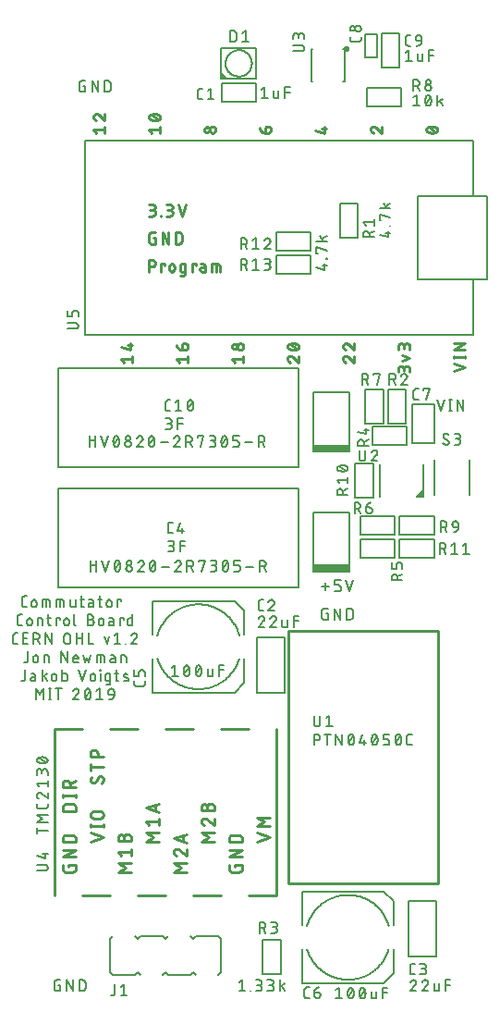
<source format=gto>
G75*
%MOIN*%
%OFA0B0*%
%FSLAX25Y25*%
%IPPOS*%
%LPD*%
%AMOC8*
5,1,8,0,0,1.08239X$1,22.5*
%
%ADD10C,0.00800*%
%ADD11C,0.00787*%
%ADD12C,0.00600*%
%ADD13C,0.02227*%
%ADD14C,0.00500*%
%ADD15R,0.13000X0.02500*%
%ADD16C,0.00900*%
%ADD17C,0.01000*%
D10*
X0056518Y0096282D02*
X0059352Y0096282D01*
X0059417Y0096284D01*
X0059481Y0096290D01*
X0059545Y0096299D01*
X0059608Y0096312D01*
X0059670Y0096330D01*
X0059732Y0096350D01*
X0059791Y0096374D01*
X0059850Y0096402D01*
X0059906Y0096433D01*
X0059961Y0096468D01*
X0060013Y0096506D01*
X0060064Y0096546D01*
X0060111Y0096590D01*
X0060156Y0096636D01*
X0060198Y0096685D01*
X0060238Y0096737D01*
X0060274Y0096790D01*
X0060307Y0096846D01*
X0060336Y0096903D01*
X0060362Y0096962D01*
X0060385Y0097023D01*
X0060403Y0097085D01*
X0060419Y0097147D01*
X0060430Y0097211D01*
X0060438Y0097275D01*
X0060442Y0097340D01*
X0060442Y0097404D01*
X0060438Y0097469D01*
X0060430Y0097533D01*
X0060419Y0097597D01*
X0060403Y0097659D01*
X0060385Y0097721D01*
X0060362Y0097782D01*
X0060336Y0097841D01*
X0060307Y0097898D01*
X0060274Y0097954D01*
X0060238Y0098007D01*
X0060198Y0098059D01*
X0060156Y0098108D01*
X0060111Y0098154D01*
X0060064Y0098198D01*
X0060013Y0098238D01*
X0059961Y0098276D01*
X0059906Y0098311D01*
X0059850Y0098342D01*
X0059791Y0098370D01*
X0059732Y0098394D01*
X0059670Y0098414D01*
X0059608Y0098432D01*
X0059545Y0098445D01*
X0059481Y0098454D01*
X0059417Y0098460D01*
X0059352Y0098462D01*
X0056518Y0098462D01*
X0056518Y0101548D02*
X0059570Y0100676D01*
X0059570Y0102856D01*
X0058698Y0102202D02*
X0060443Y0102202D01*
X0056518Y0109668D02*
X0056518Y0111848D01*
X0056518Y0110758D02*
X0060443Y0110758D01*
X0060443Y0113843D02*
X0056518Y0113843D01*
X0058698Y0115152D01*
X0056518Y0116460D01*
X0060443Y0116460D01*
X0059570Y0118719D02*
X0057390Y0118719D01*
X0057333Y0118721D01*
X0057276Y0118726D01*
X0057220Y0118736D01*
X0057164Y0118749D01*
X0057110Y0118765D01*
X0057056Y0118785D01*
X0057004Y0118809D01*
X0056954Y0118836D01*
X0056906Y0118866D01*
X0056859Y0118899D01*
X0056815Y0118935D01*
X0056773Y0118974D01*
X0056734Y0119016D01*
X0056698Y0119060D01*
X0056665Y0119107D01*
X0056635Y0119155D01*
X0056608Y0119205D01*
X0056584Y0119257D01*
X0056564Y0119311D01*
X0056548Y0119365D01*
X0056535Y0119421D01*
X0056525Y0119477D01*
X0056520Y0119534D01*
X0056518Y0119591D01*
X0056518Y0120464D01*
X0058262Y0124135D02*
X0058219Y0124178D01*
X0058173Y0124218D01*
X0058125Y0124256D01*
X0058075Y0124291D01*
X0058023Y0124322D01*
X0057969Y0124351D01*
X0057914Y0124377D01*
X0057857Y0124399D01*
X0057800Y0124418D01*
X0057741Y0124434D01*
X0057681Y0124446D01*
X0057621Y0124455D01*
X0057560Y0124460D01*
X0057499Y0124462D01*
X0058262Y0124135D02*
X0060443Y0122282D01*
X0060443Y0124462D01*
X0060443Y0126534D02*
X0060443Y0128714D01*
X0060443Y0127624D02*
X0056518Y0127624D01*
X0057390Y0126534D01*
X0057499Y0124462D02*
X0057437Y0124460D01*
X0057376Y0124454D01*
X0057315Y0124445D01*
X0057255Y0124431D01*
X0057196Y0124414D01*
X0057138Y0124393D01*
X0057081Y0124369D01*
X0057026Y0124341D01*
X0056973Y0124309D01*
X0056922Y0124275D01*
X0056874Y0124237D01*
X0056827Y0124196D01*
X0056784Y0124153D01*
X0056743Y0124106D01*
X0056705Y0124058D01*
X0056671Y0124007D01*
X0056639Y0123954D01*
X0056611Y0123899D01*
X0056587Y0123842D01*
X0056566Y0123784D01*
X0056549Y0123725D01*
X0056535Y0123665D01*
X0056526Y0123604D01*
X0056520Y0123543D01*
X0056518Y0123481D01*
X0056519Y0123481D02*
X0056521Y0123412D01*
X0056527Y0123343D01*
X0056536Y0123275D01*
X0056549Y0123208D01*
X0056566Y0123141D01*
X0056586Y0123075D01*
X0056610Y0123010D01*
X0056638Y0122947D01*
X0056669Y0122886D01*
X0056703Y0122826D01*
X0056740Y0122768D01*
X0056781Y0122712D01*
X0056824Y0122659D01*
X0056870Y0122608D01*
X0056920Y0122560D01*
X0056971Y0122514D01*
X0057025Y0122471D01*
X0057082Y0122432D01*
X0057140Y0122395D01*
X0057200Y0122362D01*
X0057262Y0122332D01*
X0057326Y0122305D01*
X0057391Y0122282D01*
X0060442Y0119591D02*
X0060440Y0119534D01*
X0060435Y0119477D01*
X0060425Y0119421D01*
X0060412Y0119365D01*
X0060396Y0119311D01*
X0060376Y0119257D01*
X0060352Y0119205D01*
X0060325Y0119155D01*
X0060295Y0119107D01*
X0060262Y0119060D01*
X0060226Y0119016D01*
X0060187Y0118974D01*
X0060145Y0118935D01*
X0060101Y0118899D01*
X0060054Y0118866D01*
X0060006Y0118836D01*
X0059956Y0118809D01*
X0059904Y0118785D01*
X0059850Y0118765D01*
X0059796Y0118749D01*
X0059740Y0118736D01*
X0059684Y0118726D01*
X0059627Y0118721D01*
X0059570Y0118719D01*
X0060443Y0119591D02*
X0060443Y0120464D01*
X0060443Y0130786D02*
X0060443Y0131876D01*
X0060442Y0131876D02*
X0060440Y0131941D01*
X0060434Y0132005D01*
X0060425Y0132069D01*
X0060412Y0132132D01*
X0060394Y0132194D01*
X0060374Y0132256D01*
X0060350Y0132315D01*
X0060322Y0132374D01*
X0060291Y0132430D01*
X0060256Y0132485D01*
X0060218Y0132537D01*
X0060178Y0132588D01*
X0060134Y0132635D01*
X0060088Y0132680D01*
X0060039Y0132722D01*
X0059987Y0132762D01*
X0059934Y0132798D01*
X0059878Y0132831D01*
X0059821Y0132860D01*
X0059762Y0132886D01*
X0059701Y0132909D01*
X0059639Y0132927D01*
X0059577Y0132943D01*
X0059513Y0132954D01*
X0059449Y0132962D01*
X0059384Y0132966D01*
X0059320Y0132966D01*
X0059255Y0132962D01*
X0059191Y0132954D01*
X0059127Y0132943D01*
X0059065Y0132927D01*
X0059003Y0132909D01*
X0058942Y0132886D01*
X0058883Y0132860D01*
X0058826Y0132831D01*
X0058770Y0132798D01*
X0058717Y0132762D01*
X0058665Y0132722D01*
X0058616Y0132680D01*
X0058570Y0132635D01*
X0058526Y0132588D01*
X0058486Y0132537D01*
X0058448Y0132485D01*
X0058413Y0132430D01*
X0058382Y0132374D01*
X0058354Y0132315D01*
X0058330Y0132256D01*
X0058310Y0132194D01*
X0058292Y0132132D01*
X0058279Y0132069D01*
X0058270Y0132005D01*
X0058264Y0131941D01*
X0058262Y0131876D01*
X0058262Y0132094D02*
X0058262Y0131222D01*
X0058262Y0132094D02*
X0058260Y0132152D01*
X0058254Y0132210D01*
X0058245Y0132268D01*
X0058231Y0132324D01*
X0058214Y0132380D01*
X0058193Y0132434D01*
X0058168Y0132487D01*
X0058140Y0132538D01*
X0058109Y0132588D01*
X0058074Y0132634D01*
X0058037Y0132679D01*
X0057996Y0132721D01*
X0057953Y0132760D01*
X0057907Y0132796D01*
X0057859Y0132829D01*
X0057809Y0132859D01*
X0057757Y0132885D01*
X0057703Y0132908D01*
X0057648Y0132927D01*
X0057592Y0132942D01*
X0057535Y0132954D01*
X0057477Y0132962D01*
X0057419Y0132966D01*
X0057361Y0132966D01*
X0057303Y0132962D01*
X0057245Y0132954D01*
X0057188Y0132942D01*
X0057132Y0132927D01*
X0057077Y0132908D01*
X0057023Y0132885D01*
X0056971Y0132859D01*
X0056921Y0132829D01*
X0056873Y0132796D01*
X0056827Y0132760D01*
X0056784Y0132721D01*
X0056743Y0132679D01*
X0056706Y0132634D01*
X0056671Y0132588D01*
X0056640Y0132538D01*
X0056612Y0132487D01*
X0056587Y0132434D01*
X0056566Y0132380D01*
X0056549Y0132324D01*
X0056535Y0132268D01*
X0056526Y0132210D01*
X0056520Y0132152D01*
X0056518Y0132094D01*
X0056518Y0130786D01*
X0058480Y0137218D02*
X0058593Y0137216D01*
X0058705Y0137210D01*
X0058818Y0137200D01*
X0058930Y0137187D01*
X0059041Y0137169D01*
X0059152Y0137147D01*
X0059262Y0137122D01*
X0059371Y0137093D01*
X0059479Y0137060D01*
X0059586Y0137023D01*
X0059691Y0136983D01*
X0059795Y0136939D01*
X0059897Y0136891D01*
X0059898Y0136891D02*
X0059950Y0136872D01*
X0060000Y0136848D01*
X0060049Y0136821D01*
X0060096Y0136791D01*
X0060140Y0136758D01*
X0060182Y0136722D01*
X0060222Y0136683D01*
X0060259Y0136641D01*
X0060293Y0136597D01*
X0060323Y0136551D01*
X0060351Y0136502D01*
X0060375Y0136452D01*
X0060396Y0136401D01*
X0060413Y0136348D01*
X0060426Y0136294D01*
X0060435Y0136239D01*
X0060441Y0136184D01*
X0060443Y0136128D01*
X0060441Y0136072D01*
X0060435Y0136017D01*
X0060426Y0135962D01*
X0060413Y0135908D01*
X0060396Y0135855D01*
X0060375Y0135804D01*
X0060351Y0135754D01*
X0060323Y0135705D01*
X0060293Y0135659D01*
X0060259Y0135615D01*
X0060222Y0135573D01*
X0060182Y0135534D01*
X0060140Y0135498D01*
X0060096Y0135465D01*
X0060049Y0135435D01*
X0060000Y0135408D01*
X0059950Y0135384D01*
X0059898Y0135365D01*
X0059570Y0135256D02*
X0057390Y0137000D01*
X0057063Y0136891D02*
X0057011Y0136872D01*
X0056961Y0136848D01*
X0056912Y0136821D01*
X0056865Y0136791D01*
X0056821Y0136758D01*
X0056779Y0136722D01*
X0056739Y0136683D01*
X0056702Y0136641D01*
X0056668Y0136597D01*
X0056638Y0136551D01*
X0056610Y0136502D01*
X0056586Y0136452D01*
X0056565Y0136401D01*
X0056548Y0136348D01*
X0056535Y0136294D01*
X0056526Y0136239D01*
X0056520Y0136184D01*
X0056518Y0136128D01*
X0056520Y0136072D01*
X0056526Y0136017D01*
X0056535Y0135962D01*
X0056548Y0135908D01*
X0056565Y0135855D01*
X0056586Y0135804D01*
X0056610Y0135754D01*
X0056638Y0135705D01*
X0056668Y0135659D01*
X0056702Y0135615D01*
X0056739Y0135573D01*
X0056779Y0135534D01*
X0056821Y0135498D01*
X0056865Y0135465D01*
X0056912Y0135435D01*
X0056961Y0135408D01*
X0057011Y0135384D01*
X0057063Y0135365D01*
X0057063Y0136891D02*
X0057165Y0136939D01*
X0057269Y0136983D01*
X0057374Y0137023D01*
X0057481Y0137060D01*
X0057589Y0137093D01*
X0057698Y0137122D01*
X0057808Y0137147D01*
X0057919Y0137169D01*
X0058030Y0137187D01*
X0058142Y0137200D01*
X0058255Y0137210D01*
X0058367Y0137216D01*
X0058480Y0137218D01*
X0058480Y0135038D02*
X0058367Y0135040D01*
X0058255Y0135046D01*
X0058142Y0135056D01*
X0058030Y0135069D01*
X0057919Y0135087D01*
X0057808Y0135109D01*
X0057698Y0135134D01*
X0057589Y0135163D01*
X0057481Y0135196D01*
X0057374Y0135233D01*
X0057269Y0135273D01*
X0057165Y0135317D01*
X0057063Y0135365D01*
X0058480Y0135038D02*
X0058593Y0135040D01*
X0058705Y0135046D01*
X0058818Y0135056D01*
X0058930Y0135069D01*
X0059041Y0135087D01*
X0059152Y0135109D01*
X0059262Y0135134D01*
X0059371Y0135163D01*
X0059479Y0135196D01*
X0059586Y0135233D01*
X0059691Y0135273D01*
X0059795Y0135317D01*
X0059897Y0135365D01*
X0060823Y0157975D02*
X0061695Y0157975D01*
X0061259Y0157975D02*
X0061259Y0161899D01*
X0060823Y0161899D02*
X0061695Y0161899D01*
X0063287Y0161899D02*
X0065467Y0161899D01*
X0064377Y0161899D02*
X0064377Y0157975D01*
X0069523Y0157975D02*
X0071703Y0157975D01*
X0069523Y0157975D02*
X0071376Y0160155D01*
X0070722Y0161899D02*
X0070653Y0161897D01*
X0070584Y0161891D01*
X0070516Y0161882D01*
X0070449Y0161869D01*
X0070382Y0161852D01*
X0070316Y0161832D01*
X0070251Y0161808D01*
X0070188Y0161780D01*
X0070127Y0161749D01*
X0070067Y0161715D01*
X0070009Y0161678D01*
X0069953Y0161637D01*
X0069900Y0161594D01*
X0069849Y0161548D01*
X0069801Y0161498D01*
X0069755Y0161447D01*
X0069712Y0161393D01*
X0069673Y0161336D01*
X0069636Y0161278D01*
X0069603Y0161218D01*
X0069573Y0161156D01*
X0069546Y0161092D01*
X0069523Y0161027D01*
X0071376Y0160155D02*
X0071419Y0160198D01*
X0071459Y0160244D01*
X0071497Y0160292D01*
X0071532Y0160342D01*
X0071563Y0160394D01*
X0071592Y0160448D01*
X0071618Y0160503D01*
X0071640Y0160560D01*
X0071659Y0160617D01*
X0071675Y0160676D01*
X0071687Y0160736D01*
X0071696Y0160796D01*
X0071701Y0160857D01*
X0071703Y0160918D01*
X0071701Y0160980D01*
X0071695Y0161041D01*
X0071686Y0161102D01*
X0071672Y0161162D01*
X0071655Y0161221D01*
X0071634Y0161279D01*
X0071610Y0161336D01*
X0071582Y0161391D01*
X0071550Y0161444D01*
X0071516Y0161495D01*
X0071478Y0161543D01*
X0071437Y0161590D01*
X0071394Y0161633D01*
X0071347Y0161674D01*
X0071299Y0161712D01*
X0071248Y0161746D01*
X0071195Y0161778D01*
X0071140Y0161806D01*
X0071083Y0161830D01*
X0071025Y0161851D01*
X0070966Y0161868D01*
X0070906Y0161882D01*
X0070845Y0161891D01*
X0070784Y0161897D01*
X0070722Y0161899D01*
X0075955Y0159937D02*
X0075953Y0159824D01*
X0075947Y0159712D01*
X0075937Y0159599D01*
X0075924Y0159487D01*
X0075906Y0159376D01*
X0075884Y0159265D01*
X0075859Y0159155D01*
X0075830Y0159046D01*
X0075797Y0158938D01*
X0075760Y0158831D01*
X0075720Y0158726D01*
X0075676Y0158622D01*
X0075628Y0158520D01*
X0075628Y0158519D02*
X0075609Y0158467D01*
X0075585Y0158417D01*
X0075558Y0158368D01*
X0075528Y0158321D01*
X0075495Y0158277D01*
X0075459Y0158235D01*
X0075420Y0158195D01*
X0075378Y0158158D01*
X0075334Y0158124D01*
X0075288Y0158094D01*
X0075239Y0158066D01*
X0075189Y0158042D01*
X0075138Y0158021D01*
X0075085Y0158004D01*
X0075031Y0157991D01*
X0074976Y0157982D01*
X0074921Y0157976D01*
X0074865Y0157974D01*
X0074809Y0157976D01*
X0074754Y0157982D01*
X0074699Y0157991D01*
X0074645Y0158004D01*
X0074592Y0158021D01*
X0074541Y0158042D01*
X0074491Y0158066D01*
X0074442Y0158094D01*
X0074396Y0158124D01*
X0074352Y0158158D01*
X0074310Y0158195D01*
X0074271Y0158235D01*
X0074235Y0158277D01*
X0074202Y0158321D01*
X0074172Y0158368D01*
X0074145Y0158417D01*
X0074121Y0158467D01*
X0074102Y0158519D01*
X0073993Y0158847D02*
X0075737Y0161027D01*
X0075628Y0161355D02*
X0075609Y0161407D01*
X0075585Y0161457D01*
X0075558Y0161506D01*
X0075528Y0161553D01*
X0075495Y0161597D01*
X0075459Y0161639D01*
X0075420Y0161679D01*
X0075378Y0161716D01*
X0075334Y0161750D01*
X0075288Y0161780D01*
X0075239Y0161808D01*
X0075189Y0161832D01*
X0075138Y0161853D01*
X0075085Y0161870D01*
X0075031Y0161883D01*
X0074976Y0161892D01*
X0074921Y0161898D01*
X0074865Y0161900D01*
X0074809Y0161898D01*
X0074754Y0161892D01*
X0074699Y0161883D01*
X0074645Y0161870D01*
X0074592Y0161853D01*
X0074541Y0161832D01*
X0074491Y0161808D01*
X0074442Y0161780D01*
X0074396Y0161750D01*
X0074352Y0161716D01*
X0074310Y0161679D01*
X0074271Y0161639D01*
X0074235Y0161597D01*
X0074202Y0161553D01*
X0074172Y0161506D01*
X0074145Y0161457D01*
X0074121Y0161407D01*
X0074102Y0161355D01*
X0075628Y0161354D02*
X0075676Y0161252D01*
X0075720Y0161148D01*
X0075760Y0161043D01*
X0075797Y0160936D01*
X0075830Y0160828D01*
X0075859Y0160719D01*
X0075884Y0160609D01*
X0075906Y0160498D01*
X0075924Y0160387D01*
X0075937Y0160275D01*
X0075947Y0160162D01*
X0075953Y0160050D01*
X0075955Y0159937D01*
X0073775Y0159937D02*
X0073777Y0160050D01*
X0073783Y0160162D01*
X0073793Y0160275D01*
X0073806Y0160387D01*
X0073824Y0160498D01*
X0073846Y0160609D01*
X0073871Y0160719D01*
X0073900Y0160828D01*
X0073933Y0160936D01*
X0073970Y0161043D01*
X0074010Y0161148D01*
X0074054Y0161252D01*
X0074102Y0161354D01*
X0073775Y0159937D02*
X0073777Y0159824D01*
X0073783Y0159712D01*
X0073793Y0159599D01*
X0073806Y0159487D01*
X0073824Y0159376D01*
X0073846Y0159265D01*
X0073871Y0159155D01*
X0073900Y0159046D01*
X0073933Y0158938D01*
X0073970Y0158831D01*
X0074010Y0158726D01*
X0074054Y0158622D01*
X0074102Y0158520D01*
X0078027Y0157975D02*
X0080207Y0157975D01*
X0079117Y0157975D02*
X0079117Y0161899D01*
X0078027Y0161027D01*
X0079463Y0164636D02*
X0079463Y0167252D01*
X0079572Y0168343D02*
X0079354Y0168343D01*
X0079354Y0168561D01*
X0079572Y0168561D01*
X0079572Y0168343D01*
X0081250Y0166598D02*
X0081250Y0165290D01*
X0081252Y0165241D01*
X0081257Y0165193D01*
X0081266Y0165144D01*
X0081279Y0165097D01*
X0081295Y0165051D01*
X0081315Y0165006D01*
X0081338Y0164963D01*
X0081364Y0164922D01*
X0081393Y0164882D01*
X0081425Y0164845D01*
X0081459Y0164811D01*
X0081496Y0164779D01*
X0081536Y0164750D01*
X0081577Y0164724D01*
X0081620Y0164701D01*
X0081665Y0164681D01*
X0081711Y0164665D01*
X0081758Y0164652D01*
X0081807Y0164643D01*
X0081855Y0164638D01*
X0081904Y0164636D01*
X0082994Y0164636D01*
X0082994Y0163982D02*
X0082994Y0167252D01*
X0081904Y0167252D01*
X0081855Y0167250D01*
X0081807Y0167245D01*
X0081758Y0167236D01*
X0081711Y0167223D01*
X0081665Y0167207D01*
X0081620Y0167187D01*
X0081577Y0167164D01*
X0081536Y0167138D01*
X0081496Y0167109D01*
X0081459Y0167077D01*
X0081425Y0167043D01*
X0081393Y0167006D01*
X0081364Y0166966D01*
X0081338Y0166925D01*
X0081315Y0166882D01*
X0081295Y0166837D01*
X0081279Y0166791D01*
X0081266Y0166744D01*
X0081257Y0166695D01*
X0081252Y0166647D01*
X0081250Y0166598D01*
X0082994Y0163982D02*
X0082992Y0163933D01*
X0082987Y0163885D01*
X0082978Y0163836D01*
X0082965Y0163789D01*
X0082949Y0163743D01*
X0082929Y0163698D01*
X0082906Y0163655D01*
X0082880Y0163614D01*
X0082851Y0163574D01*
X0082819Y0163537D01*
X0082785Y0163503D01*
X0082748Y0163471D01*
X0082708Y0163442D01*
X0082667Y0163416D01*
X0082624Y0163393D01*
X0082579Y0163373D01*
X0082533Y0163357D01*
X0082486Y0163344D01*
X0082437Y0163335D01*
X0082389Y0163330D01*
X0082340Y0163328D01*
X0081468Y0163328D01*
X0082279Y0160809D02*
X0082279Y0160591D01*
X0082281Y0160534D01*
X0082286Y0160477D01*
X0082296Y0160421D01*
X0082309Y0160365D01*
X0082325Y0160311D01*
X0082345Y0160257D01*
X0082369Y0160205D01*
X0082396Y0160155D01*
X0082426Y0160107D01*
X0082459Y0160060D01*
X0082495Y0160016D01*
X0082534Y0159974D01*
X0082576Y0159935D01*
X0082620Y0159899D01*
X0082667Y0159866D01*
X0082715Y0159836D01*
X0082765Y0159809D01*
X0082817Y0159785D01*
X0082871Y0159765D01*
X0082925Y0159749D01*
X0082981Y0159736D01*
X0083037Y0159726D01*
X0083094Y0159721D01*
X0083151Y0159719D01*
X0084459Y0159719D01*
X0084459Y0160809D01*
X0084457Y0160874D01*
X0084451Y0160938D01*
X0084442Y0161002D01*
X0084429Y0161065D01*
X0084411Y0161127D01*
X0084391Y0161189D01*
X0084367Y0161248D01*
X0084339Y0161307D01*
X0084308Y0161363D01*
X0084273Y0161418D01*
X0084235Y0161470D01*
X0084195Y0161521D01*
X0084151Y0161568D01*
X0084105Y0161613D01*
X0084056Y0161655D01*
X0084004Y0161695D01*
X0083951Y0161731D01*
X0083895Y0161764D01*
X0083838Y0161793D01*
X0083779Y0161819D01*
X0083718Y0161842D01*
X0083656Y0161860D01*
X0083594Y0161876D01*
X0083530Y0161887D01*
X0083466Y0161895D01*
X0083401Y0161899D01*
X0083337Y0161899D01*
X0083272Y0161895D01*
X0083208Y0161887D01*
X0083144Y0161876D01*
X0083082Y0161860D01*
X0083020Y0161842D01*
X0082959Y0161819D01*
X0082900Y0161793D01*
X0082843Y0161764D01*
X0082787Y0161731D01*
X0082734Y0161695D01*
X0082682Y0161655D01*
X0082633Y0161613D01*
X0082587Y0161568D01*
X0082543Y0161521D01*
X0082503Y0161470D01*
X0082465Y0161418D01*
X0082430Y0161363D01*
X0082399Y0161307D01*
X0082371Y0161248D01*
X0082347Y0161189D01*
X0082327Y0161127D01*
X0082309Y0161065D01*
X0082296Y0161002D01*
X0082287Y0160938D01*
X0082281Y0160874D01*
X0082279Y0160809D01*
X0084459Y0159719D02*
X0084457Y0159636D01*
X0084451Y0159553D01*
X0084441Y0159471D01*
X0084427Y0159389D01*
X0084410Y0159308D01*
X0084388Y0159228D01*
X0084363Y0159149D01*
X0084334Y0159071D01*
X0084301Y0158995D01*
X0084265Y0158920D01*
X0084225Y0158847D01*
X0084182Y0158776D01*
X0084136Y0158707D01*
X0084086Y0158641D01*
X0084033Y0158577D01*
X0083977Y0158516D01*
X0083919Y0158457D01*
X0083857Y0158401D01*
X0083793Y0158348D01*
X0083727Y0158298D01*
X0083658Y0158252D01*
X0083587Y0158209D01*
X0083514Y0158169D01*
X0083439Y0158133D01*
X0083363Y0158100D01*
X0083285Y0158071D01*
X0083206Y0158046D01*
X0083126Y0158024D01*
X0083045Y0158007D01*
X0082963Y0157993D01*
X0082881Y0157983D01*
X0082798Y0157977D01*
X0082715Y0157975D01*
X0085798Y0164636D02*
X0086016Y0164636D01*
X0085798Y0164636D02*
X0085749Y0164638D01*
X0085701Y0164643D01*
X0085652Y0164652D01*
X0085605Y0164665D01*
X0085559Y0164681D01*
X0085514Y0164701D01*
X0085471Y0164724D01*
X0085430Y0164750D01*
X0085390Y0164779D01*
X0085353Y0164811D01*
X0085319Y0164845D01*
X0085287Y0164882D01*
X0085258Y0164922D01*
X0085232Y0164963D01*
X0085209Y0165006D01*
X0085189Y0165051D01*
X0085173Y0165097D01*
X0085160Y0165144D01*
X0085151Y0165193D01*
X0085146Y0165241D01*
X0085144Y0165290D01*
X0085144Y0168561D01*
X0084708Y0167252D02*
X0086016Y0167252D01*
X0088131Y0166162D02*
X0089221Y0165726D01*
X0089263Y0165707D01*
X0089303Y0165685D01*
X0089342Y0165659D01*
X0089378Y0165631D01*
X0089412Y0165599D01*
X0089443Y0165565D01*
X0089471Y0165529D01*
X0089496Y0165490D01*
X0089518Y0165450D01*
X0089537Y0165407D01*
X0089552Y0165364D01*
X0089563Y0165319D01*
X0089571Y0165274D01*
X0089575Y0165228D01*
X0089576Y0165182D01*
X0089572Y0165136D01*
X0089565Y0165090D01*
X0089554Y0165045D01*
X0089540Y0165002D01*
X0089522Y0164959D01*
X0089500Y0164918D01*
X0089476Y0164879D01*
X0089448Y0164843D01*
X0089417Y0164808D01*
X0089384Y0164776D01*
X0089348Y0164747D01*
X0089310Y0164721D01*
X0089270Y0164699D01*
X0089228Y0164679D01*
X0089185Y0164663D01*
X0089140Y0164651D01*
X0089095Y0164642D01*
X0089049Y0164637D01*
X0089003Y0164636D01*
X0089329Y0167035D02*
X0089245Y0167071D01*
X0089159Y0167104D01*
X0089072Y0167134D01*
X0088984Y0167160D01*
X0088895Y0167184D01*
X0088805Y0167204D01*
X0088715Y0167220D01*
X0088624Y0167233D01*
X0088532Y0167243D01*
X0088440Y0167250D01*
X0088348Y0167253D01*
X0088349Y0167252D02*
X0088303Y0167251D01*
X0088257Y0167246D01*
X0088212Y0167237D01*
X0088167Y0167225D01*
X0088124Y0167209D01*
X0088082Y0167189D01*
X0088042Y0167167D01*
X0088004Y0167141D01*
X0087968Y0167112D01*
X0087935Y0167080D01*
X0087904Y0167045D01*
X0087876Y0167009D01*
X0087852Y0166970D01*
X0087830Y0166929D01*
X0087812Y0166886D01*
X0087798Y0166843D01*
X0087787Y0166798D01*
X0087780Y0166752D01*
X0087776Y0166706D01*
X0087777Y0166660D01*
X0087781Y0166614D01*
X0087789Y0166569D01*
X0087800Y0166524D01*
X0087815Y0166481D01*
X0087834Y0166438D01*
X0087856Y0166398D01*
X0087881Y0166359D01*
X0087909Y0166323D01*
X0087940Y0166289D01*
X0087974Y0166257D01*
X0088010Y0166229D01*
X0088049Y0166203D01*
X0088089Y0166181D01*
X0088131Y0166162D01*
X0087804Y0164853D02*
X0087909Y0164817D01*
X0088016Y0164784D01*
X0088123Y0164755D01*
X0088231Y0164728D01*
X0088340Y0164705D01*
X0088449Y0164685D01*
X0088559Y0164668D01*
X0088670Y0164655D01*
X0088781Y0164645D01*
X0088892Y0164639D01*
X0089003Y0164635D01*
X0091557Y0164562D02*
X0091557Y0163689D01*
X0091558Y0163689D02*
X0091560Y0163632D01*
X0091565Y0163575D01*
X0091575Y0163519D01*
X0091588Y0163463D01*
X0091604Y0163409D01*
X0091624Y0163355D01*
X0091648Y0163303D01*
X0091675Y0163253D01*
X0091705Y0163205D01*
X0091738Y0163158D01*
X0091774Y0163114D01*
X0091813Y0163072D01*
X0091855Y0163033D01*
X0091899Y0162997D01*
X0091946Y0162964D01*
X0091994Y0162934D01*
X0092044Y0162907D01*
X0092096Y0162883D01*
X0092150Y0162863D01*
X0092204Y0162847D01*
X0092260Y0162834D01*
X0092316Y0162824D01*
X0092373Y0162819D01*
X0092430Y0162817D01*
X0094610Y0162817D01*
X0094667Y0162819D01*
X0094724Y0162824D01*
X0094780Y0162834D01*
X0094836Y0162847D01*
X0094890Y0162863D01*
X0094944Y0162883D01*
X0094996Y0162907D01*
X0095046Y0162934D01*
X0095094Y0162964D01*
X0095141Y0162997D01*
X0095185Y0163033D01*
X0095227Y0163072D01*
X0095266Y0163114D01*
X0095302Y0163158D01*
X0095335Y0163205D01*
X0095365Y0163253D01*
X0095392Y0163303D01*
X0095416Y0163355D01*
X0095436Y0163409D01*
X0095452Y0163463D01*
X0095465Y0163519D01*
X0095475Y0163575D01*
X0095480Y0163632D01*
X0095482Y0163689D01*
X0095482Y0164562D01*
X0095482Y0166380D02*
X0095482Y0167688D01*
X0095480Y0167745D01*
X0095475Y0167802D01*
X0095465Y0167858D01*
X0095452Y0167914D01*
X0095436Y0167968D01*
X0095416Y0168022D01*
X0095392Y0168074D01*
X0095365Y0168124D01*
X0095335Y0168172D01*
X0095302Y0168219D01*
X0095266Y0168263D01*
X0095227Y0168305D01*
X0095185Y0168344D01*
X0095141Y0168380D01*
X0095094Y0168413D01*
X0095046Y0168443D01*
X0094996Y0168470D01*
X0094944Y0168494D01*
X0094890Y0168514D01*
X0094836Y0168530D01*
X0094780Y0168543D01*
X0094724Y0168553D01*
X0094667Y0168558D01*
X0094610Y0168560D01*
X0094174Y0168560D01*
X0094117Y0168558D01*
X0094060Y0168553D01*
X0094004Y0168543D01*
X0093948Y0168530D01*
X0093894Y0168514D01*
X0093840Y0168494D01*
X0093788Y0168470D01*
X0093738Y0168443D01*
X0093690Y0168413D01*
X0093643Y0168380D01*
X0093599Y0168344D01*
X0093557Y0168305D01*
X0093518Y0168263D01*
X0093482Y0168219D01*
X0093449Y0168172D01*
X0093419Y0168124D01*
X0093392Y0168074D01*
X0093368Y0168022D01*
X0093348Y0167968D01*
X0093332Y0167914D01*
X0093319Y0167858D01*
X0093309Y0167802D01*
X0093304Y0167745D01*
X0093302Y0167688D01*
X0093302Y0166380D01*
X0091557Y0166380D01*
X0091557Y0168560D01*
X0088752Y0171298D02*
X0088752Y0173260D01*
X0088750Y0173309D01*
X0088745Y0173357D01*
X0088736Y0173406D01*
X0088723Y0173453D01*
X0088707Y0173499D01*
X0088687Y0173544D01*
X0088664Y0173587D01*
X0088638Y0173628D01*
X0088609Y0173668D01*
X0088577Y0173705D01*
X0088543Y0173739D01*
X0088506Y0173771D01*
X0088466Y0173800D01*
X0088425Y0173826D01*
X0088382Y0173849D01*
X0088337Y0173869D01*
X0088291Y0173885D01*
X0088244Y0173898D01*
X0088195Y0173907D01*
X0088147Y0173912D01*
X0088098Y0173914D01*
X0087008Y0173914D01*
X0087008Y0171298D01*
X0084749Y0171298D02*
X0084749Y0173260D01*
X0084749Y0172824D02*
X0083768Y0172824D01*
X0084749Y0173260D02*
X0084747Y0173309D01*
X0084742Y0173357D01*
X0084733Y0173406D01*
X0084720Y0173453D01*
X0084704Y0173499D01*
X0084684Y0173544D01*
X0084661Y0173587D01*
X0084635Y0173628D01*
X0084606Y0173668D01*
X0084574Y0173705D01*
X0084540Y0173739D01*
X0084503Y0173771D01*
X0084463Y0173800D01*
X0084422Y0173826D01*
X0084379Y0173849D01*
X0084334Y0173869D01*
X0084288Y0173885D01*
X0084241Y0173898D01*
X0084192Y0173907D01*
X0084144Y0173912D01*
X0084095Y0173914D01*
X0083223Y0173914D01*
X0083768Y0172824D02*
X0083714Y0172822D01*
X0083659Y0172816D01*
X0083606Y0172807D01*
X0083553Y0172793D01*
X0083501Y0172776D01*
X0083451Y0172755D01*
X0083402Y0172731D01*
X0083355Y0172703D01*
X0083311Y0172672D01*
X0083268Y0172638D01*
X0083228Y0172601D01*
X0083191Y0172561D01*
X0083157Y0172518D01*
X0083126Y0172474D01*
X0083098Y0172427D01*
X0083074Y0172378D01*
X0083053Y0172328D01*
X0083036Y0172276D01*
X0083022Y0172223D01*
X0083013Y0172170D01*
X0083007Y0172115D01*
X0083005Y0172061D01*
X0083007Y0172007D01*
X0083013Y0171952D01*
X0083022Y0171899D01*
X0083036Y0171846D01*
X0083053Y0171794D01*
X0083074Y0171744D01*
X0083098Y0171695D01*
X0083126Y0171648D01*
X0083157Y0171604D01*
X0083191Y0171561D01*
X0083228Y0171521D01*
X0083268Y0171484D01*
X0083311Y0171450D01*
X0083355Y0171419D01*
X0083402Y0171391D01*
X0083451Y0171367D01*
X0083501Y0171346D01*
X0083553Y0171329D01*
X0083606Y0171315D01*
X0083659Y0171306D01*
X0083714Y0171300D01*
X0083768Y0171298D01*
X0084749Y0171298D01*
X0080826Y0171298D02*
X0080826Y0173260D01*
X0080824Y0173309D01*
X0080819Y0173357D01*
X0080810Y0173406D01*
X0080797Y0173453D01*
X0080781Y0173499D01*
X0080761Y0173544D01*
X0080738Y0173587D01*
X0080712Y0173628D01*
X0080683Y0173668D01*
X0080651Y0173705D01*
X0080617Y0173739D01*
X0080580Y0173771D01*
X0080540Y0173800D01*
X0080499Y0173826D01*
X0080456Y0173849D01*
X0080411Y0173869D01*
X0080365Y0173885D01*
X0080318Y0173898D01*
X0080269Y0173907D01*
X0080221Y0173912D01*
X0080172Y0173914D01*
X0078210Y0173914D01*
X0078210Y0171298D01*
X0079518Y0171298D02*
X0079518Y0173914D01*
X0076007Y0173914D02*
X0075353Y0171298D01*
X0074699Y0173042D01*
X0074045Y0171298D01*
X0073391Y0173914D01*
X0071461Y0173042D02*
X0071461Y0172606D01*
X0069717Y0172606D01*
X0069717Y0173042D02*
X0069717Y0171952D01*
X0069719Y0171903D01*
X0069724Y0171855D01*
X0069733Y0171806D01*
X0069746Y0171759D01*
X0069762Y0171713D01*
X0069782Y0171668D01*
X0069805Y0171625D01*
X0069831Y0171584D01*
X0069860Y0171544D01*
X0069892Y0171507D01*
X0069926Y0171473D01*
X0069963Y0171441D01*
X0070003Y0171412D01*
X0070044Y0171386D01*
X0070087Y0171363D01*
X0070132Y0171343D01*
X0070178Y0171327D01*
X0070225Y0171314D01*
X0070274Y0171305D01*
X0070322Y0171300D01*
X0070371Y0171298D01*
X0071461Y0171298D01*
X0071461Y0173042D02*
X0071459Y0173100D01*
X0071453Y0173158D01*
X0071444Y0173216D01*
X0071430Y0173272D01*
X0071413Y0173328D01*
X0071392Y0173382D01*
X0071367Y0173435D01*
X0071339Y0173486D01*
X0071308Y0173536D01*
X0071273Y0173582D01*
X0071236Y0173627D01*
X0071195Y0173669D01*
X0071152Y0173708D01*
X0071106Y0173744D01*
X0071058Y0173777D01*
X0071008Y0173807D01*
X0070956Y0173833D01*
X0070902Y0173856D01*
X0070847Y0173875D01*
X0070791Y0173890D01*
X0070734Y0173902D01*
X0070676Y0173910D01*
X0070618Y0173914D01*
X0070560Y0173914D01*
X0070502Y0173910D01*
X0070444Y0173902D01*
X0070387Y0173890D01*
X0070331Y0173875D01*
X0070276Y0173856D01*
X0070222Y0173833D01*
X0070170Y0173807D01*
X0070120Y0173777D01*
X0070072Y0173744D01*
X0070026Y0173708D01*
X0069983Y0173669D01*
X0069942Y0173627D01*
X0069905Y0173582D01*
X0069870Y0173536D01*
X0069839Y0173486D01*
X0069811Y0173435D01*
X0069786Y0173382D01*
X0069765Y0173328D01*
X0069748Y0173272D01*
X0069734Y0173216D01*
X0069725Y0173158D01*
X0069719Y0173100D01*
X0069717Y0173042D01*
X0067568Y0171298D02*
X0067568Y0175222D01*
X0065388Y0175222D02*
X0065388Y0171298D01*
X0067568Y0171298D02*
X0065388Y0175222D01*
X0066376Y0179049D02*
X0066376Y0180793D01*
X0066378Y0180858D01*
X0066384Y0180922D01*
X0066393Y0180986D01*
X0066406Y0181049D01*
X0066424Y0181111D01*
X0066444Y0181173D01*
X0066468Y0181232D01*
X0066496Y0181291D01*
X0066527Y0181347D01*
X0066562Y0181402D01*
X0066600Y0181454D01*
X0066640Y0181505D01*
X0066684Y0181552D01*
X0066730Y0181597D01*
X0066779Y0181639D01*
X0066831Y0181679D01*
X0066884Y0181715D01*
X0066940Y0181748D01*
X0066997Y0181777D01*
X0067056Y0181803D01*
X0067117Y0181826D01*
X0067179Y0181844D01*
X0067241Y0181860D01*
X0067305Y0181871D01*
X0067369Y0181879D01*
X0067434Y0181883D01*
X0067498Y0181883D01*
X0067563Y0181879D01*
X0067627Y0181871D01*
X0067691Y0181860D01*
X0067753Y0181844D01*
X0067815Y0181826D01*
X0067876Y0181803D01*
X0067935Y0181777D01*
X0067992Y0181748D01*
X0068048Y0181715D01*
X0068101Y0181679D01*
X0068153Y0181639D01*
X0068202Y0181597D01*
X0068248Y0181552D01*
X0068292Y0181505D01*
X0068332Y0181454D01*
X0068370Y0181402D01*
X0068405Y0181347D01*
X0068436Y0181291D01*
X0068464Y0181232D01*
X0068488Y0181173D01*
X0068508Y0181111D01*
X0068526Y0181049D01*
X0068539Y0180986D01*
X0068548Y0180922D01*
X0068554Y0180858D01*
X0068556Y0180793D01*
X0068556Y0179049D01*
X0068554Y0178984D01*
X0068548Y0178920D01*
X0068539Y0178856D01*
X0068526Y0178793D01*
X0068508Y0178731D01*
X0068488Y0178669D01*
X0068464Y0178610D01*
X0068436Y0178551D01*
X0068405Y0178495D01*
X0068370Y0178440D01*
X0068332Y0178388D01*
X0068292Y0178337D01*
X0068248Y0178290D01*
X0068202Y0178245D01*
X0068153Y0178203D01*
X0068101Y0178163D01*
X0068048Y0178127D01*
X0067992Y0178094D01*
X0067935Y0178065D01*
X0067876Y0178039D01*
X0067815Y0178016D01*
X0067753Y0177998D01*
X0067691Y0177982D01*
X0067627Y0177971D01*
X0067563Y0177963D01*
X0067498Y0177959D01*
X0067434Y0177959D01*
X0067369Y0177963D01*
X0067305Y0177971D01*
X0067241Y0177982D01*
X0067179Y0177998D01*
X0067117Y0178016D01*
X0067056Y0178039D01*
X0066997Y0178065D01*
X0066940Y0178094D01*
X0066884Y0178127D01*
X0066831Y0178163D01*
X0066779Y0178203D01*
X0066730Y0178245D01*
X0066684Y0178290D01*
X0066640Y0178337D01*
X0066600Y0178388D01*
X0066562Y0178440D01*
X0066527Y0178495D01*
X0066496Y0178551D01*
X0066468Y0178610D01*
X0066444Y0178669D01*
X0066424Y0178731D01*
X0066406Y0178793D01*
X0066393Y0178856D01*
X0066384Y0178920D01*
X0066378Y0178984D01*
X0066376Y0179049D01*
X0061895Y0177959D02*
X0061895Y0181883D01*
X0059715Y0181883D02*
X0059715Y0177959D01*
X0057544Y0177959D02*
X0056672Y0179703D01*
X0056454Y0179703D02*
X0055364Y0179703D01*
X0056454Y0179703D02*
X0056519Y0179705D01*
X0056583Y0179711D01*
X0056647Y0179720D01*
X0056710Y0179733D01*
X0056772Y0179751D01*
X0056834Y0179771D01*
X0056893Y0179795D01*
X0056952Y0179823D01*
X0057008Y0179854D01*
X0057063Y0179889D01*
X0057115Y0179927D01*
X0057166Y0179967D01*
X0057213Y0180011D01*
X0057258Y0180057D01*
X0057300Y0180106D01*
X0057340Y0180158D01*
X0057376Y0180211D01*
X0057409Y0180267D01*
X0057438Y0180324D01*
X0057464Y0180383D01*
X0057487Y0180444D01*
X0057505Y0180506D01*
X0057521Y0180568D01*
X0057532Y0180632D01*
X0057540Y0180696D01*
X0057544Y0180761D01*
X0057544Y0180825D01*
X0057540Y0180890D01*
X0057532Y0180954D01*
X0057521Y0181018D01*
X0057505Y0181080D01*
X0057487Y0181142D01*
X0057464Y0181203D01*
X0057438Y0181262D01*
X0057409Y0181319D01*
X0057376Y0181375D01*
X0057340Y0181428D01*
X0057300Y0181480D01*
X0057258Y0181529D01*
X0057213Y0181575D01*
X0057166Y0181619D01*
X0057115Y0181659D01*
X0057063Y0181697D01*
X0057008Y0181732D01*
X0056952Y0181763D01*
X0056893Y0181791D01*
X0056834Y0181815D01*
X0056772Y0181835D01*
X0056710Y0181853D01*
X0056647Y0181866D01*
X0056583Y0181875D01*
X0056519Y0181881D01*
X0056454Y0181883D01*
X0055364Y0181883D01*
X0055364Y0177959D01*
X0053393Y0177959D02*
X0051649Y0177959D01*
X0051649Y0181883D01*
X0053393Y0181883D01*
X0052957Y0180139D02*
X0051649Y0180139D01*
X0049676Y0181883D02*
X0048804Y0181883D01*
X0048747Y0181881D01*
X0048690Y0181876D01*
X0048634Y0181866D01*
X0048578Y0181853D01*
X0048524Y0181837D01*
X0048470Y0181817D01*
X0048418Y0181793D01*
X0048368Y0181766D01*
X0048320Y0181736D01*
X0048273Y0181703D01*
X0048229Y0181667D01*
X0048187Y0181628D01*
X0048148Y0181586D01*
X0048112Y0181542D01*
X0048079Y0181495D01*
X0048049Y0181447D01*
X0048022Y0181397D01*
X0047998Y0181345D01*
X0047978Y0181291D01*
X0047962Y0181237D01*
X0047949Y0181181D01*
X0047939Y0181125D01*
X0047934Y0181068D01*
X0047932Y0181011D01*
X0047932Y0178831D01*
X0047934Y0178774D01*
X0047939Y0178717D01*
X0047949Y0178661D01*
X0047962Y0178605D01*
X0047978Y0178551D01*
X0047998Y0178497D01*
X0048022Y0178445D01*
X0048049Y0178395D01*
X0048079Y0178347D01*
X0048112Y0178300D01*
X0048148Y0178256D01*
X0048187Y0178214D01*
X0048229Y0178175D01*
X0048273Y0178139D01*
X0048320Y0178106D01*
X0048368Y0178076D01*
X0048418Y0178049D01*
X0048470Y0178025D01*
X0048524Y0178005D01*
X0048578Y0177989D01*
X0048634Y0177976D01*
X0048690Y0177966D01*
X0048747Y0177961D01*
X0048804Y0177959D01*
X0049676Y0177959D01*
X0053139Y0175222D02*
X0053139Y0172170D01*
X0053137Y0172113D01*
X0053132Y0172056D01*
X0053122Y0172000D01*
X0053109Y0171944D01*
X0053093Y0171890D01*
X0053073Y0171836D01*
X0053049Y0171784D01*
X0053022Y0171734D01*
X0052992Y0171686D01*
X0052959Y0171639D01*
X0052923Y0171595D01*
X0052884Y0171553D01*
X0052842Y0171514D01*
X0052798Y0171478D01*
X0052751Y0171445D01*
X0052703Y0171415D01*
X0052653Y0171388D01*
X0052601Y0171364D01*
X0052547Y0171344D01*
X0052493Y0171328D01*
X0052437Y0171315D01*
X0052381Y0171305D01*
X0052324Y0171300D01*
X0052267Y0171298D01*
X0051831Y0171298D01*
X0052234Y0168561D02*
X0052234Y0165508D01*
X0052232Y0165451D01*
X0052227Y0165394D01*
X0052217Y0165338D01*
X0052204Y0165282D01*
X0052188Y0165228D01*
X0052168Y0165174D01*
X0052144Y0165122D01*
X0052117Y0165072D01*
X0052087Y0165024D01*
X0052054Y0164977D01*
X0052018Y0164933D01*
X0051979Y0164891D01*
X0051937Y0164852D01*
X0051893Y0164816D01*
X0051846Y0164783D01*
X0051798Y0164753D01*
X0051748Y0164726D01*
X0051696Y0164702D01*
X0051642Y0164682D01*
X0051588Y0164666D01*
X0051532Y0164653D01*
X0051476Y0164643D01*
X0051419Y0164638D01*
X0051362Y0164636D01*
X0050926Y0164636D01*
X0055084Y0164636D02*
X0056065Y0164636D01*
X0056065Y0166598D01*
X0056065Y0166162D02*
X0055084Y0166162D01*
X0056065Y0166598D02*
X0056063Y0166647D01*
X0056058Y0166695D01*
X0056049Y0166744D01*
X0056036Y0166791D01*
X0056020Y0166837D01*
X0056000Y0166882D01*
X0055977Y0166925D01*
X0055951Y0166966D01*
X0055922Y0167006D01*
X0055890Y0167043D01*
X0055856Y0167077D01*
X0055819Y0167109D01*
X0055779Y0167138D01*
X0055738Y0167164D01*
X0055695Y0167187D01*
X0055650Y0167207D01*
X0055604Y0167223D01*
X0055557Y0167236D01*
X0055508Y0167245D01*
X0055460Y0167250D01*
X0055411Y0167252D01*
X0054539Y0167252D01*
X0055084Y0166162D02*
X0055030Y0166160D01*
X0054975Y0166154D01*
X0054922Y0166145D01*
X0054869Y0166131D01*
X0054817Y0166114D01*
X0054767Y0166093D01*
X0054718Y0166069D01*
X0054671Y0166041D01*
X0054627Y0166010D01*
X0054584Y0165976D01*
X0054544Y0165939D01*
X0054507Y0165899D01*
X0054473Y0165856D01*
X0054442Y0165812D01*
X0054414Y0165765D01*
X0054390Y0165716D01*
X0054369Y0165666D01*
X0054352Y0165614D01*
X0054338Y0165561D01*
X0054329Y0165508D01*
X0054323Y0165453D01*
X0054321Y0165399D01*
X0054323Y0165345D01*
X0054329Y0165290D01*
X0054338Y0165237D01*
X0054352Y0165184D01*
X0054369Y0165132D01*
X0054390Y0165082D01*
X0054414Y0165033D01*
X0054442Y0164986D01*
X0054473Y0164942D01*
X0054507Y0164899D01*
X0054544Y0164859D01*
X0054584Y0164822D01*
X0054627Y0164788D01*
X0054671Y0164757D01*
X0054718Y0164729D01*
X0054767Y0164705D01*
X0054817Y0164684D01*
X0054869Y0164667D01*
X0054922Y0164653D01*
X0054975Y0164644D01*
X0055030Y0164638D01*
X0055084Y0164636D01*
X0056124Y0161899D02*
X0057432Y0159719D01*
X0058740Y0161899D01*
X0058740Y0157975D01*
X0056124Y0157975D02*
X0056124Y0161899D01*
X0058402Y0164636D02*
X0058402Y0168561D01*
X0060146Y0167252D02*
X0058402Y0165944D01*
X0059165Y0166489D02*
X0060146Y0164636D01*
X0061867Y0165508D02*
X0061867Y0166380D01*
X0061869Y0166438D01*
X0061875Y0166496D01*
X0061884Y0166554D01*
X0061898Y0166610D01*
X0061915Y0166666D01*
X0061936Y0166720D01*
X0061961Y0166773D01*
X0061989Y0166824D01*
X0062020Y0166874D01*
X0062055Y0166920D01*
X0062092Y0166965D01*
X0062133Y0167007D01*
X0062176Y0167046D01*
X0062222Y0167082D01*
X0062270Y0167115D01*
X0062320Y0167145D01*
X0062372Y0167171D01*
X0062426Y0167194D01*
X0062481Y0167213D01*
X0062537Y0167228D01*
X0062594Y0167240D01*
X0062652Y0167248D01*
X0062710Y0167252D01*
X0062768Y0167252D01*
X0062826Y0167248D01*
X0062884Y0167240D01*
X0062941Y0167228D01*
X0062997Y0167213D01*
X0063052Y0167194D01*
X0063106Y0167171D01*
X0063158Y0167145D01*
X0063208Y0167115D01*
X0063256Y0167082D01*
X0063302Y0167046D01*
X0063345Y0167007D01*
X0063386Y0166965D01*
X0063423Y0166920D01*
X0063458Y0166874D01*
X0063489Y0166824D01*
X0063517Y0166773D01*
X0063542Y0166720D01*
X0063563Y0166666D01*
X0063580Y0166610D01*
X0063594Y0166554D01*
X0063603Y0166496D01*
X0063609Y0166438D01*
X0063611Y0166380D01*
X0063611Y0165508D01*
X0063609Y0165450D01*
X0063603Y0165392D01*
X0063594Y0165334D01*
X0063580Y0165278D01*
X0063563Y0165222D01*
X0063542Y0165168D01*
X0063517Y0165115D01*
X0063489Y0165064D01*
X0063458Y0165014D01*
X0063423Y0164968D01*
X0063386Y0164923D01*
X0063345Y0164881D01*
X0063302Y0164842D01*
X0063256Y0164806D01*
X0063208Y0164773D01*
X0063158Y0164743D01*
X0063106Y0164717D01*
X0063052Y0164694D01*
X0062997Y0164675D01*
X0062941Y0164660D01*
X0062884Y0164648D01*
X0062826Y0164640D01*
X0062768Y0164636D01*
X0062710Y0164636D01*
X0062652Y0164640D01*
X0062594Y0164648D01*
X0062537Y0164660D01*
X0062481Y0164675D01*
X0062426Y0164694D01*
X0062372Y0164717D01*
X0062320Y0164743D01*
X0062270Y0164773D01*
X0062222Y0164806D01*
X0062176Y0164842D01*
X0062133Y0164881D01*
X0062092Y0164923D01*
X0062055Y0164968D01*
X0062020Y0165014D01*
X0061989Y0165064D01*
X0061961Y0165115D01*
X0061936Y0165168D01*
X0061915Y0165222D01*
X0061898Y0165278D01*
X0061884Y0165334D01*
X0061875Y0165392D01*
X0061869Y0165450D01*
X0061867Y0165508D01*
X0065728Y0164636D02*
X0065728Y0168561D01*
X0065728Y0167252D02*
X0066818Y0167252D01*
X0066867Y0167250D01*
X0066915Y0167245D01*
X0066964Y0167236D01*
X0067011Y0167223D01*
X0067057Y0167207D01*
X0067102Y0167187D01*
X0067145Y0167164D01*
X0067186Y0167138D01*
X0067226Y0167109D01*
X0067263Y0167077D01*
X0067297Y0167043D01*
X0067329Y0167006D01*
X0067358Y0166966D01*
X0067384Y0166925D01*
X0067407Y0166882D01*
X0067427Y0166837D01*
X0067443Y0166791D01*
X0067456Y0166744D01*
X0067465Y0166695D01*
X0067470Y0166647D01*
X0067472Y0166598D01*
X0067472Y0165290D01*
X0067470Y0165241D01*
X0067465Y0165193D01*
X0067456Y0165144D01*
X0067443Y0165097D01*
X0067427Y0165051D01*
X0067407Y0165006D01*
X0067384Y0164963D01*
X0067358Y0164922D01*
X0067329Y0164882D01*
X0067297Y0164845D01*
X0067263Y0164811D01*
X0067226Y0164779D01*
X0067186Y0164750D01*
X0067145Y0164724D01*
X0067102Y0164701D01*
X0067057Y0164681D01*
X0067011Y0164665D01*
X0066964Y0164652D01*
X0066915Y0164643D01*
X0066867Y0164638D01*
X0066818Y0164636D01*
X0065728Y0164636D01*
X0071494Y0168561D02*
X0072802Y0164636D01*
X0074110Y0168561D01*
X0075898Y0166380D02*
X0075898Y0165508D01*
X0075900Y0165450D01*
X0075906Y0165392D01*
X0075915Y0165334D01*
X0075929Y0165278D01*
X0075946Y0165222D01*
X0075967Y0165168D01*
X0075992Y0165115D01*
X0076020Y0165064D01*
X0076051Y0165014D01*
X0076086Y0164968D01*
X0076123Y0164923D01*
X0076164Y0164881D01*
X0076207Y0164842D01*
X0076253Y0164806D01*
X0076301Y0164773D01*
X0076351Y0164743D01*
X0076403Y0164717D01*
X0076457Y0164694D01*
X0076512Y0164675D01*
X0076568Y0164660D01*
X0076625Y0164648D01*
X0076683Y0164640D01*
X0076741Y0164636D01*
X0076799Y0164636D01*
X0076857Y0164640D01*
X0076915Y0164648D01*
X0076972Y0164660D01*
X0077028Y0164675D01*
X0077083Y0164694D01*
X0077137Y0164717D01*
X0077189Y0164743D01*
X0077239Y0164773D01*
X0077287Y0164806D01*
X0077333Y0164842D01*
X0077376Y0164881D01*
X0077417Y0164923D01*
X0077454Y0164968D01*
X0077489Y0165014D01*
X0077520Y0165064D01*
X0077548Y0165115D01*
X0077573Y0165168D01*
X0077594Y0165222D01*
X0077611Y0165278D01*
X0077625Y0165334D01*
X0077634Y0165392D01*
X0077640Y0165450D01*
X0077642Y0165508D01*
X0077642Y0166380D01*
X0077640Y0166438D01*
X0077634Y0166496D01*
X0077625Y0166554D01*
X0077611Y0166610D01*
X0077594Y0166666D01*
X0077573Y0166720D01*
X0077548Y0166773D01*
X0077520Y0166824D01*
X0077489Y0166874D01*
X0077454Y0166920D01*
X0077417Y0166965D01*
X0077376Y0167007D01*
X0077333Y0167046D01*
X0077287Y0167082D01*
X0077239Y0167115D01*
X0077189Y0167145D01*
X0077137Y0167171D01*
X0077083Y0167194D01*
X0077028Y0167213D01*
X0076972Y0167228D01*
X0076915Y0167240D01*
X0076857Y0167248D01*
X0076799Y0167252D01*
X0076741Y0167252D01*
X0076683Y0167248D01*
X0076625Y0167240D01*
X0076568Y0167228D01*
X0076512Y0167213D01*
X0076457Y0167194D01*
X0076403Y0167171D01*
X0076351Y0167145D01*
X0076301Y0167115D01*
X0076253Y0167082D01*
X0076207Y0167046D01*
X0076164Y0167007D01*
X0076123Y0166965D01*
X0076086Y0166920D01*
X0076051Y0166874D01*
X0076020Y0166824D01*
X0075992Y0166773D01*
X0075967Y0166720D01*
X0075946Y0166666D01*
X0075929Y0166610D01*
X0075915Y0166554D01*
X0075906Y0166496D01*
X0075900Y0166438D01*
X0075898Y0166380D01*
X0075318Y0177959D02*
X0077063Y0177959D01*
X0075318Y0177959D02*
X0075318Y0181883D01*
X0072950Y0181883D02*
X0072950Y0177959D01*
X0070770Y0177959D02*
X0070770Y0181883D01*
X0070770Y0180139D02*
X0072950Y0180139D01*
X0074892Y0184620D02*
X0074892Y0188545D01*
X0075982Y0188545D01*
X0076040Y0188543D01*
X0076098Y0188537D01*
X0076156Y0188528D01*
X0076212Y0188514D01*
X0076268Y0188497D01*
X0076322Y0188476D01*
X0076375Y0188451D01*
X0076426Y0188423D01*
X0076476Y0188392D01*
X0076522Y0188357D01*
X0076567Y0188320D01*
X0076609Y0188279D01*
X0076648Y0188236D01*
X0076684Y0188190D01*
X0076717Y0188142D01*
X0076747Y0188092D01*
X0076773Y0188040D01*
X0076796Y0187986D01*
X0076815Y0187931D01*
X0076830Y0187875D01*
X0076842Y0187818D01*
X0076850Y0187760D01*
X0076854Y0187702D01*
X0076854Y0187644D01*
X0076850Y0187586D01*
X0076842Y0187528D01*
X0076830Y0187471D01*
X0076815Y0187415D01*
X0076796Y0187360D01*
X0076773Y0187306D01*
X0076747Y0187254D01*
X0076717Y0187204D01*
X0076684Y0187156D01*
X0076648Y0187110D01*
X0076609Y0187067D01*
X0076567Y0187026D01*
X0076522Y0186989D01*
X0076476Y0186954D01*
X0076426Y0186923D01*
X0076375Y0186895D01*
X0076322Y0186870D01*
X0076268Y0186849D01*
X0076212Y0186832D01*
X0076156Y0186818D01*
X0076098Y0186809D01*
X0076040Y0186803D01*
X0075982Y0186801D01*
X0074892Y0186801D01*
X0075982Y0186801D02*
X0076047Y0186799D01*
X0076111Y0186793D01*
X0076175Y0186784D01*
X0076238Y0186771D01*
X0076300Y0186753D01*
X0076362Y0186733D01*
X0076421Y0186709D01*
X0076480Y0186681D01*
X0076536Y0186650D01*
X0076591Y0186615D01*
X0076643Y0186577D01*
X0076694Y0186537D01*
X0076741Y0186493D01*
X0076786Y0186447D01*
X0076828Y0186398D01*
X0076868Y0186346D01*
X0076904Y0186293D01*
X0076937Y0186237D01*
X0076966Y0186180D01*
X0076992Y0186121D01*
X0077015Y0186060D01*
X0077033Y0185998D01*
X0077049Y0185936D01*
X0077060Y0185872D01*
X0077068Y0185808D01*
X0077072Y0185743D01*
X0077072Y0185679D01*
X0077068Y0185614D01*
X0077060Y0185550D01*
X0077049Y0185486D01*
X0077033Y0185424D01*
X0077015Y0185362D01*
X0076992Y0185301D01*
X0076966Y0185242D01*
X0076937Y0185185D01*
X0076904Y0185129D01*
X0076868Y0185076D01*
X0076828Y0185024D01*
X0076786Y0184975D01*
X0076741Y0184929D01*
X0076694Y0184885D01*
X0076643Y0184845D01*
X0076591Y0184807D01*
X0076536Y0184772D01*
X0076480Y0184741D01*
X0076421Y0184713D01*
X0076362Y0184689D01*
X0076300Y0184669D01*
X0076238Y0184651D01*
X0076175Y0184638D01*
X0076111Y0184629D01*
X0076047Y0184623D01*
X0075982Y0184621D01*
X0075982Y0184620D02*
X0074892Y0184620D01*
X0078838Y0185493D02*
X0078838Y0186365D01*
X0078840Y0186423D01*
X0078846Y0186481D01*
X0078855Y0186539D01*
X0078869Y0186595D01*
X0078886Y0186651D01*
X0078907Y0186705D01*
X0078932Y0186758D01*
X0078960Y0186809D01*
X0078991Y0186859D01*
X0079026Y0186905D01*
X0079063Y0186950D01*
X0079104Y0186992D01*
X0079147Y0187031D01*
X0079193Y0187067D01*
X0079241Y0187100D01*
X0079291Y0187130D01*
X0079343Y0187156D01*
X0079397Y0187179D01*
X0079452Y0187198D01*
X0079508Y0187213D01*
X0079565Y0187225D01*
X0079623Y0187233D01*
X0079681Y0187237D01*
X0079739Y0187237D01*
X0079797Y0187233D01*
X0079855Y0187225D01*
X0079912Y0187213D01*
X0079968Y0187198D01*
X0080023Y0187179D01*
X0080077Y0187156D01*
X0080129Y0187130D01*
X0080179Y0187100D01*
X0080227Y0187067D01*
X0080273Y0187031D01*
X0080316Y0186992D01*
X0080357Y0186950D01*
X0080394Y0186905D01*
X0080429Y0186859D01*
X0080460Y0186809D01*
X0080488Y0186758D01*
X0080513Y0186705D01*
X0080534Y0186651D01*
X0080551Y0186595D01*
X0080565Y0186539D01*
X0080574Y0186481D01*
X0080580Y0186423D01*
X0080582Y0186365D01*
X0080583Y0186365D02*
X0080583Y0185493D01*
X0080582Y0185493D02*
X0080580Y0185435D01*
X0080574Y0185377D01*
X0080565Y0185319D01*
X0080551Y0185263D01*
X0080534Y0185207D01*
X0080513Y0185153D01*
X0080488Y0185100D01*
X0080460Y0185049D01*
X0080429Y0184999D01*
X0080394Y0184953D01*
X0080357Y0184908D01*
X0080316Y0184866D01*
X0080273Y0184827D01*
X0080227Y0184791D01*
X0080179Y0184758D01*
X0080129Y0184728D01*
X0080077Y0184702D01*
X0080023Y0184679D01*
X0079968Y0184660D01*
X0079912Y0184645D01*
X0079855Y0184633D01*
X0079797Y0184625D01*
X0079739Y0184621D01*
X0079681Y0184621D01*
X0079623Y0184625D01*
X0079565Y0184633D01*
X0079508Y0184645D01*
X0079452Y0184660D01*
X0079397Y0184679D01*
X0079343Y0184702D01*
X0079291Y0184728D01*
X0079241Y0184758D01*
X0079193Y0184791D01*
X0079147Y0184827D01*
X0079104Y0184866D01*
X0079063Y0184908D01*
X0079026Y0184953D01*
X0078991Y0184999D01*
X0078960Y0185049D01*
X0078932Y0185100D01*
X0078907Y0185153D01*
X0078886Y0185207D01*
X0078869Y0185263D01*
X0078855Y0185319D01*
X0078846Y0185377D01*
X0078840Y0185435D01*
X0078838Y0185493D01*
X0080909Y0180575D02*
X0081781Y0177959D01*
X0082653Y0180575D01*
X0084518Y0181011D02*
X0085608Y0181883D01*
X0085608Y0177959D01*
X0084518Y0177959D02*
X0086698Y0177959D01*
X0088475Y0177959D02*
X0088693Y0177959D01*
X0088693Y0178177D01*
X0088475Y0178177D01*
X0088475Y0177959D01*
X0090471Y0177959D02*
X0092651Y0177959D01*
X0090471Y0177959D02*
X0092324Y0180139D01*
X0091670Y0181883D02*
X0091601Y0181881D01*
X0091532Y0181875D01*
X0091464Y0181866D01*
X0091397Y0181853D01*
X0091330Y0181836D01*
X0091264Y0181816D01*
X0091199Y0181792D01*
X0091136Y0181764D01*
X0091075Y0181733D01*
X0091015Y0181699D01*
X0090957Y0181662D01*
X0090901Y0181621D01*
X0090848Y0181578D01*
X0090797Y0181532D01*
X0090749Y0181482D01*
X0090703Y0181431D01*
X0090660Y0181377D01*
X0090621Y0181320D01*
X0090584Y0181262D01*
X0090551Y0181202D01*
X0090521Y0181140D01*
X0090494Y0181076D01*
X0090471Y0181011D01*
X0092324Y0180139D02*
X0092367Y0180182D01*
X0092407Y0180228D01*
X0092445Y0180276D01*
X0092480Y0180326D01*
X0092511Y0180378D01*
X0092540Y0180432D01*
X0092566Y0180487D01*
X0092588Y0180544D01*
X0092607Y0180601D01*
X0092623Y0180660D01*
X0092635Y0180720D01*
X0092644Y0180780D01*
X0092649Y0180841D01*
X0092651Y0180902D01*
X0092649Y0180964D01*
X0092643Y0181025D01*
X0092634Y0181086D01*
X0092620Y0181146D01*
X0092603Y0181205D01*
X0092582Y0181263D01*
X0092558Y0181320D01*
X0092530Y0181375D01*
X0092498Y0181428D01*
X0092464Y0181479D01*
X0092426Y0181527D01*
X0092385Y0181574D01*
X0092342Y0181617D01*
X0092295Y0181658D01*
X0092247Y0181696D01*
X0092196Y0181730D01*
X0092143Y0181762D01*
X0092088Y0181790D01*
X0092031Y0181814D01*
X0091973Y0181835D01*
X0091914Y0181852D01*
X0091854Y0181866D01*
X0091793Y0181875D01*
X0091732Y0181881D01*
X0091670Y0181883D01*
X0091037Y0184620D02*
X0089946Y0184620D01*
X0089946Y0184621D02*
X0089897Y0184623D01*
X0089849Y0184628D01*
X0089800Y0184637D01*
X0089753Y0184650D01*
X0089707Y0184666D01*
X0089662Y0184686D01*
X0089619Y0184709D01*
X0089578Y0184735D01*
X0089538Y0184764D01*
X0089501Y0184796D01*
X0089467Y0184830D01*
X0089435Y0184867D01*
X0089406Y0184907D01*
X0089380Y0184948D01*
X0089357Y0184991D01*
X0089337Y0185036D01*
X0089321Y0185082D01*
X0089308Y0185129D01*
X0089299Y0185178D01*
X0089294Y0185226D01*
X0089292Y0185275D01*
X0089292Y0186583D01*
X0089294Y0186632D01*
X0089299Y0186680D01*
X0089308Y0186729D01*
X0089321Y0186776D01*
X0089337Y0186822D01*
X0089357Y0186867D01*
X0089380Y0186910D01*
X0089406Y0186951D01*
X0089435Y0186991D01*
X0089467Y0187028D01*
X0089501Y0187062D01*
X0089538Y0187094D01*
X0089578Y0187123D01*
X0089619Y0187149D01*
X0089662Y0187172D01*
X0089707Y0187192D01*
X0089753Y0187208D01*
X0089800Y0187221D01*
X0089849Y0187230D01*
X0089897Y0187235D01*
X0089946Y0187237D01*
X0091037Y0187237D01*
X0091037Y0188545D02*
X0091037Y0184620D01*
X0087839Y0186801D02*
X0087839Y0187237D01*
X0086530Y0187237D01*
X0086530Y0184620D01*
X0084233Y0184620D02*
X0084233Y0186583D01*
X0084233Y0186147D02*
X0083252Y0186147D01*
X0084233Y0186583D02*
X0084231Y0186632D01*
X0084226Y0186680D01*
X0084217Y0186729D01*
X0084204Y0186776D01*
X0084188Y0186822D01*
X0084168Y0186867D01*
X0084145Y0186910D01*
X0084119Y0186951D01*
X0084090Y0186991D01*
X0084058Y0187028D01*
X0084024Y0187062D01*
X0083987Y0187094D01*
X0083947Y0187123D01*
X0083906Y0187149D01*
X0083863Y0187172D01*
X0083818Y0187192D01*
X0083772Y0187208D01*
X0083725Y0187221D01*
X0083676Y0187230D01*
X0083628Y0187235D01*
X0083579Y0187237D01*
X0082707Y0187237D01*
X0083252Y0186147D02*
X0083198Y0186145D01*
X0083143Y0186139D01*
X0083090Y0186130D01*
X0083037Y0186116D01*
X0082985Y0186099D01*
X0082935Y0186078D01*
X0082886Y0186054D01*
X0082839Y0186026D01*
X0082795Y0185995D01*
X0082752Y0185961D01*
X0082712Y0185924D01*
X0082675Y0185884D01*
X0082641Y0185841D01*
X0082610Y0185797D01*
X0082582Y0185750D01*
X0082558Y0185701D01*
X0082537Y0185651D01*
X0082520Y0185599D01*
X0082506Y0185546D01*
X0082497Y0185493D01*
X0082491Y0185438D01*
X0082489Y0185384D01*
X0082491Y0185330D01*
X0082497Y0185275D01*
X0082506Y0185222D01*
X0082520Y0185169D01*
X0082537Y0185117D01*
X0082558Y0185067D01*
X0082582Y0185018D01*
X0082610Y0184971D01*
X0082641Y0184927D01*
X0082675Y0184884D01*
X0082712Y0184844D01*
X0082752Y0184807D01*
X0082795Y0184773D01*
X0082839Y0184742D01*
X0082886Y0184714D01*
X0082935Y0184690D01*
X0082985Y0184669D01*
X0083037Y0184652D01*
X0083090Y0184638D01*
X0083143Y0184629D01*
X0083198Y0184623D01*
X0083252Y0184621D01*
X0083252Y0184620D02*
X0084233Y0184620D01*
X0085592Y0191282D02*
X0085592Y0193898D01*
X0086900Y0193898D01*
X0086900Y0193462D01*
X0083471Y0193026D02*
X0083471Y0192154D01*
X0083469Y0192096D01*
X0083463Y0192038D01*
X0083454Y0191980D01*
X0083440Y0191924D01*
X0083423Y0191868D01*
X0083402Y0191814D01*
X0083377Y0191761D01*
X0083349Y0191710D01*
X0083318Y0191660D01*
X0083283Y0191614D01*
X0083246Y0191569D01*
X0083205Y0191527D01*
X0083162Y0191488D01*
X0083116Y0191452D01*
X0083068Y0191419D01*
X0083018Y0191389D01*
X0082966Y0191363D01*
X0082912Y0191340D01*
X0082857Y0191321D01*
X0082801Y0191306D01*
X0082744Y0191294D01*
X0082686Y0191286D01*
X0082628Y0191282D01*
X0082570Y0191282D01*
X0082512Y0191286D01*
X0082454Y0191294D01*
X0082397Y0191306D01*
X0082341Y0191321D01*
X0082286Y0191340D01*
X0082232Y0191363D01*
X0082180Y0191389D01*
X0082130Y0191419D01*
X0082082Y0191452D01*
X0082036Y0191488D01*
X0081993Y0191527D01*
X0081952Y0191569D01*
X0081915Y0191614D01*
X0081880Y0191660D01*
X0081849Y0191710D01*
X0081821Y0191761D01*
X0081796Y0191814D01*
X0081775Y0191868D01*
X0081758Y0191924D01*
X0081744Y0191980D01*
X0081735Y0192038D01*
X0081729Y0192096D01*
X0081727Y0192154D01*
X0081727Y0193026D01*
X0081729Y0193084D01*
X0081735Y0193142D01*
X0081744Y0193200D01*
X0081758Y0193256D01*
X0081775Y0193312D01*
X0081796Y0193366D01*
X0081821Y0193419D01*
X0081849Y0193470D01*
X0081880Y0193520D01*
X0081915Y0193566D01*
X0081952Y0193611D01*
X0081993Y0193653D01*
X0082036Y0193692D01*
X0082082Y0193728D01*
X0082130Y0193761D01*
X0082180Y0193791D01*
X0082232Y0193817D01*
X0082286Y0193840D01*
X0082341Y0193859D01*
X0082397Y0193874D01*
X0082454Y0193886D01*
X0082512Y0193894D01*
X0082570Y0193898D01*
X0082628Y0193898D01*
X0082686Y0193894D01*
X0082744Y0193886D01*
X0082801Y0193874D01*
X0082857Y0193859D01*
X0082912Y0193840D01*
X0082966Y0193817D01*
X0083018Y0193791D01*
X0083068Y0193761D01*
X0083116Y0193728D01*
X0083162Y0193692D01*
X0083205Y0193653D01*
X0083246Y0193611D01*
X0083283Y0193566D01*
X0083318Y0193520D01*
X0083349Y0193470D01*
X0083377Y0193419D01*
X0083402Y0193366D01*
X0083423Y0193312D01*
X0083440Y0193256D01*
X0083454Y0193200D01*
X0083463Y0193142D01*
X0083469Y0193084D01*
X0083471Y0193026D01*
X0079940Y0193898D02*
X0078631Y0193898D01*
X0079068Y0195206D02*
X0079068Y0191936D01*
X0079070Y0191887D01*
X0079075Y0191839D01*
X0079084Y0191790D01*
X0079097Y0191743D01*
X0079113Y0191697D01*
X0079133Y0191652D01*
X0079156Y0191609D01*
X0079182Y0191568D01*
X0079211Y0191528D01*
X0079243Y0191491D01*
X0079277Y0191457D01*
X0079314Y0191425D01*
X0079354Y0191396D01*
X0079395Y0191370D01*
X0079438Y0191347D01*
X0079483Y0191327D01*
X0079529Y0191311D01*
X0079576Y0191298D01*
X0079625Y0191289D01*
X0079673Y0191284D01*
X0079722Y0191282D01*
X0079940Y0191282D01*
X0076917Y0191282D02*
X0076917Y0193244D01*
X0076917Y0192808D02*
X0075936Y0192808D01*
X0076917Y0193244D02*
X0076915Y0193293D01*
X0076910Y0193341D01*
X0076901Y0193390D01*
X0076888Y0193437D01*
X0076872Y0193483D01*
X0076852Y0193528D01*
X0076829Y0193571D01*
X0076803Y0193612D01*
X0076774Y0193652D01*
X0076742Y0193689D01*
X0076708Y0193723D01*
X0076671Y0193755D01*
X0076631Y0193784D01*
X0076590Y0193810D01*
X0076547Y0193833D01*
X0076502Y0193853D01*
X0076456Y0193869D01*
X0076409Y0193882D01*
X0076360Y0193891D01*
X0076312Y0193896D01*
X0076263Y0193898D01*
X0075391Y0193898D01*
X0075936Y0192808D02*
X0075882Y0192806D01*
X0075827Y0192800D01*
X0075774Y0192791D01*
X0075721Y0192777D01*
X0075669Y0192760D01*
X0075619Y0192739D01*
X0075570Y0192715D01*
X0075523Y0192687D01*
X0075479Y0192656D01*
X0075436Y0192622D01*
X0075396Y0192585D01*
X0075359Y0192545D01*
X0075325Y0192502D01*
X0075294Y0192458D01*
X0075266Y0192411D01*
X0075242Y0192362D01*
X0075221Y0192312D01*
X0075204Y0192260D01*
X0075190Y0192207D01*
X0075181Y0192154D01*
X0075175Y0192099D01*
X0075173Y0192045D01*
X0075175Y0191991D01*
X0075181Y0191936D01*
X0075190Y0191883D01*
X0075204Y0191830D01*
X0075221Y0191778D01*
X0075242Y0191728D01*
X0075266Y0191679D01*
X0075294Y0191632D01*
X0075325Y0191588D01*
X0075359Y0191545D01*
X0075396Y0191505D01*
X0075436Y0191468D01*
X0075479Y0191434D01*
X0075523Y0191403D01*
X0075570Y0191375D01*
X0075619Y0191351D01*
X0075669Y0191330D01*
X0075721Y0191313D01*
X0075774Y0191299D01*
X0075827Y0191290D01*
X0075882Y0191284D01*
X0075936Y0191282D01*
X0076917Y0191282D01*
X0073420Y0191282D02*
X0073202Y0191282D01*
X0073153Y0191284D01*
X0073105Y0191289D01*
X0073056Y0191298D01*
X0073009Y0191311D01*
X0072963Y0191327D01*
X0072918Y0191347D01*
X0072875Y0191370D01*
X0072834Y0191396D01*
X0072794Y0191425D01*
X0072757Y0191457D01*
X0072723Y0191491D01*
X0072691Y0191528D01*
X0072662Y0191568D01*
X0072636Y0191609D01*
X0072613Y0191652D01*
X0072593Y0191697D01*
X0072577Y0191743D01*
X0072564Y0191790D01*
X0072555Y0191839D01*
X0072550Y0191887D01*
X0072548Y0191936D01*
X0072548Y0195206D01*
X0072112Y0193898D02*
X0073420Y0193898D01*
X0070432Y0193898D02*
X0070432Y0191282D01*
X0069342Y0191282D01*
X0069293Y0191284D01*
X0069245Y0191289D01*
X0069196Y0191298D01*
X0069149Y0191311D01*
X0069103Y0191327D01*
X0069058Y0191347D01*
X0069015Y0191370D01*
X0068974Y0191396D01*
X0068934Y0191425D01*
X0068897Y0191457D01*
X0068863Y0191491D01*
X0068831Y0191528D01*
X0068802Y0191568D01*
X0068776Y0191609D01*
X0068753Y0191652D01*
X0068733Y0191697D01*
X0068717Y0191743D01*
X0068704Y0191790D01*
X0068695Y0191839D01*
X0068690Y0191887D01*
X0068688Y0191936D01*
X0068688Y0193898D01*
X0066332Y0193244D02*
X0066332Y0191282D01*
X0065024Y0191282D02*
X0065024Y0193898D01*
X0065678Y0193898D02*
X0063716Y0193898D01*
X0063716Y0191282D01*
X0061230Y0191282D02*
X0061230Y0193244D01*
X0061228Y0193293D01*
X0061223Y0193341D01*
X0061214Y0193390D01*
X0061201Y0193437D01*
X0061185Y0193483D01*
X0061165Y0193528D01*
X0061142Y0193571D01*
X0061116Y0193612D01*
X0061087Y0193652D01*
X0061055Y0193689D01*
X0061021Y0193723D01*
X0060984Y0193755D01*
X0060944Y0193784D01*
X0060903Y0193810D01*
X0060860Y0193833D01*
X0060815Y0193853D01*
X0060769Y0193869D01*
X0060722Y0193882D01*
X0060673Y0193891D01*
X0060625Y0193896D01*
X0060576Y0193898D01*
X0058614Y0193898D01*
X0058614Y0191282D01*
X0059922Y0191282D02*
X0059922Y0193898D01*
X0056400Y0193026D02*
X0056400Y0192154D01*
X0056398Y0192096D01*
X0056392Y0192038D01*
X0056383Y0191980D01*
X0056369Y0191924D01*
X0056352Y0191868D01*
X0056331Y0191814D01*
X0056306Y0191761D01*
X0056278Y0191710D01*
X0056247Y0191660D01*
X0056212Y0191614D01*
X0056175Y0191569D01*
X0056134Y0191527D01*
X0056091Y0191488D01*
X0056045Y0191452D01*
X0055997Y0191419D01*
X0055947Y0191389D01*
X0055895Y0191363D01*
X0055841Y0191340D01*
X0055786Y0191321D01*
X0055730Y0191306D01*
X0055673Y0191294D01*
X0055615Y0191286D01*
X0055557Y0191282D01*
X0055499Y0191282D01*
X0055441Y0191286D01*
X0055383Y0191294D01*
X0055326Y0191306D01*
X0055270Y0191321D01*
X0055215Y0191340D01*
X0055161Y0191363D01*
X0055109Y0191389D01*
X0055059Y0191419D01*
X0055011Y0191452D01*
X0054965Y0191488D01*
X0054922Y0191527D01*
X0054881Y0191569D01*
X0054844Y0191614D01*
X0054809Y0191660D01*
X0054778Y0191710D01*
X0054750Y0191761D01*
X0054725Y0191814D01*
X0054704Y0191868D01*
X0054687Y0191924D01*
X0054673Y0191980D01*
X0054664Y0192038D01*
X0054658Y0192096D01*
X0054656Y0192154D01*
X0054656Y0193026D01*
X0054658Y0193084D01*
X0054664Y0193142D01*
X0054673Y0193200D01*
X0054687Y0193256D01*
X0054704Y0193312D01*
X0054725Y0193366D01*
X0054750Y0193419D01*
X0054778Y0193470D01*
X0054809Y0193520D01*
X0054844Y0193566D01*
X0054881Y0193611D01*
X0054922Y0193653D01*
X0054965Y0193692D01*
X0055011Y0193728D01*
X0055059Y0193761D01*
X0055109Y0193791D01*
X0055161Y0193817D01*
X0055215Y0193840D01*
X0055270Y0193859D01*
X0055326Y0193874D01*
X0055383Y0193886D01*
X0055441Y0193894D01*
X0055499Y0193898D01*
X0055557Y0193898D01*
X0055615Y0193894D01*
X0055673Y0193886D01*
X0055730Y0193874D01*
X0055786Y0193859D01*
X0055841Y0193840D01*
X0055895Y0193817D01*
X0055947Y0193791D01*
X0055997Y0193761D01*
X0056045Y0193728D01*
X0056091Y0193692D01*
X0056134Y0193653D01*
X0056175Y0193611D01*
X0056212Y0193566D01*
X0056247Y0193520D01*
X0056278Y0193470D01*
X0056306Y0193419D01*
X0056331Y0193366D01*
X0056352Y0193312D01*
X0056369Y0193256D01*
X0056383Y0193200D01*
X0056392Y0193142D01*
X0056398Y0193084D01*
X0056400Y0193026D01*
X0056870Y0187237D02*
X0057960Y0187237D01*
X0058009Y0187235D01*
X0058057Y0187230D01*
X0058106Y0187221D01*
X0058153Y0187208D01*
X0058199Y0187192D01*
X0058244Y0187172D01*
X0058287Y0187149D01*
X0058328Y0187123D01*
X0058368Y0187094D01*
X0058405Y0187062D01*
X0058439Y0187028D01*
X0058471Y0186991D01*
X0058500Y0186951D01*
X0058526Y0186910D01*
X0058549Y0186867D01*
X0058569Y0186822D01*
X0058585Y0186776D01*
X0058598Y0186729D01*
X0058607Y0186680D01*
X0058612Y0186632D01*
X0058614Y0186583D01*
X0058614Y0184620D01*
X0056870Y0184620D02*
X0056870Y0187237D01*
X0054787Y0186365D02*
X0054787Y0185493D01*
X0054785Y0185435D01*
X0054779Y0185377D01*
X0054770Y0185319D01*
X0054756Y0185263D01*
X0054739Y0185207D01*
X0054718Y0185153D01*
X0054693Y0185100D01*
X0054665Y0185049D01*
X0054634Y0184999D01*
X0054599Y0184953D01*
X0054562Y0184908D01*
X0054521Y0184866D01*
X0054478Y0184827D01*
X0054432Y0184791D01*
X0054384Y0184758D01*
X0054334Y0184728D01*
X0054282Y0184702D01*
X0054228Y0184679D01*
X0054173Y0184660D01*
X0054117Y0184645D01*
X0054060Y0184633D01*
X0054002Y0184625D01*
X0053944Y0184621D01*
X0053886Y0184621D01*
X0053828Y0184625D01*
X0053770Y0184633D01*
X0053713Y0184645D01*
X0053657Y0184660D01*
X0053602Y0184679D01*
X0053548Y0184702D01*
X0053496Y0184728D01*
X0053446Y0184758D01*
X0053398Y0184791D01*
X0053352Y0184827D01*
X0053309Y0184866D01*
X0053268Y0184908D01*
X0053231Y0184953D01*
X0053196Y0184999D01*
X0053165Y0185049D01*
X0053137Y0185100D01*
X0053112Y0185153D01*
X0053091Y0185207D01*
X0053074Y0185263D01*
X0053060Y0185319D01*
X0053051Y0185377D01*
X0053045Y0185435D01*
X0053043Y0185493D01*
X0053043Y0186365D01*
X0053045Y0186423D01*
X0053051Y0186481D01*
X0053060Y0186539D01*
X0053074Y0186595D01*
X0053091Y0186651D01*
X0053112Y0186705D01*
X0053137Y0186758D01*
X0053165Y0186809D01*
X0053196Y0186859D01*
X0053231Y0186905D01*
X0053268Y0186950D01*
X0053309Y0186992D01*
X0053352Y0187031D01*
X0053398Y0187067D01*
X0053446Y0187100D01*
X0053496Y0187130D01*
X0053548Y0187156D01*
X0053602Y0187179D01*
X0053657Y0187198D01*
X0053713Y0187213D01*
X0053770Y0187225D01*
X0053828Y0187233D01*
X0053886Y0187237D01*
X0053944Y0187237D01*
X0054002Y0187233D01*
X0054060Y0187225D01*
X0054117Y0187213D01*
X0054173Y0187198D01*
X0054228Y0187179D01*
X0054282Y0187156D01*
X0054334Y0187130D01*
X0054384Y0187100D01*
X0054432Y0187067D01*
X0054478Y0187031D01*
X0054521Y0186992D01*
X0054562Y0186950D01*
X0054599Y0186905D01*
X0054634Y0186859D01*
X0054665Y0186809D01*
X0054693Y0186758D01*
X0054718Y0186705D01*
X0054739Y0186651D01*
X0054756Y0186595D01*
X0054770Y0186539D01*
X0054779Y0186481D01*
X0054785Y0186423D01*
X0054787Y0186365D01*
X0051290Y0184620D02*
X0050418Y0184620D01*
X0050418Y0184621D02*
X0050361Y0184623D01*
X0050304Y0184628D01*
X0050248Y0184638D01*
X0050192Y0184651D01*
X0050138Y0184667D01*
X0050084Y0184687D01*
X0050032Y0184711D01*
X0049982Y0184738D01*
X0049934Y0184768D01*
X0049887Y0184801D01*
X0049843Y0184837D01*
X0049801Y0184876D01*
X0049762Y0184918D01*
X0049726Y0184962D01*
X0049693Y0185009D01*
X0049663Y0185057D01*
X0049636Y0185107D01*
X0049612Y0185159D01*
X0049592Y0185213D01*
X0049576Y0185267D01*
X0049563Y0185323D01*
X0049553Y0185379D01*
X0049548Y0185436D01*
X0049546Y0185493D01*
X0049546Y0187673D01*
X0049548Y0187730D01*
X0049553Y0187787D01*
X0049563Y0187843D01*
X0049576Y0187899D01*
X0049592Y0187953D01*
X0049612Y0188007D01*
X0049636Y0188059D01*
X0049663Y0188109D01*
X0049693Y0188157D01*
X0049726Y0188204D01*
X0049762Y0188248D01*
X0049801Y0188290D01*
X0049843Y0188329D01*
X0049887Y0188365D01*
X0049934Y0188398D01*
X0049982Y0188428D01*
X0050032Y0188455D01*
X0050084Y0188479D01*
X0050138Y0188499D01*
X0050192Y0188515D01*
X0050248Y0188528D01*
X0050304Y0188538D01*
X0050361Y0188543D01*
X0050418Y0188545D01*
X0051290Y0188545D01*
X0052031Y0191282D02*
X0052903Y0191282D01*
X0052031Y0191282D02*
X0051974Y0191284D01*
X0051917Y0191289D01*
X0051861Y0191299D01*
X0051805Y0191312D01*
X0051751Y0191328D01*
X0051697Y0191348D01*
X0051645Y0191372D01*
X0051595Y0191399D01*
X0051547Y0191429D01*
X0051500Y0191462D01*
X0051456Y0191498D01*
X0051414Y0191537D01*
X0051375Y0191579D01*
X0051339Y0191623D01*
X0051306Y0191670D01*
X0051276Y0191718D01*
X0051249Y0191768D01*
X0051225Y0191820D01*
X0051205Y0191874D01*
X0051189Y0191928D01*
X0051176Y0191984D01*
X0051166Y0192040D01*
X0051161Y0192097D01*
X0051159Y0192154D01*
X0051159Y0194334D01*
X0051161Y0194391D01*
X0051166Y0194448D01*
X0051176Y0194504D01*
X0051189Y0194560D01*
X0051205Y0194614D01*
X0051225Y0194668D01*
X0051249Y0194720D01*
X0051276Y0194770D01*
X0051306Y0194818D01*
X0051339Y0194865D01*
X0051375Y0194909D01*
X0051414Y0194951D01*
X0051456Y0194990D01*
X0051500Y0195026D01*
X0051547Y0195059D01*
X0051595Y0195089D01*
X0051645Y0195116D01*
X0051697Y0195140D01*
X0051751Y0195160D01*
X0051805Y0195176D01*
X0051861Y0195189D01*
X0051917Y0195199D01*
X0051974Y0195204D01*
X0052031Y0195206D01*
X0052903Y0195206D01*
X0060730Y0188545D02*
X0060730Y0185275D01*
X0060732Y0185226D01*
X0060737Y0185178D01*
X0060746Y0185129D01*
X0060759Y0185082D01*
X0060775Y0185036D01*
X0060795Y0184991D01*
X0060818Y0184948D01*
X0060844Y0184907D01*
X0060873Y0184867D01*
X0060905Y0184830D01*
X0060939Y0184796D01*
X0060976Y0184764D01*
X0061016Y0184735D01*
X0061057Y0184709D01*
X0061100Y0184686D01*
X0061145Y0184666D01*
X0061191Y0184650D01*
X0061238Y0184637D01*
X0061287Y0184628D01*
X0061335Y0184623D01*
X0061384Y0184621D01*
X0061384Y0184620D02*
X0061602Y0184620D01*
X0063570Y0184620D02*
X0063570Y0187237D01*
X0064878Y0187237D01*
X0064878Y0186801D01*
X0066366Y0186365D02*
X0066366Y0185493D01*
X0066368Y0185435D01*
X0066374Y0185377D01*
X0066383Y0185319D01*
X0066397Y0185263D01*
X0066414Y0185207D01*
X0066435Y0185153D01*
X0066460Y0185100D01*
X0066488Y0185049D01*
X0066519Y0184999D01*
X0066554Y0184953D01*
X0066591Y0184908D01*
X0066632Y0184866D01*
X0066675Y0184827D01*
X0066721Y0184791D01*
X0066769Y0184758D01*
X0066819Y0184728D01*
X0066871Y0184702D01*
X0066925Y0184679D01*
X0066980Y0184660D01*
X0067036Y0184645D01*
X0067093Y0184633D01*
X0067151Y0184625D01*
X0067209Y0184621D01*
X0067267Y0184621D01*
X0067325Y0184625D01*
X0067383Y0184633D01*
X0067440Y0184645D01*
X0067496Y0184660D01*
X0067551Y0184679D01*
X0067605Y0184702D01*
X0067657Y0184728D01*
X0067707Y0184758D01*
X0067755Y0184791D01*
X0067801Y0184827D01*
X0067844Y0184866D01*
X0067885Y0184908D01*
X0067922Y0184953D01*
X0067957Y0184999D01*
X0067988Y0185049D01*
X0068016Y0185100D01*
X0068041Y0185153D01*
X0068062Y0185207D01*
X0068079Y0185263D01*
X0068093Y0185319D01*
X0068102Y0185377D01*
X0068108Y0185435D01*
X0068110Y0185493D01*
X0068110Y0186365D01*
X0068108Y0186423D01*
X0068102Y0186481D01*
X0068093Y0186539D01*
X0068079Y0186595D01*
X0068062Y0186651D01*
X0068041Y0186705D01*
X0068016Y0186758D01*
X0067988Y0186809D01*
X0067957Y0186859D01*
X0067922Y0186905D01*
X0067885Y0186950D01*
X0067844Y0186992D01*
X0067801Y0187031D01*
X0067755Y0187067D01*
X0067707Y0187100D01*
X0067657Y0187130D01*
X0067605Y0187156D01*
X0067551Y0187179D01*
X0067496Y0187198D01*
X0067440Y0187213D01*
X0067383Y0187225D01*
X0067325Y0187233D01*
X0067267Y0187237D01*
X0067209Y0187237D01*
X0067151Y0187233D01*
X0067093Y0187225D01*
X0067036Y0187213D01*
X0066980Y0187198D01*
X0066925Y0187179D01*
X0066871Y0187156D01*
X0066819Y0187130D01*
X0066769Y0187100D01*
X0066721Y0187067D01*
X0066675Y0187031D01*
X0066632Y0186992D01*
X0066591Y0186950D01*
X0066554Y0186905D01*
X0066519Y0186859D01*
X0066488Y0186809D01*
X0066460Y0186758D01*
X0066435Y0186705D01*
X0066414Y0186651D01*
X0066397Y0186595D01*
X0066383Y0186539D01*
X0066374Y0186481D01*
X0066368Y0186423D01*
X0066366Y0186365D01*
X0061602Y0187237D02*
X0060294Y0187237D01*
X0059715Y0181883D02*
X0061895Y0177959D01*
X0060177Y0173914D02*
X0059087Y0173914D01*
X0059087Y0171298D01*
X0060831Y0171298D02*
X0060831Y0173260D01*
X0060829Y0173309D01*
X0060824Y0173357D01*
X0060815Y0173406D01*
X0060802Y0173453D01*
X0060786Y0173499D01*
X0060766Y0173544D01*
X0060743Y0173587D01*
X0060717Y0173628D01*
X0060688Y0173668D01*
X0060656Y0173705D01*
X0060622Y0173739D01*
X0060585Y0173771D01*
X0060545Y0173800D01*
X0060504Y0173826D01*
X0060461Y0173849D01*
X0060416Y0173869D01*
X0060370Y0173885D01*
X0060323Y0173898D01*
X0060274Y0173907D01*
X0060226Y0173912D01*
X0060177Y0173914D01*
X0057004Y0173042D02*
X0057004Y0172170D01*
X0057002Y0172112D01*
X0056996Y0172054D01*
X0056987Y0171996D01*
X0056973Y0171940D01*
X0056956Y0171884D01*
X0056935Y0171830D01*
X0056910Y0171777D01*
X0056882Y0171726D01*
X0056851Y0171676D01*
X0056816Y0171630D01*
X0056779Y0171585D01*
X0056738Y0171543D01*
X0056695Y0171504D01*
X0056649Y0171468D01*
X0056601Y0171435D01*
X0056551Y0171405D01*
X0056499Y0171379D01*
X0056445Y0171356D01*
X0056390Y0171337D01*
X0056334Y0171322D01*
X0056277Y0171310D01*
X0056219Y0171302D01*
X0056161Y0171298D01*
X0056103Y0171298D01*
X0056045Y0171302D01*
X0055987Y0171310D01*
X0055930Y0171322D01*
X0055874Y0171337D01*
X0055819Y0171356D01*
X0055765Y0171379D01*
X0055713Y0171405D01*
X0055663Y0171435D01*
X0055615Y0171468D01*
X0055569Y0171504D01*
X0055526Y0171543D01*
X0055485Y0171585D01*
X0055448Y0171630D01*
X0055413Y0171676D01*
X0055382Y0171726D01*
X0055354Y0171777D01*
X0055329Y0171830D01*
X0055308Y0171884D01*
X0055291Y0171940D01*
X0055277Y0171996D01*
X0055268Y0172054D01*
X0055262Y0172112D01*
X0055260Y0172170D01*
X0055260Y0173042D01*
X0055262Y0173100D01*
X0055268Y0173158D01*
X0055277Y0173216D01*
X0055291Y0173272D01*
X0055308Y0173328D01*
X0055329Y0173382D01*
X0055354Y0173435D01*
X0055382Y0173486D01*
X0055413Y0173536D01*
X0055448Y0173582D01*
X0055485Y0173627D01*
X0055526Y0173669D01*
X0055569Y0173708D01*
X0055615Y0173744D01*
X0055663Y0173777D01*
X0055713Y0173807D01*
X0055765Y0173833D01*
X0055819Y0173856D01*
X0055874Y0173875D01*
X0055930Y0173890D01*
X0055987Y0173902D01*
X0056045Y0173910D01*
X0056103Y0173914D01*
X0056161Y0173914D01*
X0056219Y0173910D01*
X0056277Y0173902D01*
X0056334Y0173890D01*
X0056390Y0173875D01*
X0056445Y0173856D01*
X0056499Y0173833D01*
X0056551Y0173807D01*
X0056601Y0173777D01*
X0056649Y0173744D01*
X0056695Y0173708D01*
X0056738Y0173669D01*
X0056779Y0173627D01*
X0056816Y0173582D01*
X0056851Y0173536D01*
X0056882Y0173486D01*
X0056910Y0173435D01*
X0056935Y0173382D01*
X0056956Y0173328D01*
X0056973Y0173272D01*
X0056987Y0173216D01*
X0056996Y0173158D01*
X0057002Y0173100D01*
X0057004Y0173042D01*
X0066332Y0193244D02*
X0066330Y0193293D01*
X0066325Y0193341D01*
X0066316Y0193390D01*
X0066303Y0193437D01*
X0066287Y0193483D01*
X0066267Y0193528D01*
X0066244Y0193571D01*
X0066218Y0193612D01*
X0066189Y0193652D01*
X0066157Y0193689D01*
X0066123Y0193723D01*
X0066086Y0193755D01*
X0066046Y0193784D01*
X0066005Y0193810D01*
X0065962Y0193833D01*
X0065917Y0193853D01*
X0065871Y0193869D01*
X0065824Y0193882D01*
X0065775Y0193891D01*
X0065727Y0193896D01*
X0065678Y0193898D01*
X0070059Y0188545D02*
X0070059Y0185275D01*
X0070061Y0185226D01*
X0070066Y0185178D01*
X0070075Y0185129D01*
X0070088Y0185082D01*
X0070104Y0185036D01*
X0070124Y0184991D01*
X0070147Y0184948D01*
X0070173Y0184907D01*
X0070202Y0184867D01*
X0070234Y0184830D01*
X0070268Y0184796D01*
X0070305Y0184764D01*
X0070345Y0184735D01*
X0070386Y0184709D01*
X0070429Y0184686D01*
X0070474Y0184666D01*
X0070520Y0184650D01*
X0070567Y0184637D01*
X0070616Y0184628D01*
X0070664Y0184623D01*
X0070713Y0184621D01*
X0075809Y0204156D02*
X0075809Y0208080D01*
X0075809Y0206336D02*
X0077990Y0206336D01*
X0077990Y0208080D02*
X0077990Y0204156D01*
X0081293Y0204156D02*
X0082601Y0208080D01*
X0086635Y0206118D02*
X0086633Y0206005D01*
X0086627Y0205893D01*
X0086617Y0205780D01*
X0086604Y0205668D01*
X0086586Y0205557D01*
X0086564Y0205446D01*
X0086539Y0205336D01*
X0086510Y0205227D01*
X0086477Y0205119D01*
X0086440Y0205012D01*
X0086400Y0204907D01*
X0086356Y0204803D01*
X0086308Y0204701D01*
X0086289Y0204649D01*
X0086265Y0204599D01*
X0086238Y0204550D01*
X0086208Y0204503D01*
X0086175Y0204459D01*
X0086139Y0204417D01*
X0086100Y0204377D01*
X0086058Y0204340D01*
X0086014Y0204306D01*
X0085968Y0204276D01*
X0085919Y0204248D01*
X0085869Y0204224D01*
X0085818Y0204203D01*
X0085765Y0204186D01*
X0085711Y0204173D01*
X0085656Y0204164D01*
X0085601Y0204158D01*
X0085545Y0204156D01*
X0085489Y0204158D01*
X0085434Y0204164D01*
X0085379Y0204173D01*
X0085325Y0204186D01*
X0085272Y0204203D01*
X0085221Y0204224D01*
X0085171Y0204248D01*
X0085122Y0204276D01*
X0085076Y0204306D01*
X0085032Y0204340D01*
X0084990Y0204377D01*
X0084951Y0204417D01*
X0084915Y0204459D01*
X0084882Y0204503D01*
X0084852Y0204550D01*
X0084825Y0204599D01*
X0084801Y0204649D01*
X0084782Y0204701D01*
X0084673Y0205028D02*
X0086417Y0207208D01*
X0086308Y0207536D02*
X0086289Y0207588D01*
X0086265Y0207638D01*
X0086238Y0207687D01*
X0086208Y0207734D01*
X0086175Y0207778D01*
X0086139Y0207820D01*
X0086100Y0207860D01*
X0086058Y0207897D01*
X0086014Y0207931D01*
X0085968Y0207961D01*
X0085919Y0207989D01*
X0085869Y0208013D01*
X0085818Y0208034D01*
X0085765Y0208051D01*
X0085711Y0208064D01*
X0085656Y0208073D01*
X0085601Y0208079D01*
X0085545Y0208081D01*
X0085489Y0208079D01*
X0085434Y0208073D01*
X0085379Y0208064D01*
X0085325Y0208051D01*
X0085272Y0208034D01*
X0085221Y0208013D01*
X0085171Y0207989D01*
X0085122Y0207961D01*
X0085076Y0207931D01*
X0085032Y0207897D01*
X0084990Y0207860D01*
X0084951Y0207820D01*
X0084915Y0207778D01*
X0084882Y0207734D01*
X0084852Y0207687D01*
X0084825Y0207638D01*
X0084801Y0207588D01*
X0084782Y0207536D01*
X0086308Y0207535D02*
X0086356Y0207433D01*
X0086400Y0207329D01*
X0086440Y0207224D01*
X0086477Y0207117D01*
X0086510Y0207009D01*
X0086539Y0206900D01*
X0086564Y0206790D01*
X0086586Y0206679D01*
X0086604Y0206568D01*
X0086617Y0206456D01*
X0086627Y0206343D01*
X0086633Y0206231D01*
X0086635Y0206118D01*
X0084455Y0206118D02*
X0084457Y0206231D01*
X0084463Y0206343D01*
X0084473Y0206456D01*
X0084486Y0206568D01*
X0084504Y0206679D01*
X0084526Y0206790D01*
X0084551Y0206900D01*
X0084580Y0207009D01*
X0084613Y0207117D01*
X0084650Y0207224D01*
X0084690Y0207329D01*
X0084734Y0207433D01*
X0084782Y0207535D01*
X0084455Y0206118D02*
X0084457Y0206005D01*
X0084463Y0205893D01*
X0084473Y0205780D01*
X0084486Y0205668D01*
X0084504Y0205557D01*
X0084526Y0205446D01*
X0084551Y0205336D01*
X0084580Y0205227D01*
X0084613Y0205119D01*
X0084650Y0205012D01*
X0084690Y0204907D01*
X0084734Y0204803D01*
X0084782Y0204701D01*
X0081293Y0204156D02*
X0079985Y0208080D01*
X0088925Y0207208D02*
X0088927Y0207150D01*
X0088933Y0207092D01*
X0088942Y0207034D01*
X0088956Y0206978D01*
X0088973Y0206922D01*
X0088994Y0206868D01*
X0089019Y0206815D01*
X0089047Y0206764D01*
X0089078Y0206714D01*
X0089113Y0206668D01*
X0089150Y0206623D01*
X0089191Y0206581D01*
X0089234Y0206542D01*
X0089280Y0206506D01*
X0089328Y0206473D01*
X0089378Y0206443D01*
X0089430Y0206417D01*
X0089484Y0206394D01*
X0089539Y0206375D01*
X0089595Y0206360D01*
X0089652Y0206348D01*
X0089710Y0206340D01*
X0089768Y0206336D01*
X0089826Y0206336D01*
X0089884Y0206340D01*
X0089942Y0206348D01*
X0089999Y0206360D01*
X0090055Y0206375D01*
X0090110Y0206394D01*
X0090164Y0206417D01*
X0090216Y0206443D01*
X0090266Y0206473D01*
X0090314Y0206506D01*
X0090360Y0206542D01*
X0090403Y0206581D01*
X0090444Y0206623D01*
X0090481Y0206668D01*
X0090516Y0206714D01*
X0090547Y0206764D01*
X0090575Y0206815D01*
X0090600Y0206868D01*
X0090621Y0206922D01*
X0090638Y0206978D01*
X0090652Y0207034D01*
X0090661Y0207092D01*
X0090667Y0207150D01*
X0090669Y0207208D01*
X0090667Y0207266D01*
X0090661Y0207324D01*
X0090652Y0207382D01*
X0090638Y0207438D01*
X0090621Y0207494D01*
X0090600Y0207548D01*
X0090575Y0207601D01*
X0090547Y0207652D01*
X0090516Y0207702D01*
X0090481Y0207748D01*
X0090444Y0207793D01*
X0090403Y0207835D01*
X0090360Y0207874D01*
X0090314Y0207910D01*
X0090266Y0207943D01*
X0090216Y0207973D01*
X0090164Y0207999D01*
X0090110Y0208022D01*
X0090055Y0208041D01*
X0089999Y0208056D01*
X0089942Y0208068D01*
X0089884Y0208076D01*
X0089826Y0208080D01*
X0089768Y0208080D01*
X0089710Y0208076D01*
X0089652Y0208068D01*
X0089595Y0208056D01*
X0089539Y0208041D01*
X0089484Y0208022D01*
X0089430Y0207999D01*
X0089378Y0207973D01*
X0089328Y0207943D01*
X0089280Y0207910D01*
X0089234Y0207874D01*
X0089191Y0207835D01*
X0089150Y0207793D01*
X0089113Y0207748D01*
X0089078Y0207702D01*
X0089047Y0207652D01*
X0089019Y0207601D01*
X0088994Y0207548D01*
X0088973Y0207494D01*
X0088956Y0207438D01*
X0088942Y0207382D01*
X0088933Y0207324D01*
X0088927Y0207266D01*
X0088925Y0207208D01*
X0088707Y0205246D02*
X0088709Y0205181D01*
X0088715Y0205117D01*
X0088724Y0205053D01*
X0088737Y0204990D01*
X0088755Y0204928D01*
X0088775Y0204866D01*
X0088799Y0204807D01*
X0088827Y0204748D01*
X0088858Y0204692D01*
X0088893Y0204637D01*
X0088931Y0204585D01*
X0088971Y0204534D01*
X0089015Y0204487D01*
X0089061Y0204442D01*
X0089110Y0204400D01*
X0089162Y0204360D01*
X0089215Y0204324D01*
X0089271Y0204291D01*
X0089328Y0204262D01*
X0089387Y0204236D01*
X0089448Y0204213D01*
X0089510Y0204195D01*
X0089572Y0204179D01*
X0089636Y0204168D01*
X0089700Y0204160D01*
X0089765Y0204156D01*
X0089829Y0204156D01*
X0089894Y0204160D01*
X0089958Y0204168D01*
X0090022Y0204179D01*
X0090084Y0204195D01*
X0090146Y0204213D01*
X0090207Y0204236D01*
X0090266Y0204262D01*
X0090323Y0204291D01*
X0090379Y0204324D01*
X0090432Y0204360D01*
X0090484Y0204400D01*
X0090533Y0204442D01*
X0090579Y0204487D01*
X0090623Y0204534D01*
X0090663Y0204585D01*
X0090701Y0204637D01*
X0090736Y0204692D01*
X0090767Y0204748D01*
X0090795Y0204807D01*
X0090819Y0204866D01*
X0090839Y0204928D01*
X0090857Y0204990D01*
X0090870Y0205053D01*
X0090879Y0205117D01*
X0090885Y0205181D01*
X0090887Y0205246D01*
X0090885Y0205311D01*
X0090879Y0205375D01*
X0090870Y0205439D01*
X0090857Y0205502D01*
X0090839Y0205564D01*
X0090819Y0205626D01*
X0090795Y0205685D01*
X0090767Y0205744D01*
X0090736Y0205800D01*
X0090701Y0205855D01*
X0090663Y0205907D01*
X0090623Y0205958D01*
X0090579Y0206005D01*
X0090533Y0206050D01*
X0090484Y0206092D01*
X0090432Y0206132D01*
X0090379Y0206168D01*
X0090323Y0206201D01*
X0090266Y0206230D01*
X0090207Y0206256D01*
X0090146Y0206279D01*
X0090084Y0206297D01*
X0090022Y0206313D01*
X0089958Y0206324D01*
X0089894Y0206332D01*
X0089829Y0206336D01*
X0089765Y0206336D01*
X0089700Y0206332D01*
X0089636Y0206324D01*
X0089572Y0206313D01*
X0089510Y0206297D01*
X0089448Y0206279D01*
X0089387Y0206256D01*
X0089328Y0206230D01*
X0089271Y0206201D01*
X0089215Y0206168D01*
X0089162Y0206132D01*
X0089110Y0206092D01*
X0089061Y0206050D01*
X0089015Y0206005D01*
X0088971Y0205958D01*
X0088931Y0205907D01*
X0088893Y0205855D01*
X0088858Y0205800D01*
X0088827Y0205744D01*
X0088799Y0205685D01*
X0088775Y0205626D01*
X0088755Y0205564D01*
X0088737Y0205502D01*
X0088724Y0205439D01*
X0088715Y0205375D01*
X0088709Y0205311D01*
X0088707Y0205246D01*
X0092959Y0204156D02*
X0095139Y0204156D01*
X0092959Y0204156D02*
X0094812Y0206336D01*
X0094158Y0208080D02*
X0094089Y0208078D01*
X0094020Y0208072D01*
X0093952Y0208063D01*
X0093885Y0208050D01*
X0093818Y0208033D01*
X0093752Y0208013D01*
X0093687Y0207989D01*
X0093624Y0207961D01*
X0093563Y0207930D01*
X0093503Y0207896D01*
X0093445Y0207859D01*
X0093389Y0207818D01*
X0093336Y0207775D01*
X0093285Y0207729D01*
X0093237Y0207679D01*
X0093191Y0207628D01*
X0093148Y0207574D01*
X0093109Y0207517D01*
X0093072Y0207459D01*
X0093039Y0207399D01*
X0093009Y0207337D01*
X0092982Y0207273D01*
X0092959Y0207208D01*
X0094812Y0206336D02*
X0094855Y0206379D01*
X0094895Y0206425D01*
X0094933Y0206473D01*
X0094968Y0206523D01*
X0094999Y0206575D01*
X0095028Y0206629D01*
X0095054Y0206684D01*
X0095076Y0206741D01*
X0095095Y0206798D01*
X0095111Y0206857D01*
X0095123Y0206917D01*
X0095132Y0206977D01*
X0095137Y0207038D01*
X0095139Y0207099D01*
X0095137Y0207161D01*
X0095131Y0207222D01*
X0095122Y0207283D01*
X0095108Y0207343D01*
X0095091Y0207402D01*
X0095070Y0207460D01*
X0095046Y0207517D01*
X0095018Y0207572D01*
X0094986Y0207625D01*
X0094952Y0207676D01*
X0094914Y0207724D01*
X0094873Y0207771D01*
X0094830Y0207814D01*
X0094783Y0207855D01*
X0094735Y0207893D01*
X0094684Y0207927D01*
X0094631Y0207959D01*
X0094576Y0207987D01*
X0094519Y0208011D01*
X0094461Y0208032D01*
X0094402Y0208049D01*
X0094342Y0208063D01*
X0094281Y0208072D01*
X0094220Y0208078D01*
X0094158Y0208080D01*
X0099391Y0206118D02*
X0099389Y0206005D01*
X0099383Y0205893D01*
X0099373Y0205780D01*
X0099360Y0205668D01*
X0099342Y0205557D01*
X0099320Y0205446D01*
X0099295Y0205336D01*
X0099266Y0205227D01*
X0099233Y0205119D01*
X0099196Y0205012D01*
X0099156Y0204907D01*
X0099112Y0204803D01*
X0099064Y0204701D01*
X0099045Y0204649D01*
X0099021Y0204599D01*
X0098994Y0204550D01*
X0098964Y0204503D01*
X0098931Y0204459D01*
X0098895Y0204417D01*
X0098856Y0204377D01*
X0098814Y0204340D01*
X0098770Y0204306D01*
X0098724Y0204276D01*
X0098675Y0204248D01*
X0098625Y0204224D01*
X0098574Y0204203D01*
X0098521Y0204186D01*
X0098467Y0204173D01*
X0098412Y0204164D01*
X0098357Y0204158D01*
X0098301Y0204156D01*
X0098245Y0204158D01*
X0098190Y0204164D01*
X0098135Y0204173D01*
X0098081Y0204186D01*
X0098028Y0204203D01*
X0097977Y0204224D01*
X0097927Y0204248D01*
X0097878Y0204276D01*
X0097832Y0204306D01*
X0097788Y0204340D01*
X0097746Y0204377D01*
X0097707Y0204417D01*
X0097671Y0204459D01*
X0097638Y0204503D01*
X0097608Y0204550D01*
X0097581Y0204599D01*
X0097557Y0204649D01*
X0097538Y0204701D01*
X0097429Y0205028D02*
X0099173Y0207208D01*
X0099064Y0207536D02*
X0099045Y0207588D01*
X0099021Y0207638D01*
X0098994Y0207687D01*
X0098964Y0207734D01*
X0098931Y0207778D01*
X0098895Y0207820D01*
X0098856Y0207860D01*
X0098814Y0207897D01*
X0098770Y0207931D01*
X0098724Y0207961D01*
X0098675Y0207989D01*
X0098625Y0208013D01*
X0098574Y0208034D01*
X0098521Y0208051D01*
X0098467Y0208064D01*
X0098412Y0208073D01*
X0098357Y0208079D01*
X0098301Y0208081D01*
X0098245Y0208079D01*
X0098190Y0208073D01*
X0098135Y0208064D01*
X0098081Y0208051D01*
X0098028Y0208034D01*
X0097977Y0208013D01*
X0097927Y0207989D01*
X0097878Y0207961D01*
X0097832Y0207931D01*
X0097788Y0207897D01*
X0097746Y0207860D01*
X0097707Y0207820D01*
X0097671Y0207778D01*
X0097638Y0207734D01*
X0097608Y0207687D01*
X0097581Y0207638D01*
X0097557Y0207588D01*
X0097538Y0207536D01*
X0099064Y0207535D02*
X0099112Y0207433D01*
X0099156Y0207329D01*
X0099196Y0207224D01*
X0099233Y0207117D01*
X0099266Y0207009D01*
X0099295Y0206900D01*
X0099320Y0206790D01*
X0099342Y0206679D01*
X0099360Y0206568D01*
X0099373Y0206456D01*
X0099383Y0206343D01*
X0099389Y0206231D01*
X0099391Y0206118D01*
X0097211Y0206118D02*
X0097213Y0206231D01*
X0097219Y0206343D01*
X0097229Y0206456D01*
X0097242Y0206568D01*
X0097260Y0206679D01*
X0097282Y0206790D01*
X0097307Y0206900D01*
X0097336Y0207009D01*
X0097369Y0207117D01*
X0097406Y0207224D01*
X0097446Y0207329D01*
X0097490Y0207433D01*
X0097538Y0207535D01*
X0097211Y0206118D02*
X0097213Y0206005D01*
X0097219Y0205893D01*
X0097229Y0205780D01*
X0097242Y0205668D01*
X0097260Y0205557D01*
X0097282Y0205446D01*
X0097307Y0205336D01*
X0097336Y0205227D01*
X0097369Y0205119D01*
X0097406Y0205012D01*
X0097446Y0204907D01*
X0097490Y0204803D01*
X0097538Y0204701D01*
X0101528Y0205682D02*
X0104145Y0205682D01*
X0106282Y0204156D02*
X0108462Y0204156D01*
X0106282Y0204156D02*
X0108135Y0206336D01*
X0107481Y0208080D02*
X0107412Y0208078D01*
X0107343Y0208072D01*
X0107275Y0208063D01*
X0107208Y0208050D01*
X0107141Y0208033D01*
X0107075Y0208013D01*
X0107010Y0207989D01*
X0106947Y0207961D01*
X0106886Y0207930D01*
X0106826Y0207896D01*
X0106768Y0207859D01*
X0106712Y0207818D01*
X0106659Y0207775D01*
X0106608Y0207729D01*
X0106560Y0207679D01*
X0106514Y0207628D01*
X0106471Y0207574D01*
X0106432Y0207517D01*
X0106395Y0207459D01*
X0106362Y0207399D01*
X0106332Y0207337D01*
X0106305Y0207273D01*
X0106282Y0207208D01*
X0108135Y0206336D02*
X0108178Y0206379D01*
X0108218Y0206425D01*
X0108256Y0206473D01*
X0108291Y0206523D01*
X0108322Y0206575D01*
X0108351Y0206629D01*
X0108377Y0206684D01*
X0108399Y0206741D01*
X0108418Y0206798D01*
X0108434Y0206857D01*
X0108446Y0206917D01*
X0108455Y0206977D01*
X0108460Y0207038D01*
X0108462Y0207099D01*
X0108460Y0207161D01*
X0108454Y0207222D01*
X0108445Y0207283D01*
X0108431Y0207343D01*
X0108414Y0207402D01*
X0108393Y0207460D01*
X0108369Y0207517D01*
X0108341Y0207572D01*
X0108309Y0207625D01*
X0108275Y0207676D01*
X0108237Y0207724D01*
X0108196Y0207771D01*
X0108153Y0207814D01*
X0108106Y0207855D01*
X0108058Y0207893D01*
X0108007Y0207927D01*
X0107954Y0207959D01*
X0107899Y0207987D01*
X0107842Y0208011D01*
X0107784Y0208032D01*
X0107725Y0208049D01*
X0107665Y0208063D01*
X0107604Y0208072D01*
X0107543Y0208078D01*
X0107481Y0208080D01*
X0108169Y0211243D02*
X0108169Y0215167D01*
X0109913Y0215167D01*
X0109913Y0213423D02*
X0108169Y0213423D01*
X0105070Y0213423D02*
X0104198Y0213423D01*
X0105070Y0213423D02*
X0105128Y0213425D01*
X0105186Y0213431D01*
X0105244Y0213440D01*
X0105300Y0213454D01*
X0105356Y0213471D01*
X0105410Y0213492D01*
X0105463Y0213517D01*
X0105514Y0213545D01*
X0105564Y0213576D01*
X0105610Y0213611D01*
X0105655Y0213648D01*
X0105697Y0213689D01*
X0105736Y0213732D01*
X0105772Y0213778D01*
X0105805Y0213826D01*
X0105835Y0213876D01*
X0105861Y0213928D01*
X0105884Y0213982D01*
X0105903Y0214037D01*
X0105918Y0214093D01*
X0105930Y0214150D01*
X0105938Y0214208D01*
X0105942Y0214266D01*
X0105942Y0214324D01*
X0105938Y0214382D01*
X0105930Y0214440D01*
X0105918Y0214497D01*
X0105903Y0214553D01*
X0105884Y0214608D01*
X0105861Y0214662D01*
X0105835Y0214714D01*
X0105805Y0214764D01*
X0105772Y0214812D01*
X0105736Y0214858D01*
X0105697Y0214901D01*
X0105655Y0214942D01*
X0105610Y0214979D01*
X0105564Y0215014D01*
X0105514Y0215045D01*
X0105463Y0215073D01*
X0105410Y0215098D01*
X0105356Y0215119D01*
X0105300Y0215136D01*
X0105244Y0215150D01*
X0105186Y0215159D01*
X0105128Y0215165D01*
X0105070Y0215167D01*
X0103762Y0215167D01*
X0104634Y0217935D02*
X0105506Y0217935D01*
X0104634Y0217936D02*
X0104577Y0217938D01*
X0104520Y0217943D01*
X0104464Y0217953D01*
X0104408Y0217966D01*
X0104354Y0217982D01*
X0104300Y0218002D01*
X0104248Y0218026D01*
X0104198Y0218053D01*
X0104150Y0218083D01*
X0104103Y0218116D01*
X0104059Y0218152D01*
X0104017Y0218191D01*
X0103978Y0218233D01*
X0103942Y0218277D01*
X0103909Y0218324D01*
X0103879Y0218372D01*
X0103852Y0218422D01*
X0103828Y0218474D01*
X0103808Y0218528D01*
X0103792Y0218582D01*
X0103779Y0218638D01*
X0103769Y0218694D01*
X0103764Y0218751D01*
X0103762Y0218808D01*
X0103762Y0220988D01*
X0103764Y0221045D01*
X0103769Y0221102D01*
X0103779Y0221158D01*
X0103792Y0221214D01*
X0103808Y0221268D01*
X0103828Y0221322D01*
X0103852Y0221374D01*
X0103879Y0221424D01*
X0103909Y0221472D01*
X0103942Y0221519D01*
X0103978Y0221563D01*
X0104017Y0221605D01*
X0104059Y0221644D01*
X0104103Y0221680D01*
X0104150Y0221713D01*
X0104198Y0221743D01*
X0104248Y0221770D01*
X0104300Y0221794D01*
X0104354Y0221814D01*
X0104408Y0221830D01*
X0104464Y0221843D01*
X0104520Y0221853D01*
X0104577Y0221858D01*
X0104634Y0221860D01*
X0105506Y0221860D01*
X0108197Y0221860D02*
X0107325Y0218808D01*
X0109505Y0218808D01*
X0108851Y0219680D02*
X0108851Y0217935D01*
X0104852Y0213423D02*
X0104917Y0213421D01*
X0104981Y0213415D01*
X0105045Y0213406D01*
X0105108Y0213393D01*
X0105170Y0213375D01*
X0105232Y0213355D01*
X0105291Y0213331D01*
X0105350Y0213303D01*
X0105406Y0213272D01*
X0105461Y0213237D01*
X0105513Y0213199D01*
X0105564Y0213159D01*
X0105611Y0213115D01*
X0105656Y0213069D01*
X0105698Y0213020D01*
X0105738Y0212968D01*
X0105774Y0212915D01*
X0105807Y0212859D01*
X0105836Y0212802D01*
X0105862Y0212743D01*
X0105885Y0212682D01*
X0105903Y0212620D01*
X0105919Y0212558D01*
X0105930Y0212494D01*
X0105938Y0212430D01*
X0105942Y0212365D01*
X0105942Y0212301D01*
X0105938Y0212236D01*
X0105930Y0212172D01*
X0105919Y0212108D01*
X0105903Y0212046D01*
X0105885Y0211984D01*
X0105862Y0211923D01*
X0105836Y0211864D01*
X0105807Y0211807D01*
X0105774Y0211751D01*
X0105738Y0211698D01*
X0105698Y0211646D01*
X0105656Y0211597D01*
X0105611Y0211551D01*
X0105564Y0211507D01*
X0105513Y0211467D01*
X0105461Y0211429D01*
X0105406Y0211394D01*
X0105350Y0211363D01*
X0105291Y0211335D01*
X0105232Y0211311D01*
X0105170Y0211291D01*
X0105108Y0211273D01*
X0105045Y0211260D01*
X0104981Y0211251D01*
X0104917Y0211245D01*
X0104852Y0211243D01*
X0103762Y0211243D01*
X0110718Y0208080D02*
X0110718Y0204156D01*
X0110718Y0205900D02*
X0111808Y0205900D01*
X0112026Y0205900D02*
X0112898Y0204156D01*
X0111808Y0205900D02*
X0111873Y0205902D01*
X0111937Y0205908D01*
X0112001Y0205917D01*
X0112064Y0205930D01*
X0112126Y0205948D01*
X0112188Y0205968D01*
X0112247Y0205992D01*
X0112306Y0206020D01*
X0112362Y0206051D01*
X0112417Y0206086D01*
X0112469Y0206124D01*
X0112520Y0206164D01*
X0112567Y0206208D01*
X0112612Y0206254D01*
X0112654Y0206303D01*
X0112694Y0206355D01*
X0112730Y0206408D01*
X0112763Y0206464D01*
X0112792Y0206521D01*
X0112818Y0206580D01*
X0112841Y0206641D01*
X0112859Y0206703D01*
X0112875Y0206765D01*
X0112886Y0206829D01*
X0112894Y0206893D01*
X0112898Y0206958D01*
X0112898Y0207022D01*
X0112894Y0207087D01*
X0112886Y0207151D01*
X0112875Y0207215D01*
X0112859Y0207277D01*
X0112841Y0207339D01*
X0112818Y0207400D01*
X0112792Y0207459D01*
X0112763Y0207516D01*
X0112730Y0207572D01*
X0112694Y0207625D01*
X0112654Y0207677D01*
X0112612Y0207726D01*
X0112567Y0207772D01*
X0112520Y0207816D01*
X0112469Y0207856D01*
X0112417Y0207894D01*
X0112362Y0207929D01*
X0112306Y0207960D01*
X0112247Y0207988D01*
X0112188Y0208012D01*
X0112126Y0208032D01*
X0112064Y0208050D01*
X0112001Y0208063D01*
X0111937Y0208072D01*
X0111873Y0208078D01*
X0111808Y0208080D01*
X0110718Y0208080D01*
X0114928Y0208080D02*
X0117108Y0208080D01*
X0116018Y0204156D01*
X0119180Y0204156D02*
X0120270Y0204156D01*
X0120335Y0204158D01*
X0120399Y0204164D01*
X0120463Y0204173D01*
X0120526Y0204186D01*
X0120588Y0204204D01*
X0120650Y0204224D01*
X0120709Y0204248D01*
X0120768Y0204276D01*
X0120824Y0204307D01*
X0120879Y0204342D01*
X0120931Y0204380D01*
X0120982Y0204420D01*
X0121029Y0204464D01*
X0121074Y0204510D01*
X0121116Y0204559D01*
X0121156Y0204611D01*
X0121192Y0204664D01*
X0121225Y0204720D01*
X0121254Y0204777D01*
X0121280Y0204836D01*
X0121303Y0204897D01*
X0121321Y0204959D01*
X0121337Y0205021D01*
X0121348Y0205085D01*
X0121356Y0205149D01*
X0121360Y0205214D01*
X0121360Y0205278D01*
X0121356Y0205343D01*
X0121348Y0205407D01*
X0121337Y0205471D01*
X0121321Y0205533D01*
X0121303Y0205595D01*
X0121280Y0205656D01*
X0121254Y0205715D01*
X0121225Y0205772D01*
X0121192Y0205828D01*
X0121156Y0205881D01*
X0121116Y0205933D01*
X0121074Y0205982D01*
X0121029Y0206028D01*
X0120982Y0206072D01*
X0120931Y0206112D01*
X0120879Y0206150D01*
X0120824Y0206185D01*
X0120768Y0206216D01*
X0120709Y0206244D01*
X0120650Y0206268D01*
X0120588Y0206288D01*
X0120526Y0206306D01*
X0120463Y0206319D01*
X0120399Y0206328D01*
X0120335Y0206334D01*
X0120270Y0206336D01*
X0120488Y0206336D02*
X0119616Y0206336D01*
X0120488Y0206336D02*
X0120546Y0206338D01*
X0120604Y0206344D01*
X0120662Y0206353D01*
X0120718Y0206367D01*
X0120774Y0206384D01*
X0120828Y0206405D01*
X0120881Y0206430D01*
X0120932Y0206458D01*
X0120982Y0206489D01*
X0121028Y0206524D01*
X0121073Y0206561D01*
X0121115Y0206602D01*
X0121154Y0206645D01*
X0121190Y0206691D01*
X0121223Y0206739D01*
X0121253Y0206789D01*
X0121279Y0206841D01*
X0121302Y0206895D01*
X0121321Y0206950D01*
X0121336Y0207006D01*
X0121348Y0207063D01*
X0121356Y0207121D01*
X0121360Y0207179D01*
X0121360Y0207237D01*
X0121356Y0207295D01*
X0121348Y0207353D01*
X0121336Y0207410D01*
X0121321Y0207466D01*
X0121302Y0207521D01*
X0121279Y0207575D01*
X0121253Y0207627D01*
X0121223Y0207677D01*
X0121190Y0207725D01*
X0121154Y0207771D01*
X0121115Y0207814D01*
X0121073Y0207855D01*
X0121028Y0207892D01*
X0120982Y0207927D01*
X0120932Y0207958D01*
X0120881Y0207986D01*
X0120828Y0208011D01*
X0120774Y0208032D01*
X0120718Y0208049D01*
X0120662Y0208063D01*
X0120604Y0208072D01*
X0120546Y0208078D01*
X0120488Y0208080D01*
X0119180Y0208080D01*
X0125612Y0206118D02*
X0125610Y0206005D01*
X0125604Y0205893D01*
X0125594Y0205780D01*
X0125581Y0205668D01*
X0125563Y0205557D01*
X0125541Y0205446D01*
X0125516Y0205336D01*
X0125487Y0205227D01*
X0125454Y0205119D01*
X0125417Y0205012D01*
X0125377Y0204907D01*
X0125333Y0204803D01*
X0125285Y0204701D01*
X0125266Y0204649D01*
X0125242Y0204599D01*
X0125215Y0204550D01*
X0125185Y0204503D01*
X0125152Y0204459D01*
X0125116Y0204417D01*
X0125077Y0204377D01*
X0125035Y0204340D01*
X0124991Y0204306D01*
X0124945Y0204276D01*
X0124896Y0204248D01*
X0124846Y0204224D01*
X0124795Y0204203D01*
X0124742Y0204186D01*
X0124688Y0204173D01*
X0124633Y0204164D01*
X0124578Y0204158D01*
X0124522Y0204156D01*
X0124466Y0204158D01*
X0124411Y0204164D01*
X0124356Y0204173D01*
X0124302Y0204186D01*
X0124249Y0204203D01*
X0124198Y0204224D01*
X0124148Y0204248D01*
X0124099Y0204276D01*
X0124053Y0204306D01*
X0124009Y0204340D01*
X0123967Y0204377D01*
X0123928Y0204417D01*
X0123892Y0204459D01*
X0123859Y0204503D01*
X0123829Y0204550D01*
X0123802Y0204599D01*
X0123778Y0204649D01*
X0123759Y0204701D01*
X0123649Y0205028D02*
X0125394Y0207208D01*
X0125285Y0207536D02*
X0125266Y0207588D01*
X0125242Y0207638D01*
X0125215Y0207687D01*
X0125185Y0207734D01*
X0125152Y0207778D01*
X0125116Y0207820D01*
X0125077Y0207860D01*
X0125035Y0207897D01*
X0124991Y0207931D01*
X0124945Y0207961D01*
X0124896Y0207989D01*
X0124846Y0208013D01*
X0124795Y0208034D01*
X0124742Y0208051D01*
X0124688Y0208064D01*
X0124633Y0208073D01*
X0124578Y0208079D01*
X0124522Y0208081D01*
X0124466Y0208079D01*
X0124411Y0208073D01*
X0124356Y0208064D01*
X0124302Y0208051D01*
X0124249Y0208034D01*
X0124198Y0208013D01*
X0124148Y0207989D01*
X0124099Y0207961D01*
X0124053Y0207931D01*
X0124009Y0207897D01*
X0123967Y0207860D01*
X0123928Y0207820D01*
X0123892Y0207778D01*
X0123859Y0207734D01*
X0123829Y0207687D01*
X0123802Y0207638D01*
X0123778Y0207588D01*
X0123759Y0207536D01*
X0125285Y0207535D02*
X0125333Y0207433D01*
X0125377Y0207329D01*
X0125417Y0207224D01*
X0125454Y0207117D01*
X0125487Y0207009D01*
X0125516Y0206900D01*
X0125541Y0206790D01*
X0125563Y0206679D01*
X0125581Y0206568D01*
X0125594Y0206456D01*
X0125604Y0206343D01*
X0125610Y0206231D01*
X0125612Y0206118D01*
X0123431Y0206118D02*
X0123433Y0206231D01*
X0123439Y0206343D01*
X0123449Y0206456D01*
X0123462Y0206568D01*
X0123480Y0206679D01*
X0123502Y0206790D01*
X0123527Y0206900D01*
X0123556Y0207009D01*
X0123589Y0207117D01*
X0123626Y0207224D01*
X0123666Y0207329D01*
X0123710Y0207433D01*
X0123758Y0207535D01*
X0123432Y0206118D02*
X0123434Y0206005D01*
X0123440Y0205893D01*
X0123450Y0205780D01*
X0123463Y0205668D01*
X0123481Y0205557D01*
X0123503Y0205446D01*
X0123528Y0205336D01*
X0123557Y0205227D01*
X0123590Y0205119D01*
X0123627Y0205012D01*
X0123667Y0204907D01*
X0123711Y0204803D01*
X0123759Y0204701D01*
X0127683Y0204156D02*
X0128992Y0204156D01*
X0129049Y0204158D01*
X0129106Y0204163D01*
X0129162Y0204173D01*
X0129218Y0204186D01*
X0129272Y0204202D01*
X0129326Y0204222D01*
X0129378Y0204246D01*
X0129428Y0204273D01*
X0129476Y0204303D01*
X0129523Y0204336D01*
X0129567Y0204372D01*
X0129609Y0204411D01*
X0129648Y0204453D01*
X0129684Y0204497D01*
X0129717Y0204544D01*
X0129747Y0204592D01*
X0129774Y0204642D01*
X0129798Y0204694D01*
X0129818Y0204748D01*
X0129834Y0204802D01*
X0129847Y0204858D01*
X0129857Y0204914D01*
X0129862Y0204971D01*
X0129864Y0205028D01*
X0129864Y0205464D01*
X0129862Y0205521D01*
X0129857Y0205578D01*
X0129847Y0205634D01*
X0129834Y0205690D01*
X0129818Y0205744D01*
X0129798Y0205798D01*
X0129774Y0205850D01*
X0129747Y0205900D01*
X0129717Y0205948D01*
X0129684Y0205995D01*
X0129648Y0206039D01*
X0129609Y0206081D01*
X0129567Y0206120D01*
X0129523Y0206156D01*
X0129476Y0206189D01*
X0129428Y0206219D01*
X0129378Y0206246D01*
X0129326Y0206270D01*
X0129272Y0206290D01*
X0129218Y0206306D01*
X0129162Y0206319D01*
X0129106Y0206329D01*
X0129049Y0206334D01*
X0128992Y0206336D01*
X0127683Y0206336D01*
X0127683Y0208080D01*
X0129864Y0208080D01*
X0132001Y0205682D02*
X0134617Y0205682D01*
X0136939Y0205900D02*
X0138029Y0205900D01*
X0138247Y0205900D02*
X0139119Y0204156D01*
X0136939Y0204156D02*
X0136939Y0208080D01*
X0138029Y0208080D01*
X0138094Y0208078D01*
X0138158Y0208072D01*
X0138222Y0208063D01*
X0138285Y0208050D01*
X0138347Y0208032D01*
X0138409Y0208012D01*
X0138468Y0207988D01*
X0138527Y0207960D01*
X0138583Y0207929D01*
X0138638Y0207894D01*
X0138690Y0207856D01*
X0138741Y0207816D01*
X0138788Y0207772D01*
X0138833Y0207726D01*
X0138875Y0207677D01*
X0138915Y0207625D01*
X0138951Y0207572D01*
X0138984Y0207516D01*
X0139013Y0207459D01*
X0139039Y0207400D01*
X0139062Y0207339D01*
X0139080Y0207277D01*
X0139096Y0207215D01*
X0139107Y0207151D01*
X0139115Y0207087D01*
X0139119Y0207022D01*
X0139119Y0206958D01*
X0139115Y0206893D01*
X0139107Y0206829D01*
X0139096Y0206765D01*
X0139080Y0206703D01*
X0139062Y0206641D01*
X0139039Y0206580D01*
X0139013Y0206521D01*
X0138984Y0206464D01*
X0138951Y0206408D01*
X0138915Y0206355D01*
X0138875Y0206303D01*
X0138833Y0206254D01*
X0138788Y0206208D01*
X0138741Y0206164D01*
X0138690Y0206124D01*
X0138638Y0206086D01*
X0138583Y0206051D01*
X0138527Y0206020D01*
X0138468Y0205992D01*
X0138409Y0205968D01*
X0138347Y0205948D01*
X0138285Y0205930D01*
X0138222Y0205917D01*
X0138158Y0205908D01*
X0138094Y0205902D01*
X0138029Y0205900D01*
X0138184Y0193907D02*
X0137311Y0193907D01*
X0137254Y0193905D01*
X0137197Y0193900D01*
X0137141Y0193890D01*
X0137085Y0193877D01*
X0137031Y0193861D01*
X0136977Y0193841D01*
X0136925Y0193817D01*
X0136875Y0193790D01*
X0136827Y0193760D01*
X0136780Y0193727D01*
X0136736Y0193691D01*
X0136694Y0193652D01*
X0136655Y0193610D01*
X0136619Y0193566D01*
X0136586Y0193519D01*
X0136556Y0193471D01*
X0136529Y0193421D01*
X0136505Y0193369D01*
X0136485Y0193315D01*
X0136469Y0193261D01*
X0136456Y0193205D01*
X0136446Y0193149D01*
X0136441Y0193092D01*
X0136439Y0193035D01*
X0136439Y0190855D01*
X0136441Y0190798D01*
X0136446Y0190741D01*
X0136456Y0190685D01*
X0136469Y0190629D01*
X0136485Y0190575D01*
X0136505Y0190521D01*
X0136529Y0190469D01*
X0136556Y0190419D01*
X0136586Y0190371D01*
X0136619Y0190324D01*
X0136655Y0190280D01*
X0136694Y0190238D01*
X0136736Y0190199D01*
X0136780Y0190163D01*
X0136827Y0190130D01*
X0136875Y0190100D01*
X0136925Y0190073D01*
X0136977Y0190049D01*
X0137031Y0190029D01*
X0137085Y0190013D01*
X0137141Y0190000D01*
X0137197Y0189990D01*
X0137254Y0189985D01*
X0137311Y0189983D01*
X0138184Y0189983D01*
X0140002Y0189983D02*
X0142182Y0189983D01*
X0140002Y0189983D02*
X0141855Y0192163D01*
X0141201Y0193907D02*
X0141132Y0193905D01*
X0141063Y0193899D01*
X0140995Y0193890D01*
X0140928Y0193877D01*
X0140861Y0193860D01*
X0140795Y0193840D01*
X0140730Y0193816D01*
X0140667Y0193788D01*
X0140606Y0193757D01*
X0140546Y0193723D01*
X0140488Y0193686D01*
X0140432Y0193645D01*
X0140379Y0193602D01*
X0140328Y0193556D01*
X0140280Y0193506D01*
X0140234Y0193455D01*
X0140191Y0193401D01*
X0140152Y0193344D01*
X0140115Y0193286D01*
X0140082Y0193226D01*
X0140052Y0193164D01*
X0140025Y0193100D01*
X0140002Y0193035D01*
X0141855Y0192163D02*
X0141898Y0192206D01*
X0141938Y0192252D01*
X0141976Y0192300D01*
X0142011Y0192350D01*
X0142042Y0192402D01*
X0142071Y0192456D01*
X0142097Y0192511D01*
X0142119Y0192568D01*
X0142138Y0192625D01*
X0142154Y0192684D01*
X0142166Y0192744D01*
X0142175Y0192804D01*
X0142180Y0192865D01*
X0142182Y0192926D01*
X0142180Y0192988D01*
X0142174Y0193049D01*
X0142165Y0193110D01*
X0142151Y0193170D01*
X0142134Y0193229D01*
X0142113Y0193287D01*
X0142089Y0193344D01*
X0142061Y0193399D01*
X0142029Y0193452D01*
X0141995Y0193503D01*
X0141957Y0193551D01*
X0141916Y0193598D01*
X0141873Y0193641D01*
X0141826Y0193682D01*
X0141778Y0193720D01*
X0141727Y0193754D01*
X0141674Y0193786D01*
X0141619Y0193814D01*
X0141562Y0193838D01*
X0141504Y0193859D01*
X0141445Y0193876D01*
X0141385Y0193890D01*
X0141324Y0193899D01*
X0141263Y0193905D01*
X0141201Y0193907D01*
X0142872Y0187020D02*
X0142870Y0186959D01*
X0142865Y0186898D01*
X0142856Y0186838D01*
X0142844Y0186778D01*
X0142828Y0186719D01*
X0142809Y0186662D01*
X0142787Y0186605D01*
X0142761Y0186550D01*
X0142732Y0186496D01*
X0142701Y0186444D01*
X0142666Y0186394D01*
X0142628Y0186346D01*
X0142588Y0186300D01*
X0142545Y0186257D01*
X0140691Y0184077D01*
X0142872Y0184077D01*
X0145020Y0184731D02*
X0145020Y0186693D01*
X0146764Y0186693D02*
X0146764Y0184077D01*
X0145674Y0184077D01*
X0145625Y0184079D01*
X0145577Y0184084D01*
X0145528Y0184093D01*
X0145481Y0184106D01*
X0145435Y0184122D01*
X0145390Y0184142D01*
X0145347Y0184165D01*
X0145306Y0184191D01*
X0145266Y0184220D01*
X0145229Y0184252D01*
X0145195Y0184286D01*
X0145163Y0184323D01*
X0145134Y0184363D01*
X0145108Y0184404D01*
X0145085Y0184447D01*
X0145065Y0184492D01*
X0145049Y0184538D01*
X0145036Y0184585D01*
X0145027Y0184634D01*
X0145022Y0184682D01*
X0145020Y0184731D01*
X0141890Y0188001D02*
X0141821Y0187999D01*
X0141752Y0187993D01*
X0141684Y0187984D01*
X0141617Y0187971D01*
X0141550Y0187954D01*
X0141484Y0187934D01*
X0141419Y0187910D01*
X0141356Y0187882D01*
X0141295Y0187851D01*
X0141235Y0187817D01*
X0141177Y0187780D01*
X0141121Y0187739D01*
X0141068Y0187696D01*
X0141017Y0187650D01*
X0140969Y0187600D01*
X0140923Y0187549D01*
X0140880Y0187495D01*
X0140841Y0187438D01*
X0140804Y0187380D01*
X0140771Y0187320D01*
X0140741Y0187258D01*
X0140714Y0187194D01*
X0140691Y0187129D01*
X0141890Y0188001D02*
X0141952Y0187999D01*
X0142013Y0187993D01*
X0142074Y0187984D01*
X0142134Y0187970D01*
X0142193Y0187953D01*
X0142251Y0187932D01*
X0142308Y0187908D01*
X0142363Y0187880D01*
X0142416Y0187848D01*
X0142467Y0187814D01*
X0142515Y0187776D01*
X0142562Y0187735D01*
X0142605Y0187692D01*
X0142646Y0187645D01*
X0142684Y0187597D01*
X0142718Y0187546D01*
X0142750Y0187493D01*
X0142778Y0187438D01*
X0142802Y0187381D01*
X0142823Y0187323D01*
X0142840Y0187264D01*
X0142854Y0187204D01*
X0142863Y0187143D01*
X0142869Y0187082D01*
X0142871Y0187020D01*
X0138620Y0184077D02*
X0136439Y0184077D01*
X0138293Y0186257D01*
X0137638Y0188001D02*
X0137569Y0187999D01*
X0137500Y0187993D01*
X0137432Y0187984D01*
X0137365Y0187971D01*
X0137298Y0187954D01*
X0137232Y0187934D01*
X0137167Y0187910D01*
X0137104Y0187882D01*
X0137043Y0187851D01*
X0136983Y0187817D01*
X0136925Y0187780D01*
X0136869Y0187739D01*
X0136816Y0187696D01*
X0136765Y0187650D01*
X0136717Y0187600D01*
X0136671Y0187549D01*
X0136628Y0187495D01*
X0136589Y0187438D01*
X0136552Y0187380D01*
X0136519Y0187320D01*
X0136489Y0187258D01*
X0136462Y0187194D01*
X0136439Y0187129D01*
X0138293Y0186257D02*
X0138336Y0186300D01*
X0138376Y0186346D01*
X0138414Y0186394D01*
X0138449Y0186444D01*
X0138480Y0186496D01*
X0138509Y0186550D01*
X0138535Y0186605D01*
X0138557Y0186662D01*
X0138576Y0186719D01*
X0138592Y0186778D01*
X0138604Y0186838D01*
X0138613Y0186898D01*
X0138618Y0186959D01*
X0138620Y0187020D01*
X0138619Y0187020D02*
X0138617Y0187082D01*
X0138611Y0187143D01*
X0138602Y0187204D01*
X0138588Y0187264D01*
X0138571Y0187323D01*
X0138550Y0187381D01*
X0138526Y0187438D01*
X0138498Y0187493D01*
X0138466Y0187546D01*
X0138432Y0187597D01*
X0138394Y0187645D01*
X0138353Y0187692D01*
X0138310Y0187735D01*
X0138263Y0187776D01*
X0138215Y0187814D01*
X0138164Y0187848D01*
X0138111Y0187880D01*
X0138056Y0187908D01*
X0137999Y0187932D01*
X0137941Y0187953D01*
X0137882Y0187970D01*
X0137822Y0187984D01*
X0137761Y0187993D01*
X0137700Y0187999D01*
X0137638Y0188001D01*
X0131315Y0189976D02*
X0131315Y0181315D01*
X0131315Y0189976D02*
X0127772Y0193520D01*
X0098244Y0193520D01*
X0098244Y0181315D01*
X0098244Y0172654D02*
X0098244Y0160449D01*
X0127772Y0160449D01*
X0131315Y0163992D01*
X0131315Y0172654D01*
X0123862Y0170344D02*
X0122118Y0170344D01*
X0122118Y0166420D01*
X0122118Y0168600D02*
X0123862Y0168600D01*
X0119815Y0169036D02*
X0119815Y0166420D01*
X0118725Y0166420D01*
X0118676Y0166422D01*
X0118628Y0166427D01*
X0118579Y0166436D01*
X0118532Y0166449D01*
X0118486Y0166465D01*
X0118441Y0166485D01*
X0118398Y0166508D01*
X0118357Y0166534D01*
X0118317Y0166563D01*
X0118280Y0166595D01*
X0118246Y0166629D01*
X0118214Y0166666D01*
X0118185Y0166706D01*
X0118159Y0166747D01*
X0118136Y0166790D01*
X0118116Y0166835D01*
X0118100Y0166881D01*
X0118087Y0166928D01*
X0118078Y0166977D01*
X0118073Y0167025D01*
X0118071Y0167074D01*
X0118071Y0169036D01*
X0113743Y0168382D02*
X0113745Y0168269D01*
X0113751Y0168157D01*
X0113761Y0168044D01*
X0113774Y0167932D01*
X0113792Y0167821D01*
X0113814Y0167710D01*
X0113839Y0167600D01*
X0113868Y0167491D01*
X0113901Y0167383D01*
X0113938Y0167276D01*
X0113978Y0167171D01*
X0114022Y0167067D01*
X0114070Y0166965D01*
X0113961Y0167292D02*
X0115705Y0169472D01*
X0114833Y0170344D02*
X0114777Y0170342D01*
X0114722Y0170336D01*
X0114667Y0170327D01*
X0114613Y0170314D01*
X0114560Y0170297D01*
X0114509Y0170276D01*
X0114459Y0170252D01*
X0114410Y0170224D01*
X0114364Y0170194D01*
X0114320Y0170160D01*
X0114278Y0170123D01*
X0114239Y0170083D01*
X0114203Y0170041D01*
X0114170Y0169997D01*
X0114140Y0169950D01*
X0114113Y0169901D01*
X0114089Y0169851D01*
X0114070Y0169799D01*
X0114833Y0170344D02*
X0114889Y0170342D01*
X0114944Y0170336D01*
X0114999Y0170327D01*
X0115053Y0170314D01*
X0115106Y0170297D01*
X0115157Y0170276D01*
X0115207Y0170252D01*
X0115256Y0170224D01*
X0115302Y0170194D01*
X0115346Y0170160D01*
X0115388Y0170123D01*
X0115427Y0170083D01*
X0115463Y0170041D01*
X0115496Y0169997D01*
X0115526Y0169950D01*
X0115553Y0169901D01*
X0115577Y0169851D01*
X0115596Y0169799D01*
X0114069Y0169799D02*
X0114021Y0169697D01*
X0113977Y0169593D01*
X0113937Y0169488D01*
X0113900Y0169381D01*
X0113867Y0169273D01*
X0113838Y0169164D01*
X0113813Y0169054D01*
X0113791Y0168943D01*
X0113773Y0168832D01*
X0113760Y0168720D01*
X0113750Y0168607D01*
X0113744Y0168495D01*
X0113742Y0168382D01*
X0109818Y0166965D02*
X0109770Y0167067D01*
X0109726Y0167171D01*
X0109686Y0167276D01*
X0109649Y0167383D01*
X0109616Y0167491D01*
X0109587Y0167600D01*
X0109562Y0167710D01*
X0109540Y0167821D01*
X0109522Y0167932D01*
X0109509Y0168044D01*
X0109499Y0168157D01*
X0109493Y0168269D01*
X0109491Y0168382D01*
X0111671Y0168382D02*
X0111669Y0168495D01*
X0111663Y0168607D01*
X0111653Y0168720D01*
X0111640Y0168832D01*
X0111622Y0168943D01*
X0111600Y0169054D01*
X0111575Y0169164D01*
X0111546Y0169273D01*
X0111513Y0169381D01*
X0111476Y0169488D01*
X0111436Y0169593D01*
X0111392Y0169697D01*
X0111344Y0169799D01*
X0111453Y0169472D02*
X0109709Y0167292D01*
X0110581Y0166419D02*
X0110637Y0166421D01*
X0110692Y0166427D01*
X0110747Y0166436D01*
X0110801Y0166449D01*
X0110854Y0166466D01*
X0110905Y0166487D01*
X0110955Y0166511D01*
X0111004Y0166539D01*
X0111050Y0166569D01*
X0111094Y0166603D01*
X0111136Y0166640D01*
X0111175Y0166680D01*
X0111211Y0166722D01*
X0111244Y0166766D01*
X0111274Y0166813D01*
X0111301Y0166862D01*
X0111325Y0166912D01*
X0111344Y0166964D01*
X0110581Y0166419D02*
X0110525Y0166421D01*
X0110470Y0166427D01*
X0110415Y0166436D01*
X0110361Y0166449D01*
X0110308Y0166466D01*
X0110257Y0166487D01*
X0110207Y0166511D01*
X0110158Y0166539D01*
X0110112Y0166569D01*
X0110068Y0166603D01*
X0110026Y0166640D01*
X0109987Y0166680D01*
X0109951Y0166722D01*
X0109918Y0166766D01*
X0109888Y0166813D01*
X0109861Y0166862D01*
X0109837Y0166912D01*
X0109818Y0166964D01*
X0111344Y0166965D02*
X0111392Y0167067D01*
X0111436Y0167171D01*
X0111476Y0167276D01*
X0111513Y0167383D01*
X0111546Y0167491D01*
X0111575Y0167600D01*
X0111600Y0167710D01*
X0111622Y0167821D01*
X0111640Y0167932D01*
X0111653Y0168044D01*
X0111663Y0168157D01*
X0111669Y0168269D01*
X0111671Y0168382D01*
X0115596Y0166965D02*
X0115644Y0167067D01*
X0115688Y0167171D01*
X0115728Y0167276D01*
X0115765Y0167383D01*
X0115798Y0167491D01*
X0115827Y0167600D01*
X0115852Y0167710D01*
X0115874Y0167821D01*
X0115892Y0167932D01*
X0115905Y0168044D01*
X0115915Y0168157D01*
X0115921Y0168269D01*
X0115923Y0168382D01*
X0114833Y0166419D02*
X0114777Y0166421D01*
X0114722Y0166427D01*
X0114667Y0166436D01*
X0114613Y0166449D01*
X0114560Y0166466D01*
X0114509Y0166487D01*
X0114459Y0166511D01*
X0114410Y0166539D01*
X0114364Y0166569D01*
X0114320Y0166603D01*
X0114278Y0166640D01*
X0114239Y0166680D01*
X0114203Y0166722D01*
X0114170Y0166766D01*
X0114140Y0166813D01*
X0114113Y0166862D01*
X0114089Y0166912D01*
X0114070Y0166964D01*
X0114833Y0166419D02*
X0114889Y0166421D01*
X0114944Y0166427D01*
X0114999Y0166436D01*
X0115053Y0166449D01*
X0115106Y0166466D01*
X0115157Y0166487D01*
X0115207Y0166511D01*
X0115256Y0166539D01*
X0115302Y0166569D01*
X0115346Y0166603D01*
X0115388Y0166640D01*
X0115427Y0166680D01*
X0115463Y0166722D01*
X0115496Y0166766D01*
X0115526Y0166813D01*
X0115553Y0166862D01*
X0115577Y0166912D01*
X0115596Y0166964D01*
X0109491Y0168382D02*
X0109493Y0168495D01*
X0109499Y0168607D01*
X0109509Y0168720D01*
X0109522Y0168832D01*
X0109540Y0168943D01*
X0109562Y0169054D01*
X0109587Y0169164D01*
X0109616Y0169273D01*
X0109649Y0169381D01*
X0109686Y0169488D01*
X0109726Y0169593D01*
X0109770Y0169697D01*
X0109818Y0169799D01*
X0110581Y0170344D02*
X0110637Y0170342D01*
X0110692Y0170336D01*
X0110747Y0170327D01*
X0110801Y0170314D01*
X0110854Y0170297D01*
X0110905Y0170276D01*
X0110955Y0170252D01*
X0111004Y0170224D01*
X0111050Y0170194D01*
X0111094Y0170160D01*
X0111136Y0170123D01*
X0111175Y0170083D01*
X0111211Y0170041D01*
X0111244Y0169997D01*
X0111274Y0169950D01*
X0111301Y0169901D01*
X0111325Y0169851D01*
X0111344Y0169799D01*
X0110581Y0170344D02*
X0110525Y0170342D01*
X0110470Y0170336D01*
X0110415Y0170327D01*
X0110361Y0170314D01*
X0110308Y0170297D01*
X0110257Y0170276D01*
X0110207Y0170252D01*
X0110158Y0170224D01*
X0110112Y0170194D01*
X0110068Y0170160D01*
X0110026Y0170123D01*
X0109987Y0170083D01*
X0109951Y0170041D01*
X0109918Y0169997D01*
X0109888Y0169950D01*
X0109861Y0169901D01*
X0109837Y0169851D01*
X0109818Y0169799D01*
X0115596Y0169799D02*
X0115644Y0169697D01*
X0115688Y0169593D01*
X0115728Y0169488D01*
X0115765Y0169381D01*
X0115798Y0169273D01*
X0115827Y0169164D01*
X0115852Y0169054D01*
X0115874Y0168943D01*
X0115892Y0168832D01*
X0115905Y0168720D01*
X0115915Y0168607D01*
X0115921Y0168495D01*
X0115923Y0168382D01*
X0129543Y0181118D02*
X0129436Y0181477D01*
X0129320Y0181832D01*
X0129195Y0182185D01*
X0129061Y0182535D01*
X0128919Y0182881D01*
X0128769Y0183224D01*
X0128611Y0183563D01*
X0128444Y0183898D01*
X0128269Y0184229D01*
X0128086Y0184555D01*
X0127895Y0184877D01*
X0127696Y0185195D01*
X0127490Y0185507D01*
X0127276Y0185814D01*
X0127055Y0186116D01*
X0126826Y0186412D01*
X0126591Y0186703D01*
X0126348Y0186988D01*
X0126098Y0187267D01*
X0125842Y0187540D01*
X0125579Y0187806D01*
X0125310Y0188066D01*
X0125034Y0188319D01*
X0124753Y0188566D01*
X0124465Y0188805D01*
X0124172Y0189038D01*
X0123873Y0189263D01*
X0123569Y0189481D01*
X0123259Y0189691D01*
X0122945Y0189894D01*
X0122625Y0190089D01*
X0122301Y0190276D01*
X0121973Y0190456D01*
X0121640Y0190627D01*
X0121303Y0190790D01*
X0120962Y0190945D01*
X0120618Y0191091D01*
X0120270Y0191229D01*
X0119919Y0191359D01*
X0119565Y0191480D01*
X0119208Y0191592D01*
X0118848Y0191695D01*
X0118486Y0191790D01*
X0118122Y0191876D01*
X0117755Y0191953D01*
X0117387Y0192021D01*
X0117018Y0192080D01*
X0116647Y0192130D01*
X0116275Y0192171D01*
X0115902Y0192203D01*
X0115528Y0192226D01*
X0115154Y0192239D01*
X0114780Y0192244D01*
X0114406Y0192239D01*
X0114032Y0192226D01*
X0113658Y0192203D01*
X0113285Y0192171D01*
X0112913Y0192130D01*
X0112542Y0192080D01*
X0112173Y0192021D01*
X0111805Y0191953D01*
X0111438Y0191876D01*
X0111074Y0191790D01*
X0110712Y0191695D01*
X0110352Y0191592D01*
X0109995Y0191480D01*
X0109641Y0191359D01*
X0109290Y0191229D01*
X0108942Y0191091D01*
X0108598Y0190945D01*
X0108257Y0190790D01*
X0107920Y0190627D01*
X0107587Y0190456D01*
X0107259Y0190276D01*
X0106935Y0190089D01*
X0106615Y0189894D01*
X0106301Y0189691D01*
X0105991Y0189481D01*
X0105687Y0189263D01*
X0105388Y0189038D01*
X0105095Y0188805D01*
X0104807Y0188566D01*
X0104526Y0188319D01*
X0104250Y0188066D01*
X0103981Y0187806D01*
X0103718Y0187540D01*
X0103462Y0187267D01*
X0103212Y0186988D01*
X0102969Y0186703D01*
X0102734Y0186412D01*
X0102505Y0186116D01*
X0102284Y0185814D01*
X0102070Y0185507D01*
X0101864Y0185195D01*
X0101665Y0184877D01*
X0101474Y0184555D01*
X0101291Y0184229D01*
X0101116Y0183898D01*
X0100949Y0183563D01*
X0100791Y0183224D01*
X0100641Y0182881D01*
X0100499Y0182535D01*
X0100365Y0182185D01*
X0100240Y0181832D01*
X0100124Y0181477D01*
X0100017Y0181118D01*
X0106329Y0170344D02*
X0106329Y0166420D01*
X0105239Y0166420D02*
X0107419Y0166420D01*
X0105239Y0169472D02*
X0106329Y0170344D01*
X0100017Y0172851D02*
X0100124Y0172492D01*
X0100240Y0172137D01*
X0100365Y0171784D01*
X0100499Y0171434D01*
X0100641Y0171088D01*
X0100791Y0170745D01*
X0100949Y0170406D01*
X0101116Y0170071D01*
X0101291Y0169740D01*
X0101474Y0169414D01*
X0101665Y0169092D01*
X0101864Y0168774D01*
X0102070Y0168462D01*
X0102284Y0168155D01*
X0102505Y0167853D01*
X0102734Y0167557D01*
X0102969Y0167266D01*
X0103212Y0166981D01*
X0103462Y0166702D01*
X0103718Y0166429D01*
X0103981Y0166163D01*
X0104250Y0165903D01*
X0104526Y0165650D01*
X0104807Y0165403D01*
X0105095Y0165164D01*
X0105388Y0164931D01*
X0105687Y0164706D01*
X0105991Y0164488D01*
X0106301Y0164278D01*
X0106615Y0164075D01*
X0106935Y0163880D01*
X0107259Y0163693D01*
X0107587Y0163513D01*
X0107920Y0163342D01*
X0108257Y0163179D01*
X0108598Y0163024D01*
X0108942Y0162878D01*
X0109290Y0162740D01*
X0109641Y0162610D01*
X0109995Y0162489D01*
X0110352Y0162377D01*
X0110712Y0162274D01*
X0111074Y0162179D01*
X0111438Y0162093D01*
X0111805Y0162016D01*
X0112173Y0161948D01*
X0112542Y0161889D01*
X0112913Y0161839D01*
X0113285Y0161798D01*
X0113658Y0161766D01*
X0114032Y0161743D01*
X0114406Y0161730D01*
X0114780Y0161725D01*
X0115154Y0161730D01*
X0115528Y0161743D01*
X0115902Y0161766D01*
X0116275Y0161798D01*
X0116647Y0161839D01*
X0117018Y0161889D01*
X0117387Y0161948D01*
X0117755Y0162016D01*
X0118122Y0162093D01*
X0118486Y0162179D01*
X0118848Y0162274D01*
X0119208Y0162377D01*
X0119565Y0162489D01*
X0119919Y0162610D01*
X0120270Y0162740D01*
X0120618Y0162878D01*
X0120962Y0163024D01*
X0121303Y0163179D01*
X0121640Y0163342D01*
X0121973Y0163513D01*
X0122301Y0163693D01*
X0122625Y0163880D01*
X0122945Y0164075D01*
X0123259Y0164278D01*
X0123569Y0164488D01*
X0123873Y0164706D01*
X0124172Y0164931D01*
X0124465Y0165164D01*
X0124753Y0165403D01*
X0125034Y0165650D01*
X0125310Y0165903D01*
X0125579Y0166163D01*
X0125842Y0166429D01*
X0126098Y0166702D01*
X0126348Y0166981D01*
X0126591Y0167266D01*
X0126826Y0167557D01*
X0127055Y0167853D01*
X0127276Y0168155D01*
X0127490Y0168462D01*
X0127696Y0168774D01*
X0127895Y0169092D01*
X0128086Y0169414D01*
X0128269Y0169740D01*
X0128444Y0170071D01*
X0128611Y0170406D01*
X0128769Y0170745D01*
X0128919Y0171088D01*
X0129061Y0171434D01*
X0129195Y0171784D01*
X0129320Y0172137D01*
X0129436Y0172492D01*
X0129543Y0172851D01*
X0149067Y0184077D02*
X0149067Y0188002D01*
X0150811Y0188002D01*
X0150811Y0186257D02*
X0149067Y0186257D01*
X0159274Y0187705D02*
X0159274Y0189885D01*
X0159276Y0189942D01*
X0159281Y0189999D01*
X0159291Y0190055D01*
X0159304Y0190111D01*
X0159320Y0190165D01*
X0159340Y0190219D01*
X0159364Y0190271D01*
X0159391Y0190321D01*
X0159421Y0190369D01*
X0159454Y0190416D01*
X0159490Y0190460D01*
X0159529Y0190502D01*
X0159571Y0190541D01*
X0159615Y0190577D01*
X0159662Y0190610D01*
X0159710Y0190640D01*
X0159760Y0190667D01*
X0159812Y0190691D01*
X0159866Y0190711D01*
X0159920Y0190727D01*
X0159976Y0190740D01*
X0160032Y0190750D01*
X0160089Y0190755D01*
X0160146Y0190757D01*
X0161454Y0190757D01*
X0161454Y0189013D02*
X0161454Y0186833D01*
X0160146Y0186833D01*
X0160089Y0186835D01*
X0160032Y0186840D01*
X0159976Y0186850D01*
X0159920Y0186863D01*
X0159866Y0186879D01*
X0159812Y0186899D01*
X0159760Y0186923D01*
X0159710Y0186950D01*
X0159662Y0186980D01*
X0159615Y0187013D01*
X0159571Y0187049D01*
X0159529Y0187088D01*
X0159490Y0187130D01*
X0159454Y0187174D01*
X0159421Y0187221D01*
X0159391Y0187269D01*
X0159364Y0187319D01*
X0159340Y0187371D01*
X0159320Y0187425D01*
X0159304Y0187479D01*
X0159291Y0187535D01*
X0159281Y0187591D01*
X0159276Y0187648D01*
X0159274Y0187705D01*
X0160800Y0189013D02*
X0161454Y0189013D01*
X0163809Y0190757D02*
X0165990Y0186833D01*
X0165990Y0190757D01*
X0163809Y0190757D02*
X0163809Y0186833D01*
X0168345Y0186833D02*
X0169435Y0186833D01*
X0168345Y0186833D02*
X0168345Y0190757D01*
X0169435Y0190757D01*
X0169498Y0190755D01*
X0169562Y0190750D01*
X0169624Y0190740D01*
X0169686Y0190728D01*
X0169748Y0190711D01*
X0169808Y0190691D01*
X0169867Y0190668D01*
X0169924Y0190641D01*
X0169980Y0190611D01*
X0170034Y0190578D01*
X0170086Y0190541D01*
X0170136Y0190502D01*
X0170183Y0190460D01*
X0170228Y0190415D01*
X0170270Y0190368D01*
X0170309Y0190318D01*
X0170346Y0190266D01*
X0170379Y0190212D01*
X0170409Y0190156D01*
X0170436Y0190099D01*
X0170459Y0190040D01*
X0170479Y0189980D01*
X0170496Y0189918D01*
X0170508Y0189856D01*
X0170518Y0189794D01*
X0170523Y0189730D01*
X0170525Y0189667D01*
X0170525Y0187923D01*
X0170523Y0187860D01*
X0170518Y0187796D01*
X0170508Y0187734D01*
X0170496Y0187672D01*
X0170479Y0187610D01*
X0170459Y0187550D01*
X0170436Y0187491D01*
X0170409Y0187434D01*
X0170379Y0187378D01*
X0170346Y0187324D01*
X0170309Y0187272D01*
X0170270Y0187222D01*
X0170228Y0187175D01*
X0170183Y0187130D01*
X0170136Y0187088D01*
X0170086Y0187049D01*
X0170034Y0187012D01*
X0169980Y0186979D01*
X0169924Y0186949D01*
X0169867Y0186922D01*
X0169808Y0186899D01*
X0169748Y0186879D01*
X0169686Y0186862D01*
X0169624Y0186850D01*
X0169562Y0186840D01*
X0169498Y0186835D01*
X0169435Y0186833D01*
X0169370Y0197069D02*
X0170678Y0200994D01*
X0168061Y0200994D02*
X0169370Y0197069D01*
X0166208Y0197941D02*
X0166208Y0198377D01*
X0166206Y0198434D01*
X0166201Y0198491D01*
X0166191Y0198547D01*
X0166178Y0198603D01*
X0166162Y0198657D01*
X0166142Y0198711D01*
X0166118Y0198763D01*
X0166091Y0198813D01*
X0166061Y0198861D01*
X0166028Y0198908D01*
X0165992Y0198952D01*
X0165953Y0198994D01*
X0165911Y0199033D01*
X0165867Y0199069D01*
X0165820Y0199102D01*
X0165772Y0199132D01*
X0165722Y0199159D01*
X0165670Y0199183D01*
X0165616Y0199203D01*
X0165562Y0199219D01*
X0165506Y0199232D01*
X0165450Y0199242D01*
X0165393Y0199247D01*
X0165336Y0199249D01*
X0165336Y0199250D02*
X0164027Y0199250D01*
X0164027Y0200994D01*
X0166208Y0200994D01*
X0166208Y0197941D02*
X0166206Y0197884D01*
X0166201Y0197827D01*
X0166191Y0197771D01*
X0166178Y0197715D01*
X0166162Y0197661D01*
X0166142Y0197607D01*
X0166118Y0197555D01*
X0166091Y0197505D01*
X0166061Y0197457D01*
X0166028Y0197410D01*
X0165992Y0197366D01*
X0165953Y0197324D01*
X0165911Y0197285D01*
X0165867Y0197249D01*
X0165820Y0197216D01*
X0165772Y0197186D01*
X0165722Y0197159D01*
X0165670Y0197135D01*
X0165616Y0197115D01*
X0165562Y0197099D01*
X0165506Y0197086D01*
X0165450Y0197076D01*
X0165393Y0197071D01*
X0165336Y0197069D01*
X0164027Y0197069D01*
X0161890Y0198595D02*
X0159274Y0198595D01*
X0160582Y0197287D02*
X0160582Y0199904D01*
X0171085Y0225022D02*
X0171085Y0228946D01*
X0172175Y0228946D01*
X0172240Y0228944D01*
X0172304Y0228938D01*
X0172368Y0228929D01*
X0172431Y0228916D01*
X0172493Y0228898D01*
X0172555Y0228878D01*
X0172614Y0228854D01*
X0172673Y0228826D01*
X0172729Y0228795D01*
X0172784Y0228760D01*
X0172836Y0228722D01*
X0172887Y0228682D01*
X0172934Y0228638D01*
X0172979Y0228592D01*
X0173021Y0228543D01*
X0173061Y0228491D01*
X0173097Y0228438D01*
X0173130Y0228382D01*
X0173159Y0228325D01*
X0173185Y0228266D01*
X0173208Y0228205D01*
X0173226Y0228143D01*
X0173242Y0228081D01*
X0173253Y0228017D01*
X0173261Y0227953D01*
X0173265Y0227888D01*
X0173265Y0227824D01*
X0173261Y0227759D01*
X0173253Y0227695D01*
X0173242Y0227631D01*
X0173226Y0227569D01*
X0173208Y0227507D01*
X0173185Y0227446D01*
X0173159Y0227387D01*
X0173130Y0227330D01*
X0173097Y0227274D01*
X0173061Y0227221D01*
X0173021Y0227169D01*
X0172979Y0227120D01*
X0172934Y0227074D01*
X0172887Y0227030D01*
X0172836Y0226990D01*
X0172784Y0226952D01*
X0172729Y0226917D01*
X0172673Y0226886D01*
X0172614Y0226858D01*
X0172555Y0226834D01*
X0172493Y0226814D01*
X0172431Y0226796D01*
X0172368Y0226783D01*
X0172304Y0226774D01*
X0172240Y0226768D01*
X0172175Y0226766D01*
X0171085Y0226766D01*
X0172393Y0226766D02*
X0173265Y0225022D01*
X0175294Y0226112D02*
X0175294Y0227202D01*
X0176602Y0227202D01*
X0175295Y0227202D02*
X0175297Y0227285D01*
X0175303Y0227368D01*
X0175313Y0227450D01*
X0175327Y0227532D01*
X0175344Y0227613D01*
X0175366Y0227693D01*
X0175391Y0227772D01*
X0175420Y0227850D01*
X0175453Y0227926D01*
X0175489Y0228001D01*
X0175529Y0228074D01*
X0175572Y0228145D01*
X0175618Y0228214D01*
X0175668Y0228280D01*
X0175721Y0228344D01*
X0175777Y0228405D01*
X0175835Y0228464D01*
X0175897Y0228520D01*
X0175961Y0228573D01*
X0176027Y0228623D01*
X0176096Y0228669D01*
X0176167Y0228712D01*
X0176240Y0228752D01*
X0176315Y0228788D01*
X0176391Y0228821D01*
X0176469Y0228850D01*
X0176548Y0228875D01*
X0176628Y0228897D01*
X0176709Y0228914D01*
X0176791Y0228928D01*
X0176873Y0228938D01*
X0176956Y0228944D01*
X0177039Y0228946D01*
X0177475Y0226330D02*
X0177475Y0226112D01*
X0177474Y0226330D02*
X0177472Y0226387D01*
X0177467Y0226444D01*
X0177457Y0226500D01*
X0177444Y0226556D01*
X0177428Y0226610D01*
X0177408Y0226664D01*
X0177384Y0226716D01*
X0177357Y0226766D01*
X0177327Y0226814D01*
X0177294Y0226861D01*
X0177258Y0226905D01*
X0177219Y0226947D01*
X0177177Y0226986D01*
X0177133Y0227022D01*
X0177086Y0227055D01*
X0177038Y0227085D01*
X0176988Y0227112D01*
X0176936Y0227136D01*
X0176882Y0227156D01*
X0176828Y0227172D01*
X0176772Y0227185D01*
X0176716Y0227195D01*
X0176659Y0227200D01*
X0176602Y0227202D01*
X0177474Y0226112D02*
X0177472Y0226047D01*
X0177466Y0225983D01*
X0177457Y0225919D01*
X0177444Y0225856D01*
X0177426Y0225794D01*
X0177406Y0225732D01*
X0177382Y0225673D01*
X0177354Y0225614D01*
X0177323Y0225558D01*
X0177288Y0225503D01*
X0177250Y0225451D01*
X0177210Y0225400D01*
X0177166Y0225353D01*
X0177120Y0225308D01*
X0177071Y0225266D01*
X0177019Y0225226D01*
X0176966Y0225190D01*
X0176910Y0225157D01*
X0176853Y0225128D01*
X0176794Y0225102D01*
X0176733Y0225079D01*
X0176671Y0225061D01*
X0176609Y0225045D01*
X0176545Y0225034D01*
X0176481Y0225026D01*
X0176416Y0225022D01*
X0176352Y0225022D01*
X0176287Y0225026D01*
X0176223Y0225034D01*
X0176159Y0225045D01*
X0176097Y0225061D01*
X0176035Y0225079D01*
X0175974Y0225102D01*
X0175915Y0225128D01*
X0175858Y0225157D01*
X0175802Y0225190D01*
X0175749Y0225226D01*
X0175697Y0225266D01*
X0175648Y0225308D01*
X0175602Y0225353D01*
X0175558Y0225400D01*
X0175518Y0225451D01*
X0175480Y0225503D01*
X0175445Y0225558D01*
X0175414Y0225614D01*
X0175386Y0225673D01*
X0175362Y0225732D01*
X0175342Y0225794D01*
X0175324Y0225856D01*
X0175311Y0225919D01*
X0175302Y0225983D01*
X0175296Y0226047D01*
X0175294Y0226112D01*
X0168710Y0231715D02*
X0164786Y0231715D01*
X0164786Y0232805D01*
X0164788Y0232870D01*
X0164794Y0232934D01*
X0164803Y0232998D01*
X0164816Y0233061D01*
X0164834Y0233123D01*
X0164854Y0233185D01*
X0164878Y0233244D01*
X0164906Y0233303D01*
X0164937Y0233359D01*
X0164972Y0233414D01*
X0165010Y0233466D01*
X0165050Y0233517D01*
X0165094Y0233564D01*
X0165140Y0233609D01*
X0165189Y0233651D01*
X0165241Y0233691D01*
X0165294Y0233727D01*
X0165350Y0233760D01*
X0165407Y0233789D01*
X0165466Y0233815D01*
X0165527Y0233838D01*
X0165589Y0233856D01*
X0165651Y0233872D01*
X0165715Y0233883D01*
X0165779Y0233891D01*
X0165844Y0233895D01*
X0165908Y0233895D01*
X0165973Y0233891D01*
X0166037Y0233883D01*
X0166101Y0233872D01*
X0166163Y0233856D01*
X0166225Y0233838D01*
X0166286Y0233815D01*
X0166345Y0233789D01*
X0166402Y0233760D01*
X0166458Y0233727D01*
X0166511Y0233691D01*
X0166563Y0233651D01*
X0166612Y0233609D01*
X0166658Y0233564D01*
X0166702Y0233517D01*
X0166742Y0233466D01*
X0166780Y0233414D01*
X0166815Y0233359D01*
X0166846Y0233303D01*
X0166874Y0233244D01*
X0166898Y0233185D01*
X0166918Y0233123D01*
X0166936Y0233061D01*
X0166949Y0232998D01*
X0166958Y0232934D01*
X0166964Y0232870D01*
X0166966Y0232805D01*
X0166966Y0231715D01*
X0166966Y0233023D02*
X0168710Y0233895D01*
X0168710Y0235924D02*
X0168710Y0238104D01*
X0168710Y0237014D02*
X0164786Y0237014D01*
X0165658Y0235924D01*
X0166748Y0242356D02*
X0166861Y0242354D01*
X0166973Y0242348D01*
X0167086Y0242338D01*
X0167198Y0242325D01*
X0167309Y0242307D01*
X0167420Y0242285D01*
X0167530Y0242260D01*
X0167639Y0242231D01*
X0167747Y0242198D01*
X0167854Y0242161D01*
X0167959Y0242121D01*
X0168063Y0242077D01*
X0168165Y0242029D01*
X0168166Y0242029D02*
X0168218Y0242010D01*
X0168268Y0241986D01*
X0168317Y0241959D01*
X0168364Y0241929D01*
X0168408Y0241896D01*
X0168450Y0241860D01*
X0168490Y0241821D01*
X0168527Y0241779D01*
X0168561Y0241735D01*
X0168591Y0241689D01*
X0168619Y0241640D01*
X0168643Y0241590D01*
X0168664Y0241539D01*
X0168681Y0241486D01*
X0168694Y0241432D01*
X0168703Y0241377D01*
X0168709Y0241322D01*
X0168711Y0241266D01*
X0168709Y0241210D01*
X0168703Y0241155D01*
X0168694Y0241100D01*
X0168681Y0241046D01*
X0168664Y0240993D01*
X0168643Y0240942D01*
X0168619Y0240892D01*
X0168591Y0240843D01*
X0168561Y0240797D01*
X0168527Y0240753D01*
X0168490Y0240711D01*
X0168450Y0240672D01*
X0168408Y0240636D01*
X0168364Y0240603D01*
X0168317Y0240573D01*
X0168268Y0240546D01*
X0168218Y0240522D01*
X0168166Y0240503D01*
X0167838Y0240394D02*
X0165658Y0242138D01*
X0165330Y0242029D02*
X0165278Y0242010D01*
X0165228Y0241986D01*
X0165179Y0241959D01*
X0165132Y0241929D01*
X0165088Y0241896D01*
X0165046Y0241860D01*
X0165006Y0241821D01*
X0164969Y0241779D01*
X0164935Y0241735D01*
X0164905Y0241689D01*
X0164877Y0241640D01*
X0164853Y0241590D01*
X0164832Y0241539D01*
X0164815Y0241486D01*
X0164802Y0241432D01*
X0164793Y0241377D01*
X0164787Y0241322D01*
X0164785Y0241266D01*
X0164786Y0241266D02*
X0164788Y0241210D01*
X0164794Y0241155D01*
X0164803Y0241100D01*
X0164816Y0241046D01*
X0164833Y0240993D01*
X0164854Y0240942D01*
X0164878Y0240892D01*
X0164906Y0240843D01*
X0164936Y0240797D01*
X0164970Y0240753D01*
X0165007Y0240711D01*
X0165047Y0240672D01*
X0165089Y0240636D01*
X0165133Y0240603D01*
X0165180Y0240573D01*
X0165229Y0240546D01*
X0165279Y0240522D01*
X0165331Y0240503D01*
X0165331Y0242029D02*
X0165433Y0242077D01*
X0165537Y0242121D01*
X0165642Y0242161D01*
X0165749Y0242198D01*
X0165857Y0242231D01*
X0165966Y0242260D01*
X0166076Y0242285D01*
X0166187Y0242307D01*
X0166298Y0242325D01*
X0166410Y0242338D01*
X0166523Y0242348D01*
X0166635Y0242354D01*
X0166748Y0242356D01*
X0166748Y0240176D02*
X0166635Y0240178D01*
X0166523Y0240184D01*
X0166410Y0240194D01*
X0166298Y0240207D01*
X0166187Y0240225D01*
X0166076Y0240247D01*
X0165966Y0240272D01*
X0165857Y0240301D01*
X0165749Y0240334D01*
X0165642Y0240371D01*
X0165537Y0240411D01*
X0165433Y0240455D01*
X0165331Y0240503D01*
X0166748Y0240176D02*
X0166861Y0240178D01*
X0166973Y0240184D01*
X0167086Y0240194D01*
X0167198Y0240207D01*
X0167309Y0240225D01*
X0167420Y0240247D01*
X0167530Y0240272D01*
X0167639Y0240301D01*
X0167747Y0240334D01*
X0167854Y0240371D01*
X0167959Y0240411D01*
X0168063Y0240455D01*
X0168165Y0240503D01*
X0172766Y0245010D02*
X0172766Y0247844D01*
X0172278Y0249443D02*
X0172278Y0250533D01*
X0172278Y0249443D02*
X0176202Y0249443D01*
X0174458Y0249443D02*
X0174458Y0250533D01*
X0174458Y0250751D02*
X0176202Y0251624D01*
X0175330Y0253653D02*
X0175330Y0255833D01*
X0174458Y0255179D02*
X0176202Y0255179D01*
X0175330Y0253653D02*
X0172278Y0254525D01*
X0172278Y0250533D02*
X0172280Y0250598D01*
X0172286Y0250662D01*
X0172295Y0250726D01*
X0172308Y0250789D01*
X0172326Y0250851D01*
X0172346Y0250913D01*
X0172370Y0250972D01*
X0172398Y0251031D01*
X0172429Y0251087D01*
X0172464Y0251142D01*
X0172502Y0251194D01*
X0172542Y0251245D01*
X0172586Y0251292D01*
X0172632Y0251337D01*
X0172681Y0251379D01*
X0172733Y0251419D01*
X0172786Y0251455D01*
X0172842Y0251488D01*
X0172899Y0251517D01*
X0172958Y0251543D01*
X0173019Y0251566D01*
X0173081Y0251584D01*
X0173143Y0251600D01*
X0173207Y0251611D01*
X0173271Y0251619D01*
X0173336Y0251623D01*
X0173400Y0251623D01*
X0173465Y0251619D01*
X0173529Y0251611D01*
X0173593Y0251600D01*
X0173655Y0251584D01*
X0173717Y0251566D01*
X0173778Y0251543D01*
X0173837Y0251517D01*
X0173894Y0251488D01*
X0173950Y0251455D01*
X0174003Y0251419D01*
X0174055Y0251379D01*
X0174104Y0251337D01*
X0174150Y0251292D01*
X0174194Y0251245D01*
X0174234Y0251194D01*
X0174272Y0251142D01*
X0174307Y0251087D01*
X0174338Y0251031D01*
X0174366Y0250972D01*
X0174390Y0250913D01*
X0174410Y0250851D01*
X0174428Y0250789D01*
X0174441Y0250726D01*
X0174450Y0250662D01*
X0174456Y0250598D01*
X0174458Y0250533D01*
X0174946Y0247844D02*
X0174946Y0245010D01*
X0174944Y0244945D01*
X0174938Y0244881D01*
X0174929Y0244817D01*
X0174916Y0244754D01*
X0174898Y0244692D01*
X0174878Y0244630D01*
X0174854Y0244571D01*
X0174826Y0244512D01*
X0174795Y0244456D01*
X0174760Y0244401D01*
X0174722Y0244349D01*
X0174682Y0244298D01*
X0174638Y0244251D01*
X0174592Y0244206D01*
X0174543Y0244164D01*
X0174491Y0244124D01*
X0174438Y0244088D01*
X0174382Y0244055D01*
X0174325Y0244026D01*
X0174266Y0244000D01*
X0174205Y0243977D01*
X0174143Y0243959D01*
X0174081Y0243943D01*
X0174017Y0243932D01*
X0173953Y0243924D01*
X0173888Y0243920D01*
X0173824Y0243920D01*
X0173759Y0243924D01*
X0173695Y0243932D01*
X0173631Y0243943D01*
X0173569Y0243959D01*
X0173507Y0243977D01*
X0173446Y0244000D01*
X0173387Y0244026D01*
X0173330Y0244055D01*
X0173274Y0244088D01*
X0173221Y0244124D01*
X0173169Y0244164D01*
X0173120Y0244206D01*
X0173074Y0244251D01*
X0173030Y0244298D01*
X0172990Y0244349D01*
X0172952Y0244401D01*
X0172917Y0244456D01*
X0172886Y0244512D01*
X0172858Y0244571D01*
X0172834Y0244630D01*
X0172814Y0244692D01*
X0172796Y0244754D01*
X0172783Y0244817D01*
X0172774Y0244881D01*
X0172768Y0244945D01*
X0172766Y0245010D01*
X0177160Y0243920D02*
X0179340Y0243920D01*
X0177160Y0243920D02*
X0179013Y0246100D01*
X0178359Y0247844D02*
X0178290Y0247842D01*
X0178221Y0247836D01*
X0178153Y0247827D01*
X0178086Y0247814D01*
X0178019Y0247797D01*
X0177953Y0247777D01*
X0177888Y0247753D01*
X0177825Y0247725D01*
X0177764Y0247694D01*
X0177704Y0247660D01*
X0177646Y0247623D01*
X0177590Y0247582D01*
X0177537Y0247539D01*
X0177486Y0247493D01*
X0177438Y0247443D01*
X0177392Y0247392D01*
X0177349Y0247338D01*
X0177310Y0247281D01*
X0177273Y0247223D01*
X0177240Y0247163D01*
X0177210Y0247101D01*
X0177183Y0247037D01*
X0177160Y0246972D01*
X0179013Y0246100D02*
X0179056Y0246143D01*
X0179096Y0246189D01*
X0179134Y0246237D01*
X0179169Y0246287D01*
X0179200Y0246339D01*
X0179229Y0246393D01*
X0179255Y0246448D01*
X0179277Y0246505D01*
X0179296Y0246562D01*
X0179312Y0246621D01*
X0179324Y0246681D01*
X0179333Y0246741D01*
X0179338Y0246802D01*
X0179340Y0246863D01*
X0179338Y0246925D01*
X0179332Y0246986D01*
X0179323Y0247047D01*
X0179309Y0247107D01*
X0179292Y0247166D01*
X0179271Y0247224D01*
X0179247Y0247281D01*
X0179219Y0247336D01*
X0179187Y0247389D01*
X0179153Y0247440D01*
X0179115Y0247488D01*
X0179074Y0247535D01*
X0179031Y0247578D01*
X0178984Y0247619D01*
X0178936Y0247657D01*
X0178885Y0247691D01*
X0178832Y0247723D01*
X0178777Y0247751D01*
X0178720Y0247775D01*
X0178662Y0247796D01*
X0178603Y0247813D01*
X0178543Y0247827D01*
X0178482Y0247836D01*
X0178421Y0247842D01*
X0178359Y0247844D01*
X0179140Y0271479D02*
X0180230Y0275403D01*
X0178050Y0275403D01*
X0178050Y0274967D01*
X0174931Y0275403D02*
X0173841Y0275403D01*
X0173841Y0271479D01*
X0173841Y0273223D02*
X0174931Y0273223D01*
X0175149Y0273223D02*
X0176021Y0271479D01*
X0174931Y0273223D02*
X0174996Y0273225D01*
X0175060Y0273231D01*
X0175124Y0273240D01*
X0175187Y0273253D01*
X0175249Y0273271D01*
X0175311Y0273291D01*
X0175370Y0273315D01*
X0175429Y0273343D01*
X0175485Y0273374D01*
X0175540Y0273409D01*
X0175592Y0273447D01*
X0175643Y0273487D01*
X0175690Y0273531D01*
X0175735Y0273577D01*
X0175777Y0273626D01*
X0175817Y0273678D01*
X0175853Y0273731D01*
X0175886Y0273787D01*
X0175915Y0273844D01*
X0175941Y0273903D01*
X0175964Y0273964D01*
X0175982Y0274026D01*
X0175998Y0274088D01*
X0176009Y0274152D01*
X0176017Y0274216D01*
X0176021Y0274281D01*
X0176021Y0274345D01*
X0176017Y0274410D01*
X0176009Y0274474D01*
X0175998Y0274538D01*
X0175982Y0274600D01*
X0175964Y0274662D01*
X0175941Y0274723D01*
X0175915Y0274782D01*
X0175886Y0274839D01*
X0175853Y0274895D01*
X0175817Y0274948D01*
X0175777Y0275000D01*
X0175735Y0275049D01*
X0175690Y0275095D01*
X0175643Y0275139D01*
X0175592Y0275179D01*
X0175540Y0275217D01*
X0175485Y0275252D01*
X0175429Y0275283D01*
X0175370Y0275311D01*
X0175311Y0275335D01*
X0175249Y0275355D01*
X0175187Y0275373D01*
X0175124Y0275386D01*
X0175060Y0275395D01*
X0174996Y0275401D01*
X0174931Y0275403D01*
X0183695Y0275391D02*
X0183695Y0271467D01*
X0183695Y0273211D02*
X0184785Y0273211D01*
X0185003Y0273211D02*
X0185875Y0271467D01*
X0187905Y0271467D02*
X0190085Y0271467D01*
X0187905Y0271467D02*
X0189758Y0273647D01*
X0189104Y0275391D02*
X0189035Y0275389D01*
X0188966Y0275383D01*
X0188898Y0275374D01*
X0188831Y0275361D01*
X0188764Y0275344D01*
X0188698Y0275324D01*
X0188633Y0275300D01*
X0188570Y0275272D01*
X0188509Y0275241D01*
X0188449Y0275207D01*
X0188391Y0275170D01*
X0188335Y0275129D01*
X0188282Y0275086D01*
X0188231Y0275040D01*
X0188183Y0274990D01*
X0188137Y0274939D01*
X0188094Y0274885D01*
X0188055Y0274828D01*
X0188018Y0274770D01*
X0187985Y0274710D01*
X0187955Y0274648D01*
X0187928Y0274584D01*
X0187905Y0274519D01*
X0189758Y0273647D02*
X0189801Y0273690D01*
X0189841Y0273736D01*
X0189879Y0273784D01*
X0189914Y0273834D01*
X0189945Y0273886D01*
X0189974Y0273940D01*
X0190000Y0273995D01*
X0190022Y0274052D01*
X0190041Y0274109D01*
X0190057Y0274168D01*
X0190069Y0274228D01*
X0190078Y0274288D01*
X0190083Y0274349D01*
X0190085Y0274410D01*
X0190083Y0274472D01*
X0190077Y0274533D01*
X0190068Y0274594D01*
X0190054Y0274654D01*
X0190037Y0274713D01*
X0190016Y0274771D01*
X0189992Y0274828D01*
X0189964Y0274883D01*
X0189932Y0274936D01*
X0189898Y0274987D01*
X0189860Y0275035D01*
X0189819Y0275082D01*
X0189776Y0275125D01*
X0189729Y0275166D01*
X0189681Y0275204D01*
X0189630Y0275238D01*
X0189577Y0275270D01*
X0189522Y0275298D01*
X0189465Y0275322D01*
X0189407Y0275343D01*
X0189348Y0275360D01*
X0189288Y0275374D01*
X0189227Y0275383D01*
X0189166Y0275389D01*
X0189104Y0275391D01*
X0184785Y0275391D02*
X0183695Y0275391D01*
X0184785Y0275391D02*
X0184850Y0275389D01*
X0184914Y0275383D01*
X0184978Y0275374D01*
X0185041Y0275361D01*
X0185103Y0275343D01*
X0185165Y0275323D01*
X0185224Y0275299D01*
X0185283Y0275271D01*
X0185339Y0275240D01*
X0185394Y0275205D01*
X0185446Y0275167D01*
X0185497Y0275127D01*
X0185544Y0275083D01*
X0185589Y0275037D01*
X0185631Y0274988D01*
X0185671Y0274936D01*
X0185707Y0274883D01*
X0185740Y0274827D01*
X0185769Y0274770D01*
X0185795Y0274711D01*
X0185818Y0274650D01*
X0185836Y0274588D01*
X0185852Y0274526D01*
X0185863Y0274462D01*
X0185871Y0274398D01*
X0185875Y0274333D01*
X0185875Y0274269D01*
X0185871Y0274204D01*
X0185863Y0274140D01*
X0185852Y0274076D01*
X0185836Y0274014D01*
X0185818Y0273952D01*
X0185795Y0273891D01*
X0185769Y0273832D01*
X0185740Y0273775D01*
X0185707Y0273719D01*
X0185671Y0273666D01*
X0185631Y0273614D01*
X0185589Y0273565D01*
X0185544Y0273519D01*
X0185497Y0273475D01*
X0185446Y0273435D01*
X0185394Y0273397D01*
X0185339Y0273362D01*
X0185283Y0273331D01*
X0185224Y0273303D01*
X0185165Y0273279D01*
X0185103Y0273259D01*
X0185041Y0273241D01*
X0184978Y0273228D01*
X0184914Y0273219D01*
X0184850Y0273213D01*
X0184785Y0273211D01*
X0192345Y0269019D02*
X0192345Y0266839D01*
X0192347Y0266782D01*
X0192352Y0266725D01*
X0192362Y0266669D01*
X0192375Y0266613D01*
X0192391Y0266559D01*
X0192411Y0266505D01*
X0192435Y0266453D01*
X0192462Y0266403D01*
X0192492Y0266355D01*
X0192525Y0266308D01*
X0192561Y0266264D01*
X0192600Y0266222D01*
X0192642Y0266183D01*
X0192686Y0266147D01*
X0192733Y0266114D01*
X0192781Y0266084D01*
X0192831Y0266057D01*
X0192883Y0266033D01*
X0192937Y0266013D01*
X0192991Y0265997D01*
X0193047Y0265984D01*
X0193103Y0265974D01*
X0193160Y0265969D01*
X0193217Y0265967D01*
X0194089Y0265967D01*
X0196998Y0265967D02*
X0198088Y0269891D01*
X0195907Y0269891D01*
X0195907Y0269455D01*
X0194089Y0269891D02*
X0193217Y0269891D01*
X0193160Y0269889D01*
X0193103Y0269884D01*
X0193047Y0269874D01*
X0192991Y0269861D01*
X0192937Y0269845D01*
X0192883Y0269825D01*
X0192831Y0269801D01*
X0192781Y0269774D01*
X0192733Y0269744D01*
X0192686Y0269711D01*
X0192642Y0269675D01*
X0192600Y0269636D01*
X0192561Y0269594D01*
X0192525Y0269550D01*
X0192492Y0269503D01*
X0192462Y0269455D01*
X0192435Y0269405D01*
X0192411Y0269353D01*
X0192391Y0269299D01*
X0192375Y0269245D01*
X0192362Y0269189D01*
X0192352Y0269133D01*
X0192347Y0269076D01*
X0192345Y0269019D01*
X0201006Y0265954D02*
X0202314Y0262030D01*
X0203623Y0265954D01*
X0205280Y0265954D02*
X0206152Y0265954D01*
X0205716Y0265954D02*
X0205716Y0262030D01*
X0205280Y0262030D02*
X0206152Y0262030D01*
X0208169Y0262030D02*
X0208169Y0265954D01*
X0210349Y0262030D01*
X0210349Y0265954D01*
X0208393Y0253750D02*
X0207085Y0253750D01*
X0208393Y0253750D02*
X0208451Y0253748D01*
X0208509Y0253742D01*
X0208567Y0253733D01*
X0208623Y0253719D01*
X0208679Y0253702D01*
X0208733Y0253681D01*
X0208786Y0253656D01*
X0208837Y0253628D01*
X0208887Y0253597D01*
X0208933Y0253562D01*
X0208978Y0253525D01*
X0209020Y0253484D01*
X0209059Y0253441D01*
X0209095Y0253395D01*
X0209128Y0253347D01*
X0209158Y0253297D01*
X0209184Y0253245D01*
X0209207Y0253191D01*
X0209226Y0253136D01*
X0209241Y0253080D01*
X0209253Y0253023D01*
X0209261Y0252965D01*
X0209265Y0252907D01*
X0209265Y0252849D01*
X0209261Y0252791D01*
X0209253Y0252733D01*
X0209241Y0252676D01*
X0209226Y0252620D01*
X0209207Y0252565D01*
X0209184Y0252511D01*
X0209158Y0252459D01*
X0209128Y0252409D01*
X0209095Y0252361D01*
X0209059Y0252315D01*
X0209020Y0252272D01*
X0208978Y0252231D01*
X0208933Y0252194D01*
X0208887Y0252159D01*
X0208837Y0252128D01*
X0208786Y0252100D01*
X0208733Y0252075D01*
X0208679Y0252054D01*
X0208623Y0252037D01*
X0208567Y0252023D01*
X0208509Y0252014D01*
X0208451Y0252008D01*
X0208393Y0252006D01*
X0208393Y0252005D02*
X0207521Y0252005D01*
X0208175Y0252005D02*
X0208240Y0252003D01*
X0208304Y0251997D01*
X0208368Y0251988D01*
X0208431Y0251975D01*
X0208493Y0251957D01*
X0208555Y0251937D01*
X0208614Y0251913D01*
X0208673Y0251885D01*
X0208729Y0251854D01*
X0208784Y0251819D01*
X0208836Y0251781D01*
X0208887Y0251741D01*
X0208934Y0251697D01*
X0208979Y0251651D01*
X0209021Y0251602D01*
X0209061Y0251550D01*
X0209097Y0251497D01*
X0209130Y0251441D01*
X0209159Y0251384D01*
X0209185Y0251325D01*
X0209208Y0251264D01*
X0209226Y0251202D01*
X0209242Y0251140D01*
X0209253Y0251076D01*
X0209261Y0251012D01*
X0209265Y0250947D01*
X0209265Y0250883D01*
X0209261Y0250818D01*
X0209253Y0250754D01*
X0209242Y0250690D01*
X0209226Y0250628D01*
X0209208Y0250566D01*
X0209185Y0250505D01*
X0209159Y0250446D01*
X0209130Y0250389D01*
X0209097Y0250333D01*
X0209061Y0250280D01*
X0209021Y0250228D01*
X0208979Y0250179D01*
X0208934Y0250133D01*
X0208887Y0250089D01*
X0208836Y0250049D01*
X0208784Y0250011D01*
X0208729Y0249976D01*
X0208673Y0249945D01*
X0208614Y0249917D01*
X0208555Y0249893D01*
X0208493Y0249873D01*
X0208431Y0249855D01*
X0208368Y0249842D01*
X0208304Y0249833D01*
X0208240Y0249827D01*
X0208175Y0249825D01*
X0207085Y0249825D01*
X0204719Y0251460D02*
X0203520Y0252114D01*
X0203956Y0253749D02*
X0204031Y0253747D01*
X0204106Y0253742D01*
X0204181Y0253733D01*
X0204255Y0253721D01*
X0204328Y0253706D01*
X0204401Y0253687D01*
X0204473Y0253665D01*
X0204544Y0253640D01*
X0204613Y0253611D01*
X0204681Y0253579D01*
X0204748Y0253544D01*
X0204813Y0253507D01*
X0204876Y0253466D01*
X0204937Y0253422D01*
X0203520Y0252115D02*
X0203472Y0252145D01*
X0203425Y0252179D01*
X0203381Y0252216D01*
X0203339Y0252256D01*
X0203300Y0252298D01*
X0203264Y0252343D01*
X0203231Y0252389D01*
X0203201Y0252438D01*
X0203174Y0252489D01*
X0203150Y0252542D01*
X0203130Y0252596D01*
X0203114Y0252651D01*
X0203101Y0252707D01*
X0203091Y0252763D01*
X0203086Y0252821D01*
X0203084Y0252878D01*
X0203086Y0252935D01*
X0203091Y0252992D01*
X0203101Y0253048D01*
X0203114Y0253104D01*
X0203130Y0253158D01*
X0203150Y0253212D01*
X0203174Y0253264D01*
X0203201Y0253314D01*
X0203231Y0253362D01*
X0203264Y0253409D01*
X0203300Y0253453D01*
X0203339Y0253495D01*
X0203381Y0253534D01*
X0203425Y0253570D01*
X0203472Y0253603D01*
X0203520Y0253633D01*
X0203570Y0253660D01*
X0203622Y0253684D01*
X0203676Y0253704D01*
X0203730Y0253720D01*
X0203786Y0253733D01*
X0203842Y0253743D01*
X0203899Y0253748D01*
X0203956Y0253750D01*
X0202975Y0250370D02*
X0203037Y0250311D01*
X0203101Y0250254D01*
X0203168Y0250201D01*
X0203237Y0250151D01*
X0203309Y0250104D01*
X0203382Y0250060D01*
X0203458Y0250020D01*
X0203535Y0249984D01*
X0203614Y0249951D01*
X0203695Y0249921D01*
X0203776Y0249896D01*
X0203859Y0249874D01*
X0203943Y0249857D01*
X0204027Y0249843D01*
X0204112Y0249833D01*
X0204197Y0249827D01*
X0204283Y0249825D01*
X0204340Y0249827D01*
X0204397Y0249832D01*
X0204453Y0249842D01*
X0204509Y0249855D01*
X0204563Y0249871D01*
X0204617Y0249891D01*
X0204669Y0249915D01*
X0204719Y0249942D01*
X0204767Y0249972D01*
X0204814Y0250005D01*
X0204858Y0250041D01*
X0204900Y0250080D01*
X0204939Y0250122D01*
X0204975Y0250166D01*
X0205008Y0250213D01*
X0205038Y0250261D01*
X0205065Y0250311D01*
X0205089Y0250363D01*
X0205109Y0250417D01*
X0205125Y0250471D01*
X0205138Y0250527D01*
X0205148Y0250583D01*
X0205153Y0250640D01*
X0205155Y0250697D01*
X0205153Y0250754D01*
X0205148Y0250812D01*
X0205138Y0250868D01*
X0205125Y0250924D01*
X0205109Y0250979D01*
X0205089Y0251033D01*
X0205065Y0251086D01*
X0205038Y0251137D01*
X0205008Y0251186D01*
X0204975Y0251232D01*
X0204939Y0251277D01*
X0204900Y0251319D01*
X0204858Y0251359D01*
X0204814Y0251396D01*
X0204767Y0251430D01*
X0204719Y0251460D01*
X0203278Y0222254D02*
X0202187Y0222254D01*
X0202187Y0218329D01*
X0202187Y0220073D02*
X0203278Y0220073D01*
X0203496Y0220073D02*
X0204368Y0218329D01*
X0206833Y0218329D02*
X0206916Y0218331D01*
X0206999Y0218337D01*
X0207081Y0218347D01*
X0207163Y0218361D01*
X0207244Y0218378D01*
X0207324Y0218400D01*
X0207403Y0218425D01*
X0207481Y0218454D01*
X0207557Y0218487D01*
X0207632Y0218523D01*
X0207705Y0218563D01*
X0207776Y0218606D01*
X0207845Y0218652D01*
X0207911Y0218702D01*
X0207975Y0218755D01*
X0208037Y0218811D01*
X0208095Y0218870D01*
X0208151Y0218931D01*
X0208204Y0218995D01*
X0208254Y0219061D01*
X0208300Y0219130D01*
X0208343Y0219201D01*
X0208383Y0219274D01*
X0208419Y0219349D01*
X0208452Y0219425D01*
X0208481Y0219503D01*
X0208506Y0219582D01*
X0208528Y0219662D01*
X0208545Y0219743D01*
X0208559Y0219825D01*
X0208569Y0219907D01*
X0208575Y0219990D01*
X0208577Y0220073D01*
X0208577Y0221163D01*
X0208577Y0220073D02*
X0207269Y0220073D01*
X0207212Y0220075D01*
X0207155Y0220080D01*
X0207099Y0220090D01*
X0207043Y0220103D01*
X0206989Y0220119D01*
X0206935Y0220139D01*
X0206883Y0220163D01*
X0206833Y0220190D01*
X0206785Y0220220D01*
X0206738Y0220253D01*
X0206694Y0220289D01*
X0206652Y0220328D01*
X0206613Y0220370D01*
X0206577Y0220414D01*
X0206544Y0220461D01*
X0206514Y0220509D01*
X0206487Y0220559D01*
X0206463Y0220611D01*
X0206443Y0220665D01*
X0206427Y0220719D01*
X0206414Y0220775D01*
X0206404Y0220831D01*
X0206399Y0220888D01*
X0206397Y0220945D01*
X0206397Y0221163D01*
X0206399Y0221228D01*
X0206405Y0221292D01*
X0206414Y0221356D01*
X0206427Y0221419D01*
X0206445Y0221481D01*
X0206465Y0221543D01*
X0206489Y0221602D01*
X0206517Y0221661D01*
X0206548Y0221717D01*
X0206583Y0221772D01*
X0206621Y0221824D01*
X0206661Y0221875D01*
X0206705Y0221922D01*
X0206751Y0221967D01*
X0206800Y0222009D01*
X0206852Y0222049D01*
X0206905Y0222085D01*
X0206961Y0222118D01*
X0207018Y0222147D01*
X0207077Y0222173D01*
X0207138Y0222196D01*
X0207200Y0222214D01*
X0207262Y0222230D01*
X0207326Y0222241D01*
X0207390Y0222249D01*
X0207455Y0222253D01*
X0207519Y0222253D01*
X0207584Y0222249D01*
X0207648Y0222241D01*
X0207712Y0222230D01*
X0207774Y0222214D01*
X0207836Y0222196D01*
X0207897Y0222173D01*
X0207956Y0222147D01*
X0208013Y0222118D01*
X0208069Y0222085D01*
X0208122Y0222049D01*
X0208174Y0222009D01*
X0208223Y0221967D01*
X0208269Y0221922D01*
X0208313Y0221875D01*
X0208353Y0221824D01*
X0208391Y0221772D01*
X0208426Y0221717D01*
X0208457Y0221661D01*
X0208485Y0221602D01*
X0208509Y0221543D01*
X0208529Y0221481D01*
X0208547Y0221419D01*
X0208560Y0221356D01*
X0208569Y0221292D01*
X0208575Y0221228D01*
X0208577Y0221163D01*
X0203278Y0220073D02*
X0203343Y0220075D01*
X0203407Y0220081D01*
X0203471Y0220090D01*
X0203534Y0220103D01*
X0203596Y0220121D01*
X0203658Y0220141D01*
X0203717Y0220165D01*
X0203776Y0220193D01*
X0203832Y0220224D01*
X0203887Y0220259D01*
X0203939Y0220297D01*
X0203990Y0220337D01*
X0204037Y0220381D01*
X0204082Y0220427D01*
X0204124Y0220476D01*
X0204164Y0220528D01*
X0204200Y0220581D01*
X0204233Y0220637D01*
X0204262Y0220694D01*
X0204288Y0220753D01*
X0204311Y0220814D01*
X0204329Y0220876D01*
X0204345Y0220938D01*
X0204356Y0221002D01*
X0204364Y0221066D01*
X0204368Y0221131D01*
X0204368Y0221195D01*
X0204364Y0221260D01*
X0204356Y0221324D01*
X0204345Y0221388D01*
X0204329Y0221450D01*
X0204311Y0221512D01*
X0204288Y0221573D01*
X0204262Y0221632D01*
X0204233Y0221689D01*
X0204200Y0221745D01*
X0204164Y0221798D01*
X0204124Y0221850D01*
X0204082Y0221899D01*
X0204037Y0221945D01*
X0203990Y0221989D01*
X0203939Y0222029D01*
X0203887Y0222067D01*
X0203832Y0222102D01*
X0203776Y0222133D01*
X0203717Y0222161D01*
X0203658Y0222185D01*
X0203596Y0222205D01*
X0203534Y0222223D01*
X0203471Y0222236D01*
X0203407Y0222245D01*
X0203343Y0222251D01*
X0203278Y0222253D01*
X0202884Y0214380D02*
X0201794Y0214380D01*
X0201794Y0210455D01*
X0201794Y0212199D02*
X0202884Y0212199D01*
X0203102Y0212199D02*
X0203974Y0210455D01*
X0206003Y0210455D02*
X0208183Y0210455D01*
X0207093Y0210455D02*
X0207093Y0214380D01*
X0206003Y0213507D01*
X0202884Y0214379D02*
X0202949Y0214377D01*
X0203013Y0214371D01*
X0203077Y0214362D01*
X0203140Y0214349D01*
X0203202Y0214331D01*
X0203264Y0214311D01*
X0203323Y0214287D01*
X0203382Y0214259D01*
X0203438Y0214228D01*
X0203493Y0214193D01*
X0203545Y0214155D01*
X0203596Y0214115D01*
X0203643Y0214071D01*
X0203688Y0214025D01*
X0203730Y0213976D01*
X0203770Y0213924D01*
X0203806Y0213871D01*
X0203839Y0213815D01*
X0203868Y0213758D01*
X0203894Y0213699D01*
X0203917Y0213638D01*
X0203935Y0213576D01*
X0203951Y0213514D01*
X0203962Y0213450D01*
X0203970Y0213386D01*
X0203974Y0213321D01*
X0203974Y0213257D01*
X0203970Y0213192D01*
X0203962Y0213128D01*
X0203951Y0213064D01*
X0203935Y0213002D01*
X0203917Y0212940D01*
X0203894Y0212879D01*
X0203868Y0212820D01*
X0203839Y0212763D01*
X0203806Y0212707D01*
X0203770Y0212654D01*
X0203730Y0212602D01*
X0203688Y0212553D01*
X0203643Y0212507D01*
X0203596Y0212463D01*
X0203545Y0212423D01*
X0203493Y0212385D01*
X0203438Y0212350D01*
X0203382Y0212319D01*
X0203323Y0212291D01*
X0203264Y0212267D01*
X0203202Y0212247D01*
X0203140Y0212229D01*
X0203077Y0212216D01*
X0203013Y0212207D01*
X0202949Y0212201D01*
X0202884Y0212199D01*
X0210255Y0213507D02*
X0211345Y0214380D01*
X0211345Y0210455D01*
X0210255Y0210455D02*
X0212435Y0210455D01*
X0188395Y0206421D02*
X0188395Y0205113D01*
X0188395Y0206421D02*
X0188393Y0206478D01*
X0188388Y0206535D01*
X0188378Y0206591D01*
X0188365Y0206647D01*
X0188349Y0206701D01*
X0188329Y0206755D01*
X0188305Y0206807D01*
X0188278Y0206857D01*
X0188248Y0206905D01*
X0188215Y0206952D01*
X0188179Y0206996D01*
X0188140Y0207038D01*
X0188098Y0207077D01*
X0188054Y0207113D01*
X0188007Y0207146D01*
X0187959Y0207176D01*
X0187909Y0207203D01*
X0187857Y0207227D01*
X0187803Y0207247D01*
X0187749Y0207263D01*
X0187693Y0207276D01*
X0187637Y0207286D01*
X0187580Y0207291D01*
X0187523Y0207293D01*
X0187087Y0207293D01*
X0187030Y0207291D01*
X0186973Y0207286D01*
X0186917Y0207276D01*
X0186861Y0207263D01*
X0186807Y0207247D01*
X0186753Y0207227D01*
X0186701Y0207203D01*
X0186651Y0207176D01*
X0186603Y0207146D01*
X0186556Y0207113D01*
X0186512Y0207077D01*
X0186470Y0207038D01*
X0186431Y0206996D01*
X0186395Y0206952D01*
X0186362Y0206905D01*
X0186332Y0206857D01*
X0186305Y0206807D01*
X0186281Y0206755D01*
X0186261Y0206701D01*
X0186245Y0206647D01*
X0186232Y0206591D01*
X0186222Y0206535D01*
X0186217Y0206478D01*
X0186215Y0206421D01*
X0186215Y0205113D01*
X0184471Y0205113D01*
X0184471Y0207293D01*
X0184471Y0201994D02*
X0184471Y0200903D01*
X0188395Y0200903D01*
X0186651Y0200903D02*
X0186651Y0201994D01*
X0186651Y0202212D02*
X0188395Y0203084D01*
X0186651Y0201994D02*
X0186649Y0202059D01*
X0186643Y0202123D01*
X0186634Y0202187D01*
X0186621Y0202250D01*
X0186603Y0202312D01*
X0186583Y0202374D01*
X0186559Y0202433D01*
X0186531Y0202492D01*
X0186500Y0202548D01*
X0186465Y0202603D01*
X0186427Y0202655D01*
X0186387Y0202706D01*
X0186343Y0202753D01*
X0186297Y0202798D01*
X0186248Y0202840D01*
X0186196Y0202880D01*
X0186143Y0202916D01*
X0186087Y0202949D01*
X0186030Y0202978D01*
X0185971Y0203004D01*
X0185910Y0203027D01*
X0185848Y0203045D01*
X0185786Y0203061D01*
X0185722Y0203072D01*
X0185658Y0203080D01*
X0185593Y0203084D01*
X0185529Y0203084D01*
X0185464Y0203080D01*
X0185400Y0203072D01*
X0185336Y0203061D01*
X0185274Y0203045D01*
X0185212Y0203027D01*
X0185151Y0203004D01*
X0185092Y0202978D01*
X0185035Y0202949D01*
X0184979Y0202916D01*
X0184926Y0202880D01*
X0184874Y0202840D01*
X0184825Y0202798D01*
X0184779Y0202753D01*
X0184735Y0202706D01*
X0184695Y0202655D01*
X0184657Y0202603D01*
X0184622Y0202548D01*
X0184591Y0202492D01*
X0184563Y0202433D01*
X0184539Y0202374D01*
X0184519Y0202312D01*
X0184501Y0202250D01*
X0184488Y0202187D01*
X0184479Y0202123D01*
X0184473Y0202059D01*
X0184471Y0201994D01*
X0162002Y0152175D02*
X0162002Y0148250D01*
X0160912Y0148250D02*
X0163092Y0148250D01*
X0162427Y0145482D02*
X0160247Y0145482D01*
X0161337Y0145482D02*
X0161337Y0141557D01*
X0164357Y0141557D02*
X0164357Y0145482D01*
X0166537Y0141557D01*
X0166537Y0145482D01*
X0170931Y0143520D02*
X0170929Y0143407D01*
X0170923Y0143295D01*
X0170913Y0143182D01*
X0170900Y0143070D01*
X0170882Y0142959D01*
X0170860Y0142848D01*
X0170835Y0142738D01*
X0170806Y0142629D01*
X0170773Y0142521D01*
X0170736Y0142414D01*
X0170696Y0142309D01*
X0170652Y0142205D01*
X0170604Y0142103D01*
X0170604Y0142102D02*
X0170585Y0142050D01*
X0170561Y0142000D01*
X0170534Y0141951D01*
X0170504Y0141904D01*
X0170471Y0141860D01*
X0170435Y0141818D01*
X0170396Y0141778D01*
X0170354Y0141741D01*
X0170310Y0141707D01*
X0170264Y0141677D01*
X0170215Y0141649D01*
X0170165Y0141625D01*
X0170114Y0141604D01*
X0170061Y0141587D01*
X0170007Y0141574D01*
X0169952Y0141565D01*
X0169897Y0141559D01*
X0169841Y0141557D01*
X0169785Y0141559D01*
X0169730Y0141565D01*
X0169675Y0141574D01*
X0169621Y0141587D01*
X0169568Y0141604D01*
X0169517Y0141625D01*
X0169467Y0141649D01*
X0169418Y0141677D01*
X0169372Y0141707D01*
X0169328Y0141741D01*
X0169286Y0141778D01*
X0169247Y0141818D01*
X0169211Y0141860D01*
X0169178Y0141904D01*
X0169148Y0141951D01*
X0169121Y0142000D01*
X0169097Y0142050D01*
X0169078Y0142102D01*
X0168969Y0142430D02*
X0170713Y0144610D01*
X0170604Y0144937D02*
X0170585Y0144989D01*
X0170561Y0145039D01*
X0170534Y0145088D01*
X0170504Y0145135D01*
X0170471Y0145179D01*
X0170435Y0145221D01*
X0170396Y0145261D01*
X0170354Y0145298D01*
X0170310Y0145332D01*
X0170264Y0145362D01*
X0170215Y0145390D01*
X0170165Y0145414D01*
X0170114Y0145435D01*
X0170061Y0145452D01*
X0170007Y0145465D01*
X0169952Y0145474D01*
X0169897Y0145480D01*
X0169841Y0145482D01*
X0169785Y0145480D01*
X0169730Y0145474D01*
X0169675Y0145465D01*
X0169621Y0145452D01*
X0169568Y0145435D01*
X0169517Y0145414D01*
X0169467Y0145390D01*
X0169418Y0145362D01*
X0169372Y0145332D01*
X0169328Y0145298D01*
X0169286Y0145261D01*
X0169247Y0145221D01*
X0169211Y0145179D01*
X0169178Y0145135D01*
X0169148Y0145088D01*
X0169121Y0145039D01*
X0169097Y0144989D01*
X0169078Y0144937D01*
X0170604Y0144937D02*
X0170652Y0144835D01*
X0170696Y0144731D01*
X0170736Y0144626D01*
X0170773Y0144519D01*
X0170806Y0144411D01*
X0170835Y0144302D01*
X0170860Y0144192D01*
X0170882Y0144081D01*
X0170900Y0143970D01*
X0170913Y0143858D01*
X0170923Y0143745D01*
X0170929Y0143633D01*
X0170931Y0143520D01*
X0168751Y0143520D02*
X0168753Y0143633D01*
X0168759Y0143745D01*
X0168769Y0143858D01*
X0168782Y0143970D01*
X0168800Y0144081D01*
X0168822Y0144192D01*
X0168847Y0144302D01*
X0168876Y0144411D01*
X0168909Y0144519D01*
X0168946Y0144626D01*
X0168986Y0144731D01*
X0169030Y0144835D01*
X0169078Y0144937D01*
X0168751Y0143520D02*
X0168753Y0143407D01*
X0168759Y0143295D01*
X0168769Y0143182D01*
X0168782Y0143070D01*
X0168800Y0142959D01*
X0168822Y0142848D01*
X0168847Y0142738D01*
X0168876Y0142629D01*
X0168909Y0142521D01*
X0168946Y0142414D01*
X0168986Y0142309D01*
X0169030Y0142205D01*
X0169078Y0142103D01*
X0173003Y0142430D02*
X0175183Y0142430D01*
X0174529Y0143302D02*
X0174529Y0141557D01*
X0173003Y0142430D02*
X0173875Y0145482D01*
X0179435Y0143520D02*
X0179433Y0143407D01*
X0179427Y0143295D01*
X0179417Y0143182D01*
X0179404Y0143070D01*
X0179386Y0142959D01*
X0179364Y0142848D01*
X0179339Y0142738D01*
X0179310Y0142629D01*
X0179277Y0142521D01*
X0179240Y0142414D01*
X0179200Y0142309D01*
X0179156Y0142205D01*
X0179108Y0142103D01*
X0179108Y0142102D02*
X0179089Y0142050D01*
X0179065Y0142000D01*
X0179038Y0141951D01*
X0179008Y0141904D01*
X0178975Y0141860D01*
X0178939Y0141818D01*
X0178900Y0141778D01*
X0178858Y0141741D01*
X0178814Y0141707D01*
X0178768Y0141677D01*
X0178719Y0141649D01*
X0178669Y0141625D01*
X0178618Y0141604D01*
X0178565Y0141587D01*
X0178511Y0141574D01*
X0178456Y0141565D01*
X0178401Y0141559D01*
X0178345Y0141557D01*
X0178289Y0141559D01*
X0178234Y0141565D01*
X0178179Y0141574D01*
X0178125Y0141587D01*
X0178072Y0141604D01*
X0178021Y0141625D01*
X0177971Y0141649D01*
X0177922Y0141677D01*
X0177876Y0141707D01*
X0177832Y0141741D01*
X0177790Y0141778D01*
X0177751Y0141818D01*
X0177715Y0141860D01*
X0177682Y0141904D01*
X0177652Y0141951D01*
X0177625Y0142000D01*
X0177601Y0142050D01*
X0177582Y0142102D01*
X0177473Y0142430D02*
X0179217Y0144610D01*
X0179108Y0144937D02*
X0179089Y0144989D01*
X0179065Y0145039D01*
X0179038Y0145088D01*
X0179008Y0145135D01*
X0178975Y0145179D01*
X0178939Y0145221D01*
X0178900Y0145261D01*
X0178858Y0145298D01*
X0178814Y0145332D01*
X0178768Y0145362D01*
X0178719Y0145390D01*
X0178669Y0145414D01*
X0178618Y0145435D01*
X0178565Y0145452D01*
X0178511Y0145465D01*
X0178456Y0145474D01*
X0178401Y0145480D01*
X0178345Y0145482D01*
X0178289Y0145480D01*
X0178234Y0145474D01*
X0178179Y0145465D01*
X0178125Y0145452D01*
X0178072Y0145435D01*
X0178021Y0145414D01*
X0177971Y0145390D01*
X0177922Y0145362D01*
X0177876Y0145332D01*
X0177832Y0145298D01*
X0177790Y0145261D01*
X0177751Y0145221D01*
X0177715Y0145179D01*
X0177682Y0145135D01*
X0177652Y0145088D01*
X0177625Y0145039D01*
X0177601Y0144989D01*
X0177582Y0144937D01*
X0179108Y0144937D02*
X0179156Y0144835D01*
X0179200Y0144731D01*
X0179240Y0144626D01*
X0179277Y0144519D01*
X0179310Y0144411D01*
X0179339Y0144302D01*
X0179364Y0144192D01*
X0179386Y0144081D01*
X0179404Y0143970D01*
X0179417Y0143858D01*
X0179427Y0143745D01*
X0179433Y0143633D01*
X0179435Y0143520D01*
X0177255Y0143520D02*
X0177257Y0143633D01*
X0177263Y0143745D01*
X0177273Y0143858D01*
X0177286Y0143970D01*
X0177304Y0144081D01*
X0177326Y0144192D01*
X0177351Y0144302D01*
X0177380Y0144411D01*
X0177413Y0144519D01*
X0177450Y0144626D01*
X0177490Y0144731D01*
X0177534Y0144835D01*
X0177582Y0144937D01*
X0177255Y0143520D02*
X0177257Y0143407D01*
X0177263Y0143295D01*
X0177273Y0143182D01*
X0177286Y0143070D01*
X0177304Y0142959D01*
X0177326Y0142848D01*
X0177351Y0142738D01*
X0177380Y0142629D01*
X0177413Y0142521D01*
X0177450Y0142414D01*
X0177490Y0142309D01*
X0177534Y0142205D01*
X0177582Y0142103D01*
X0181507Y0141557D02*
X0182815Y0141557D01*
X0182815Y0141558D02*
X0182872Y0141560D01*
X0182929Y0141565D01*
X0182985Y0141575D01*
X0183041Y0141588D01*
X0183095Y0141604D01*
X0183149Y0141624D01*
X0183201Y0141648D01*
X0183251Y0141675D01*
X0183299Y0141705D01*
X0183346Y0141738D01*
X0183390Y0141774D01*
X0183432Y0141813D01*
X0183471Y0141855D01*
X0183507Y0141899D01*
X0183540Y0141946D01*
X0183570Y0141994D01*
X0183597Y0142044D01*
X0183621Y0142096D01*
X0183641Y0142150D01*
X0183657Y0142204D01*
X0183670Y0142260D01*
X0183680Y0142316D01*
X0183685Y0142373D01*
X0183687Y0142430D01*
X0183687Y0142866D01*
X0183685Y0142923D01*
X0183680Y0142980D01*
X0183670Y0143036D01*
X0183657Y0143092D01*
X0183641Y0143146D01*
X0183621Y0143200D01*
X0183597Y0143252D01*
X0183570Y0143302D01*
X0183540Y0143350D01*
X0183507Y0143397D01*
X0183471Y0143441D01*
X0183432Y0143483D01*
X0183390Y0143522D01*
X0183346Y0143558D01*
X0183299Y0143591D01*
X0183251Y0143621D01*
X0183201Y0143648D01*
X0183149Y0143672D01*
X0183095Y0143692D01*
X0183041Y0143708D01*
X0182985Y0143721D01*
X0182929Y0143731D01*
X0182872Y0143736D01*
X0182815Y0143738D01*
X0181507Y0143738D01*
X0181507Y0145482D01*
X0183687Y0145482D01*
X0187939Y0143520D02*
X0187937Y0143407D01*
X0187931Y0143295D01*
X0187921Y0143182D01*
X0187908Y0143070D01*
X0187890Y0142959D01*
X0187868Y0142848D01*
X0187843Y0142738D01*
X0187814Y0142629D01*
X0187781Y0142521D01*
X0187744Y0142414D01*
X0187704Y0142309D01*
X0187660Y0142205D01*
X0187612Y0142103D01*
X0187612Y0142102D02*
X0187593Y0142050D01*
X0187569Y0142000D01*
X0187542Y0141951D01*
X0187512Y0141904D01*
X0187479Y0141860D01*
X0187443Y0141818D01*
X0187404Y0141778D01*
X0187362Y0141741D01*
X0187318Y0141707D01*
X0187272Y0141677D01*
X0187223Y0141649D01*
X0187173Y0141625D01*
X0187122Y0141604D01*
X0187069Y0141587D01*
X0187015Y0141574D01*
X0186960Y0141565D01*
X0186905Y0141559D01*
X0186849Y0141557D01*
X0186793Y0141559D01*
X0186738Y0141565D01*
X0186683Y0141574D01*
X0186629Y0141587D01*
X0186576Y0141604D01*
X0186525Y0141625D01*
X0186475Y0141649D01*
X0186426Y0141677D01*
X0186380Y0141707D01*
X0186336Y0141741D01*
X0186294Y0141778D01*
X0186255Y0141818D01*
X0186219Y0141860D01*
X0186186Y0141904D01*
X0186156Y0141951D01*
X0186129Y0142000D01*
X0186105Y0142050D01*
X0186086Y0142102D01*
X0185977Y0142430D02*
X0187721Y0144610D01*
X0187612Y0144937D02*
X0187593Y0144989D01*
X0187569Y0145039D01*
X0187542Y0145088D01*
X0187512Y0145135D01*
X0187479Y0145179D01*
X0187443Y0145221D01*
X0187404Y0145261D01*
X0187362Y0145298D01*
X0187318Y0145332D01*
X0187272Y0145362D01*
X0187223Y0145390D01*
X0187173Y0145414D01*
X0187122Y0145435D01*
X0187069Y0145452D01*
X0187015Y0145465D01*
X0186960Y0145474D01*
X0186905Y0145480D01*
X0186849Y0145482D01*
X0186793Y0145480D01*
X0186738Y0145474D01*
X0186683Y0145465D01*
X0186629Y0145452D01*
X0186576Y0145435D01*
X0186525Y0145414D01*
X0186475Y0145390D01*
X0186426Y0145362D01*
X0186380Y0145332D01*
X0186336Y0145298D01*
X0186294Y0145261D01*
X0186255Y0145221D01*
X0186219Y0145179D01*
X0186186Y0145135D01*
X0186156Y0145088D01*
X0186129Y0145039D01*
X0186105Y0144989D01*
X0186086Y0144937D01*
X0187612Y0144937D02*
X0187660Y0144835D01*
X0187704Y0144731D01*
X0187744Y0144626D01*
X0187781Y0144519D01*
X0187814Y0144411D01*
X0187843Y0144302D01*
X0187868Y0144192D01*
X0187890Y0144081D01*
X0187908Y0143970D01*
X0187921Y0143858D01*
X0187931Y0143745D01*
X0187937Y0143633D01*
X0187939Y0143520D01*
X0185758Y0143520D02*
X0185760Y0143633D01*
X0185766Y0143745D01*
X0185776Y0143858D01*
X0185789Y0143970D01*
X0185807Y0144081D01*
X0185829Y0144192D01*
X0185854Y0144302D01*
X0185883Y0144411D01*
X0185916Y0144519D01*
X0185953Y0144626D01*
X0185993Y0144731D01*
X0186037Y0144835D01*
X0186085Y0144937D01*
X0185759Y0143520D02*
X0185761Y0143407D01*
X0185767Y0143295D01*
X0185777Y0143182D01*
X0185790Y0143070D01*
X0185808Y0142959D01*
X0185830Y0142848D01*
X0185855Y0142738D01*
X0185884Y0142629D01*
X0185917Y0142521D01*
X0185954Y0142414D01*
X0185994Y0142309D01*
X0186038Y0142205D01*
X0186086Y0142103D01*
X0189991Y0142430D02*
X0189991Y0144610D01*
X0189993Y0144667D01*
X0189998Y0144724D01*
X0190008Y0144780D01*
X0190021Y0144836D01*
X0190037Y0144890D01*
X0190057Y0144944D01*
X0190081Y0144996D01*
X0190108Y0145046D01*
X0190138Y0145094D01*
X0190171Y0145141D01*
X0190207Y0145185D01*
X0190246Y0145227D01*
X0190288Y0145266D01*
X0190332Y0145302D01*
X0190379Y0145335D01*
X0190427Y0145365D01*
X0190477Y0145392D01*
X0190529Y0145416D01*
X0190583Y0145436D01*
X0190637Y0145452D01*
X0190693Y0145465D01*
X0190749Y0145475D01*
X0190806Y0145480D01*
X0190863Y0145482D01*
X0191735Y0145482D01*
X0189991Y0142430D02*
X0189993Y0142373D01*
X0189998Y0142316D01*
X0190008Y0142260D01*
X0190021Y0142204D01*
X0190037Y0142150D01*
X0190057Y0142096D01*
X0190081Y0142044D01*
X0190108Y0141994D01*
X0190138Y0141946D01*
X0190171Y0141899D01*
X0190207Y0141855D01*
X0190246Y0141813D01*
X0190288Y0141774D01*
X0190332Y0141738D01*
X0190379Y0141705D01*
X0190427Y0141675D01*
X0190477Y0141648D01*
X0190529Y0141624D01*
X0190583Y0141604D01*
X0190637Y0141588D01*
X0190693Y0141575D01*
X0190749Y0141565D01*
X0190806Y0141560D01*
X0190863Y0141558D01*
X0190863Y0141557D02*
X0191735Y0141557D01*
X0162002Y0152175D02*
X0160912Y0151303D01*
X0158698Y0152175D02*
X0158698Y0149341D01*
X0158696Y0149276D01*
X0158690Y0149212D01*
X0158681Y0149148D01*
X0158668Y0149085D01*
X0158650Y0149023D01*
X0158630Y0148961D01*
X0158606Y0148902D01*
X0158578Y0148843D01*
X0158547Y0148787D01*
X0158512Y0148732D01*
X0158474Y0148680D01*
X0158434Y0148629D01*
X0158390Y0148582D01*
X0158344Y0148537D01*
X0158295Y0148495D01*
X0158243Y0148455D01*
X0158190Y0148419D01*
X0158134Y0148386D01*
X0158077Y0148357D01*
X0158018Y0148331D01*
X0157957Y0148308D01*
X0157895Y0148290D01*
X0157833Y0148274D01*
X0157769Y0148263D01*
X0157705Y0148255D01*
X0157640Y0148251D01*
X0157576Y0148251D01*
X0157511Y0148255D01*
X0157447Y0148263D01*
X0157383Y0148274D01*
X0157321Y0148290D01*
X0157259Y0148308D01*
X0157198Y0148331D01*
X0157139Y0148357D01*
X0157082Y0148386D01*
X0157026Y0148419D01*
X0156973Y0148455D01*
X0156921Y0148495D01*
X0156872Y0148537D01*
X0156826Y0148582D01*
X0156782Y0148629D01*
X0156742Y0148680D01*
X0156704Y0148732D01*
X0156669Y0148787D01*
X0156638Y0148843D01*
X0156610Y0148902D01*
X0156586Y0148961D01*
X0156566Y0149023D01*
X0156548Y0149085D01*
X0156535Y0149148D01*
X0156526Y0149212D01*
X0156520Y0149276D01*
X0156518Y0149341D01*
X0156518Y0152175D01*
X0156518Y0145482D02*
X0157608Y0145482D01*
X0156518Y0145482D02*
X0156518Y0141557D01*
X0156518Y0143302D02*
X0157608Y0143302D01*
X0157673Y0143304D01*
X0157737Y0143310D01*
X0157801Y0143319D01*
X0157864Y0143332D01*
X0157926Y0143350D01*
X0157988Y0143370D01*
X0158047Y0143394D01*
X0158106Y0143422D01*
X0158162Y0143453D01*
X0158217Y0143488D01*
X0158269Y0143526D01*
X0158320Y0143566D01*
X0158367Y0143610D01*
X0158412Y0143656D01*
X0158454Y0143705D01*
X0158494Y0143757D01*
X0158530Y0143810D01*
X0158563Y0143866D01*
X0158592Y0143923D01*
X0158618Y0143982D01*
X0158641Y0144043D01*
X0158659Y0144105D01*
X0158675Y0144167D01*
X0158686Y0144231D01*
X0158694Y0144295D01*
X0158698Y0144360D01*
X0158698Y0144424D01*
X0158694Y0144489D01*
X0158686Y0144553D01*
X0158675Y0144617D01*
X0158659Y0144679D01*
X0158641Y0144741D01*
X0158618Y0144802D01*
X0158592Y0144861D01*
X0158563Y0144918D01*
X0158530Y0144974D01*
X0158494Y0145027D01*
X0158454Y0145079D01*
X0158412Y0145128D01*
X0158367Y0145174D01*
X0158320Y0145218D01*
X0158269Y0145258D01*
X0158217Y0145296D01*
X0158162Y0145331D01*
X0158106Y0145362D01*
X0158047Y0145390D01*
X0157988Y0145414D01*
X0157926Y0145434D01*
X0157864Y0145452D01*
X0157801Y0145465D01*
X0157737Y0145474D01*
X0157673Y0145480D01*
X0157608Y0145482D01*
X0152181Y0088795D02*
X0181709Y0088795D01*
X0185252Y0085252D01*
X0185252Y0076591D01*
X0185252Y0067929D02*
X0185252Y0059268D01*
X0181709Y0055724D01*
X0152181Y0055724D01*
X0152181Y0067929D01*
X0152181Y0076591D02*
X0152181Y0088795D01*
X0142350Y0077765D02*
X0141042Y0077765D01*
X0142350Y0077765D02*
X0142408Y0077763D01*
X0142466Y0077757D01*
X0142524Y0077748D01*
X0142580Y0077734D01*
X0142636Y0077717D01*
X0142690Y0077696D01*
X0142743Y0077671D01*
X0142794Y0077643D01*
X0142844Y0077612D01*
X0142890Y0077577D01*
X0142935Y0077540D01*
X0142977Y0077499D01*
X0143016Y0077456D01*
X0143052Y0077410D01*
X0143085Y0077362D01*
X0143115Y0077312D01*
X0143141Y0077260D01*
X0143164Y0077206D01*
X0143183Y0077151D01*
X0143198Y0077095D01*
X0143210Y0077038D01*
X0143218Y0076980D01*
X0143222Y0076922D01*
X0143222Y0076864D01*
X0143218Y0076806D01*
X0143210Y0076748D01*
X0143198Y0076691D01*
X0143183Y0076635D01*
X0143164Y0076580D01*
X0143141Y0076526D01*
X0143115Y0076474D01*
X0143085Y0076424D01*
X0143052Y0076376D01*
X0143016Y0076330D01*
X0142977Y0076287D01*
X0142935Y0076246D01*
X0142890Y0076209D01*
X0142844Y0076174D01*
X0142794Y0076143D01*
X0142743Y0076115D01*
X0142690Y0076090D01*
X0142636Y0076069D01*
X0142580Y0076052D01*
X0142524Y0076038D01*
X0142466Y0076029D01*
X0142408Y0076023D01*
X0142350Y0076021D01*
X0141478Y0076021D01*
X0142132Y0076021D02*
X0142197Y0076019D01*
X0142261Y0076013D01*
X0142325Y0076004D01*
X0142388Y0075991D01*
X0142450Y0075973D01*
X0142512Y0075953D01*
X0142571Y0075929D01*
X0142630Y0075901D01*
X0142686Y0075870D01*
X0142741Y0075835D01*
X0142793Y0075797D01*
X0142844Y0075757D01*
X0142891Y0075713D01*
X0142936Y0075667D01*
X0142978Y0075618D01*
X0143018Y0075566D01*
X0143054Y0075513D01*
X0143087Y0075457D01*
X0143116Y0075400D01*
X0143142Y0075341D01*
X0143165Y0075280D01*
X0143183Y0075218D01*
X0143199Y0075156D01*
X0143210Y0075092D01*
X0143218Y0075028D01*
X0143222Y0074963D01*
X0143222Y0074899D01*
X0143218Y0074834D01*
X0143210Y0074770D01*
X0143199Y0074706D01*
X0143183Y0074644D01*
X0143165Y0074582D01*
X0143142Y0074521D01*
X0143116Y0074462D01*
X0143087Y0074405D01*
X0143054Y0074349D01*
X0143018Y0074296D01*
X0142978Y0074244D01*
X0142936Y0074195D01*
X0142891Y0074149D01*
X0142844Y0074105D01*
X0142793Y0074065D01*
X0142741Y0074027D01*
X0142686Y0073992D01*
X0142630Y0073961D01*
X0142571Y0073933D01*
X0142512Y0073909D01*
X0142450Y0073889D01*
X0142388Y0073871D01*
X0142325Y0073858D01*
X0142261Y0073849D01*
X0142197Y0073843D01*
X0142132Y0073841D01*
X0141042Y0073841D01*
X0139013Y0073841D02*
X0138141Y0075585D01*
X0137923Y0075585D02*
X0136833Y0075585D01*
X0137923Y0075585D02*
X0137988Y0075587D01*
X0138052Y0075593D01*
X0138116Y0075602D01*
X0138179Y0075615D01*
X0138241Y0075633D01*
X0138303Y0075653D01*
X0138362Y0075677D01*
X0138421Y0075705D01*
X0138477Y0075736D01*
X0138532Y0075771D01*
X0138584Y0075809D01*
X0138635Y0075849D01*
X0138682Y0075893D01*
X0138727Y0075939D01*
X0138769Y0075988D01*
X0138809Y0076040D01*
X0138845Y0076093D01*
X0138878Y0076149D01*
X0138907Y0076206D01*
X0138933Y0076265D01*
X0138956Y0076326D01*
X0138974Y0076388D01*
X0138990Y0076450D01*
X0139001Y0076514D01*
X0139009Y0076578D01*
X0139013Y0076643D01*
X0139013Y0076707D01*
X0139009Y0076772D01*
X0139001Y0076836D01*
X0138990Y0076900D01*
X0138974Y0076962D01*
X0138956Y0077024D01*
X0138933Y0077085D01*
X0138907Y0077144D01*
X0138878Y0077201D01*
X0138845Y0077257D01*
X0138809Y0077310D01*
X0138769Y0077362D01*
X0138727Y0077411D01*
X0138682Y0077457D01*
X0138635Y0077501D01*
X0138584Y0077541D01*
X0138532Y0077579D01*
X0138477Y0077614D01*
X0138421Y0077645D01*
X0138362Y0077673D01*
X0138303Y0077697D01*
X0138241Y0077717D01*
X0138179Y0077735D01*
X0138116Y0077748D01*
X0138052Y0077757D01*
X0137988Y0077763D01*
X0137923Y0077765D01*
X0136833Y0077765D01*
X0136833Y0073841D01*
X0136769Y0056887D02*
X0135461Y0056887D01*
X0136769Y0056887D02*
X0136827Y0056885D01*
X0136885Y0056879D01*
X0136943Y0056870D01*
X0136999Y0056856D01*
X0137055Y0056839D01*
X0137109Y0056818D01*
X0137162Y0056793D01*
X0137213Y0056765D01*
X0137263Y0056734D01*
X0137309Y0056699D01*
X0137354Y0056662D01*
X0137396Y0056621D01*
X0137435Y0056578D01*
X0137471Y0056532D01*
X0137504Y0056484D01*
X0137534Y0056434D01*
X0137560Y0056382D01*
X0137583Y0056328D01*
X0137602Y0056273D01*
X0137617Y0056217D01*
X0137629Y0056160D01*
X0137637Y0056102D01*
X0137641Y0056044D01*
X0137641Y0055986D01*
X0137637Y0055928D01*
X0137629Y0055870D01*
X0137617Y0055813D01*
X0137602Y0055757D01*
X0137583Y0055702D01*
X0137560Y0055648D01*
X0137534Y0055596D01*
X0137504Y0055546D01*
X0137471Y0055498D01*
X0137435Y0055452D01*
X0137396Y0055409D01*
X0137354Y0055368D01*
X0137309Y0055331D01*
X0137263Y0055296D01*
X0137213Y0055265D01*
X0137162Y0055237D01*
X0137109Y0055212D01*
X0137055Y0055191D01*
X0136999Y0055174D01*
X0136943Y0055160D01*
X0136885Y0055151D01*
X0136827Y0055145D01*
X0136769Y0055143D01*
X0135897Y0055143D01*
X0136551Y0055143D02*
X0136616Y0055141D01*
X0136680Y0055135D01*
X0136744Y0055126D01*
X0136807Y0055113D01*
X0136869Y0055095D01*
X0136931Y0055075D01*
X0136990Y0055051D01*
X0137049Y0055023D01*
X0137105Y0054992D01*
X0137160Y0054957D01*
X0137212Y0054919D01*
X0137263Y0054879D01*
X0137310Y0054835D01*
X0137355Y0054789D01*
X0137397Y0054740D01*
X0137437Y0054688D01*
X0137473Y0054635D01*
X0137506Y0054579D01*
X0137535Y0054522D01*
X0137561Y0054463D01*
X0137584Y0054402D01*
X0137602Y0054340D01*
X0137618Y0054278D01*
X0137629Y0054214D01*
X0137637Y0054150D01*
X0137641Y0054085D01*
X0137641Y0054021D01*
X0137637Y0053956D01*
X0137629Y0053892D01*
X0137618Y0053828D01*
X0137602Y0053766D01*
X0137584Y0053704D01*
X0137561Y0053643D01*
X0137535Y0053584D01*
X0137506Y0053527D01*
X0137473Y0053471D01*
X0137437Y0053418D01*
X0137397Y0053366D01*
X0137355Y0053317D01*
X0137310Y0053271D01*
X0137263Y0053227D01*
X0137212Y0053187D01*
X0137160Y0053149D01*
X0137105Y0053114D01*
X0137049Y0053083D01*
X0136990Y0053055D01*
X0136931Y0053031D01*
X0136869Y0053011D01*
X0136807Y0052993D01*
X0136744Y0052980D01*
X0136680Y0052971D01*
X0136616Y0052965D01*
X0136551Y0052963D01*
X0135461Y0052963D01*
X0133684Y0052963D02*
X0133466Y0052963D01*
X0133466Y0053181D01*
X0133684Y0053181D01*
X0133684Y0052963D01*
X0131688Y0052963D02*
X0129508Y0052963D01*
X0130598Y0052963D02*
X0130598Y0056887D01*
X0129508Y0056015D01*
X0139713Y0056887D02*
X0141021Y0056887D01*
X0141079Y0056885D01*
X0141137Y0056879D01*
X0141195Y0056870D01*
X0141251Y0056856D01*
X0141307Y0056839D01*
X0141361Y0056818D01*
X0141414Y0056793D01*
X0141465Y0056765D01*
X0141515Y0056734D01*
X0141561Y0056699D01*
X0141606Y0056662D01*
X0141648Y0056621D01*
X0141687Y0056578D01*
X0141723Y0056532D01*
X0141756Y0056484D01*
X0141786Y0056434D01*
X0141812Y0056382D01*
X0141835Y0056328D01*
X0141854Y0056273D01*
X0141869Y0056217D01*
X0141881Y0056160D01*
X0141889Y0056102D01*
X0141893Y0056044D01*
X0141893Y0055986D01*
X0141889Y0055928D01*
X0141881Y0055870D01*
X0141869Y0055813D01*
X0141854Y0055757D01*
X0141835Y0055702D01*
X0141812Y0055648D01*
X0141786Y0055596D01*
X0141756Y0055546D01*
X0141723Y0055498D01*
X0141687Y0055452D01*
X0141648Y0055409D01*
X0141606Y0055368D01*
X0141561Y0055331D01*
X0141515Y0055296D01*
X0141465Y0055265D01*
X0141414Y0055237D01*
X0141361Y0055212D01*
X0141307Y0055191D01*
X0141251Y0055174D01*
X0141195Y0055160D01*
X0141137Y0055151D01*
X0141079Y0055145D01*
X0141021Y0055143D01*
X0140149Y0055143D01*
X0140803Y0055143D02*
X0140868Y0055141D01*
X0140932Y0055135D01*
X0140996Y0055126D01*
X0141059Y0055113D01*
X0141121Y0055095D01*
X0141183Y0055075D01*
X0141242Y0055051D01*
X0141301Y0055023D01*
X0141357Y0054992D01*
X0141412Y0054957D01*
X0141464Y0054919D01*
X0141515Y0054879D01*
X0141562Y0054835D01*
X0141607Y0054789D01*
X0141649Y0054740D01*
X0141689Y0054688D01*
X0141725Y0054635D01*
X0141758Y0054579D01*
X0141787Y0054522D01*
X0141813Y0054463D01*
X0141836Y0054402D01*
X0141854Y0054340D01*
X0141870Y0054278D01*
X0141881Y0054214D01*
X0141889Y0054150D01*
X0141893Y0054085D01*
X0141893Y0054021D01*
X0141889Y0053956D01*
X0141881Y0053892D01*
X0141870Y0053828D01*
X0141854Y0053766D01*
X0141836Y0053704D01*
X0141813Y0053643D01*
X0141787Y0053584D01*
X0141758Y0053527D01*
X0141725Y0053471D01*
X0141689Y0053418D01*
X0141649Y0053366D01*
X0141607Y0053317D01*
X0141562Y0053271D01*
X0141515Y0053227D01*
X0141464Y0053187D01*
X0141412Y0053149D01*
X0141357Y0053114D01*
X0141301Y0053083D01*
X0141242Y0053055D01*
X0141183Y0053031D01*
X0141121Y0053011D01*
X0141059Y0052993D01*
X0140996Y0052980D01*
X0140932Y0052971D01*
X0140868Y0052965D01*
X0140803Y0052963D01*
X0139713Y0052963D01*
X0144120Y0052963D02*
X0144120Y0056887D01*
X0145864Y0055579D02*
X0144120Y0054271D01*
X0144883Y0054816D02*
X0145864Y0052963D01*
X0153014Y0053389D02*
X0153014Y0051209D01*
X0153016Y0051152D01*
X0153021Y0051095D01*
X0153031Y0051039D01*
X0153044Y0050983D01*
X0153060Y0050929D01*
X0153080Y0050875D01*
X0153104Y0050823D01*
X0153131Y0050773D01*
X0153161Y0050725D01*
X0153194Y0050678D01*
X0153230Y0050634D01*
X0153269Y0050592D01*
X0153311Y0050553D01*
X0153355Y0050517D01*
X0153402Y0050484D01*
X0153450Y0050454D01*
X0153500Y0050427D01*
X0153552Y0050403D01*
X0153606Y0050383D01*
X0153660Y0050367D01*
X0153716Y0050354D01*
X0153772Y0050344D01*
X0153829Y0050339D01*
X0153886Y0050337D01*
X0154758Y0050337D01*
X0156577Y0051427D02*
X0156577Y0052517D01*
X0157885Y0052517D01*
X0156577Y0052517D02*
X0156579Y0052600D01*
X0156585Y0052683D01*
X0156595Y0052765D01*
X0156609Y0052847D01*
X0156626Y0052928D01*
X0156648Y0053008D01*
X0156673Y0053087D01*
X0156702Y0053165D01*
X0156735Y0053241D01*
X0156771Y0053316D01*
X0156811Y0053389D01*
X0156854Y0053460D01*
X0156900Y0053529D01*
X0156950Y0053595D01*
X0157003Y0053659D01*
X0157059Y0053720D01*
X0157117Y0053779D01*
X0157179Y0053835D01*
X0157243Y0053888D01*
X0157309Y0053938D01*
X0157378Y0053984D01*
X0157449Y0054027D01*
X0157522Y0054067D01*
X0157597Y0054103D01*
X0157673Y0054136D01*
X0157751Y0054165D01*
X0157830Y0054190D01*
X0157910Y0054212D01*
X0157991Y0054229D01*
X0158073Y0054243D01*
X0158155Y0054253D01*
X0158238Y0054259D01*
X0158321Y0054261D01*
X0158757Y0051645D02*
X0158757Y0051427D01*
X0158757Y0051645D02*
X0158755Y0051702D01*
X0158750Y0051759D01*
X0158740Y0051815D01*
X0158727Y0051871D01*
X0158711Y0051925D01*
X0158691Y0051979D01*
X0158667Y0052031D01*
X0158640Y0052081D01*
X0158610Y0052129D01*
X0158577Y0052176D01*
X0158541Y0052220D01*
X0158502Y0052262D01*
X0158460Y0052301D01*
X0158416Y0052337D01*
X0158369Y0052370D01*
X0158321Y0052400D01*
X0158271Y0052427D01*
X0158219Y0052451D01*
X0158165Y0052471D01*
X0158111Y0052487D01*
X0158055Y0052500D01*
X0157999Y0052510D01*
X0157942Y0052515D01*
X0157885Y0052517D01*
X0158757Y0051427D02*
X0158755Y0051362D01*
X0158749Y0051298D01*
X0158740Y0051234D01*
X0158727Y0051171D01*
X0158709Y0051109D01*
X0158689Y0051047D01*
X0158665Y0050988D01*
X0158637Y0050929D01*
X0158606Y0050873D01*
X0158571Y0050818D01*
X0158533Y0050766D01*
X0158493Y0050715D01*
X0158449Y0050668D01*
X0158403Y0050623D01*
X0158354Y0050581D01*
X0158302Y0050541D01*
X0158249Y0050505D01*
X0158193Y0050472D01*
X0158136Y0050443D01*
X0158077Y0050417D01*
X0158016Y0050394D01*
X0157954Y0050376D01*
X0157892Y0050360D01*
X0157828Y0050349D01*
X0157764Y0050341D01*
X0157699Y0050337D01*
X0157635Y0050337D01*
X0157570Y0050341D01*
X0157506Y0050349D01*
X0157442Y0050360D01*
X0157380Y0050376D01*
X0157318Y0050394D01*
X0157257Y0050417D01*
X0157198Y0050443D01*
X0157141Y0050472D01*
X0157085Y0050505D01*
X0157032Y0050541D01*
X0156980Y0050581D01*
X0156931Y0050623D01*
X0156885Y0050668D01*
X0156841Y0050715D01*
X0156801Y0050766D01*
X0156763Y0050818D01*
X0156728Y0050873D01*
X0156697Y0050929D01*
X0156669Y0050988D01*
X0156645Y0051047D01*
X0156625Y0051109D01*
X0156607Y0051171D01*
X0156594Y0051234D01*
X0156585Y0051298D01*
X0156579Y0051362D01*
X0156577Y0051427D01*
X0153886Y0054261D02*
X0153829Y0054259D01*
X0153772Y0054254D01*
X0153716Y0054244D01*
X0153660Y0054231D01*
X0153606Y0054215D01*
X0153552Y0054195D01*
X0153500Y0054171D01*
X0153450Y0054144D01*
X0153402Y0054114D01*
X0153355Y0054081D01*
X0153311Y0054045D01*
X0153269Y0054006D01*
X0153230Y0053964D01*
X0153194Y0053920D01*
X0153161Y0053873D01*
X0153131Y0053825D01*
X0153104Y0053775D01*
X0153080Y0053723D01*
X0153060Y0053669D01*
X0153044Y0053615D01*
X0153031Y0053559D01*
X0153021Y0053503D01*
X0153016Y0053446D01*
X0153014Y0053389D01*
X0153886Y0054261D02*
X0154758Y0054261D01*
X0164392Y0053271D02*
X0165482Y0054143D01*
X0165482Y0050219D01*
X0164392Y0050219D02*
X0166572Y0050219D01*
X0170497Y0050764D02*
X0170545Y0050866D01*
X0170589Y0050970D01*
X0170629Y0051075D01*
X0170666Y0051182D01*
X0170699Y0051290D01*
X0170728Y0051399D01*
X0170753Y0051509D01*
X0170775Y0051620D01*
X0170793Y0051731D01*
X0170806Y0051843D01*
X0170816Y0051956D01*
X0170822Y0052068D01*
X0170824Y0052181D01*
X0174749Y0050764D02*
X0174797Y0050866D01*
X0174841Y0050970D01*
X0174881Y0051075D01*
X0174918Y0051182D01*
X0174951Y0051290D01*
X0174980Y0051399D01*
X0175005Y0051509D01*
X0175027Y0051620D01*
X0175045Y0051731D01*
X0175058Y0051843D01*
X0175068Y0051956D01*
X0175074Y0052068D01*
X0175076Y0052181D01*
X0172896Y0052181D02*
X0172898Y0052294D01*
X0172904Y0052406D01*
X0172914Y0052519D01*
X0172927Y0052631D01*
X0172945Y0052742D01*
X0172967Y0052853D01*
X0172992Y0052963D01*
X0173021Y0053072D01*
X0173054Y0053180D01*
X0173091Y0053287D01*
X0173131Y0053392D01*
X0173175Y0053496D01*
X0173223Y0053598D01*
X0173986Y0054144D02*
X0174042Y0054142D01*
X0174097Y0054136D01*
X0174152Y0054127D01*
X0174206Y0054114D01*
X0174259Y0054097D01*
X0174310Y0054076D01*
X0174360Y0054052D01*
X0174409Y0054024D01*
X0174455Y0053994D01*
X0174499Y0053960D01*
X0174541Y0053923D01*
X0174580Y0053883D01*
X0174616Y0053841D01*
X0174649Y0053797D01*
X0174679Y0053750D01*
X0174706Y0053701D01*
X0174730Y0053651D01*
X0174749Y0053599D01*
X0174858Y0053271D02*
X0173114Y0051091D01*
X0173986Y0050219D02*
X0174042Y0050221D01*
X0174097Y0050227D01*
X0174152Y0050236D01*
X0174206Y0050249D01*
X0174259Y0050266D01*
X0174310Y0050287D01*
X0174360Y0050311D01*
X0174409Y0050339D01*
X0174455Y0050369D01*
X0174499Y0050403D01*
X0174541Y0050440D01*
X0174580Y0050480D01*
X0174616Y0050522D01*
X0174649Y0050566D01*
X0174679Y0050613D01*
X0174706Y0050662D01*
X0174730Y0050712D01*
X0174749Y0050764D01*
X0173986Y0050219D02*
X0173930Y0050221D01*
X0173875Y0050227D01*
X0173820Y0050236D01*
X0173766Y0050249D01*
X0173713Y0050266D01*
X0173662Y0050287D01*
X0173612Y0050311D01*
X0173563Y0050339D01*
X0173517Y0050369D01*
X0173473Y0050403D01*
X0173431Y0050440D01*
X0173392Y0050480D01*
X0173356Y0050522D01*
X0173323Y0050566D01*
X0173293Y0050613D01*
X0173266Y0050662D01*
X0173242Y0050712D01*
X0173223Y0050764D01*
X0168971Y0050764D02*
X0168923Y0050866D01*
X0168879Y0050970D01*
X0168839Y0051075D01*
X0168802Y0051182D01*
X0168769Y0051290D01*
X0168740Y0051399D01*
X0168715Y0051509D01*
X0168693Y0051620D01*
X0168675Y0051731D01*
X0168662Y0051843D01*
X0168652Y0051956D01*
X0168646Y0052068D01*
X0168644Y0052181D01*
X0170824Y0052181D02*
X0170822Y0052294D01*
X0170816Y0052406D01*
X0170806Y0052519D01*
X0170793Y0052631D01*
X0170775Y0052742D01*
X0170753Y0052853D01*
X0170728Y0052963D01*
X0170699Y0053072D01*
X0170666Y0053180D01*
X0170629Y0053287D01*
X0170589Y0053392D01*
X0170545Y0053496D01*
X0170497Y0053598D01*
X0170606Y0053271D02*
X0168862Y0051091D01*
X0169734Y0050219D02*
X0169790Y0050221D01*
X0169845Y0050227D01*
X0169900Y0050236D01*
X0169954Y0050249D01*
X0170007Y0050266D01*
X0170058Y0050287D01*
X0170108Y0050311D01*
X0170157Y0050339D01*
X0170203Y0050369D01*
X0170247Y0050403D01*
X0170289Y0050440D01*
X0170328Y0050480D01*
X0170364Y0050522D01*
X0170397Y0050566D01*
X0170427Y0050613D01*
X0170454Y0050662D01*
X0170478Y0050712D01*
X0170497Y0050764D01*
X0169734Y0050219D02*
X0169678Y0050221D01*
X0169623Y0050227D01*
X0169568Y0050236D01*
X0169514Y0050249D01*
X0169461Y0050266D01*
X0169410Y0050287D01*
X0169360Y0050311D01*
X0169311Y0050339D01*
X0169265Y0050369D01*
X0169221Y0050403D01*
X0169179Y0050440D01*
X0169140Y0050480D01*
X0169104Y0050522D01*
X0169071Y0050566D01*
X0169041Y0050613D01*
X0169014Y0050662D01*
X0168990Y0050712D01*
X0168971Y0050764D01*
X0168971Y0053599D02*
X0168990Y0053651D01*
X0169014Y0053701D01*
X0169041Y0053750D01*
X0169071Y0053797D01*
X0169104Y0053841D01*
X0169140Y0053883D01*
X0169179Y0053923D01*
X0169221Y0053960D01*
X0169265Y0053994D01*
X0169311Y0054024D01*
X0169360Y0054052D01*
X0169410Y0054076D01*
X0169461Y0054097D01*
X0169514Y0054114D01*
X0169568Y0054127D01*
X0169623Y0054136D01*
X0169678Y0054142D01*
X0169734Y0054144D01*
X0169790Y0054142D01*
X0169845Y0054136D01*
X0169900Y0054127D01*
X0169954Y0054114D01*
X0170007Y0054097D01*
X0170058Y0054076D01*
X0170108Y0054052D01*
X0170157Y0054024D01*
X0170203Y0053994D01*
X0170247Y0053960D01*
X0170289Y0053923D01*
X0170328Y0053883D01*
X0170364Y0053841D01*
X0170397Y0053797D01*
X0170427Y0053750D01*
X0170454Y0053701D01*
X0170478Y0053651D01*
X0170497Y0053599D01*
X0174749Y0053598D02*
X0174797Y0053496D01*
X0174841Y0053392D01*
X0174881Y0053287D01*
X0174918Y0053180D01*
X0174951Y0053072D01*
X0174980Y0052963D01*
X0175005Y0052853D01*
X0175027Y0052742D01*
X0175045Y0052631D01*
X0175058Y0052519D01*
X0175068Y0052406D01*
X0175074Y0052294D01*
X0175076Y0052181D01*
X0172896Y0052181D02*
X0172898Y0052068D01*
X0172904Y0051956D01*
X0172914Y0051843D01*
X0172927Y0051731D01*
X0172945Y0051620D01*
X0172967Y0051509D01*
X0172992Y0051399D01*
X0173021Y0051290D01*
X0173054Y0051182D01*
X0173091Y0051075D01*
X0173131Y0050970D01*
X0173175Y0050866D01*
X0173223Y0050764D01*
X0168644Y0052181D02*
X0168646Y0052294D01*
X0168652Y0052406D01*
X0168662Y0052519D01*
X0168675Y0052631D01*
X0168693Y0052742D01*
X0168715Y0052853D01*
X0168740Y0052963D01*
X0168769Y0053072D01*
X0168802Y0053180D01*
X0168839Y0053287D01*
X0168879Y0053392D01*
X0168923Y0053496D01*
X0168971Y0053598D01*
X0173223Y0053599D02*
X0173242Y0053651D01*
X0173266Y0053701D01*
X0173293Y0053750D01*
X0173323Y0053797D01*
X0173356Y0053841D01*
X0173392Y0053883D01*
X0173431Y0053923D01*
X0173473Y0053960D01*
X0173517Y0053994D01*
X0173563Y0054024D01*
X0173612Y0054052D01*
X0173662Y0054076D01*
X0173713Y0054097D01*
X0173766Y0054114D01*
X0173820Y0054127D01*
X0173875Y0054136D01*
X0173930Y0054142D01*
X0173986Y0054144D01*
X0177224Y0052835D02*
X0177224Y0050873D01*
X0177226Y0050824D01*
X0177231Y0050776D01*
X0177240Y0050727D01*
X0177253Y0050680D01*
X0177269Y0050634D01*
X0177289Y0050589D01*
X0177312Y0050546D01*
X0177338Y0050505D01*
X0177367Y0050465D01*
X0177399Y0050428D01*
X0177433Y0050394D01*
X0177470Y0050362D01*
X0177510Y0050333D01*
X0177551Y0050307D01*
X0177594Y0050284D01*
X0177639Y0050264D01*
X0177685Y0050248D01*
X0177732Y0050235D01*
X0177781Y0050226D01*
X0177829Y0050221D01*
X0177878Y0050219D01*
X0178968Y0050219D01*
X0178968Y0052835D01*
X0181271Y0052399D02*
X0183016Y0052399D01*
X0183016Y0054143D02*
X0181271Y0054143D01*
X0181271Y0050219D01*
X0191164Y0052975D02*
X0193344Y0052975D01*
X0195416Y0052975D02*
X0197596Y0052975D01*
X0195416Y0052975D02*
X0197269Y0055155D01*
X0196615Y0056899D02*
X0196546Y0056897D01*
X0196477Y0056891D01*
X0196409Y0056882D01*
X0196342Y0056869D01*
X0196275Y0056852D01*
X0196209Y0056832D01*
X0196144Y0056808D01*
X0196081Y0056780D01*
X0196020Y0056749D01*
X0195960Y0056715D01*
X0195902Y0056678D01*
X0195846Y0056637D01*
X0195793Y0056594D01*
X0195742Y0056548D01*
X0195694Y0056498D01*
X0195648Y0056447D01*
X0195605Y0056393D01*
X0195566Y0056336D01*
X0195529Y0056278D01*
X0195496Y0056218D01*
X0195466Y0056156D01*
X0195439Y0056092D01*
X0195416Y0056027D01*
X0197269Y0055155D02*
X0197312Y0055198D01*
X0197352Y0055244D01*
X0197390Y0055292D01*
X0197425Y0055342D01*
X0197456Y0055394D01*
X0197485Y0055448D01*
X0197511Y0055503D01*
X0197533Y0055560D01*
X0197552Y0055617D01*
X0197568Y0055676D01*
X0197580Y0055736D01*
X0197589Y0055796D01*
X0197594Y0055857D01*
X0197596Y0055918D01*
X0197594Y0055980D01*
X0197588Y0056041D01*
X0197579Y0056102D01*
X0197565Y0056162D01*
X0197548Y0056221D01*
X0197527Y0056279D01*
X0197503Y0056336D01*
X0197475Y0056391D01*
X0197443Y0056444D01*
X0197409Y0056495D01*
X0197371Y0056543D01*
X0197330Y0056590D01*
X0197287Y0056633D01*
X0197240Y0056674D01*
X0197192Y0056712D01*
X0197141Y0056746D01*
X0197088Y0056778D01*
X0197033Y0056806D01*
X0196976Y0056830D01*
X0196918Y0056851D01*
X0196859Y0056868D01*
X0196799Y0056882D01*
X0196738Y0056891D01*
X0196677Y0056897D01*
X0196615Y0056899D01*
X0195816Y0058880D02*
X0194726Y0058880D01*
X0195816Y0058880D02*
X0195881Y0058882D01*
X0195945Y0058888D01*
X0196009Y0058897D01*
X0196072Y0058910D01*
X0196134Y0058928D01*
X0196196Y0058948D01*
X0196255Y0058972D01*
X0196314Y0059000D01*
X0196370Y0059031D01*
X0196425Y0059066D01*
X0196477Y0059104D01*
X0196528Y0059144D01*
X0196575Y0059188D01*
X0196620Y0059234D01*
X0196662Y0059283D01*
X0196702Y0059335D01*
X0196738Y0059388D01*
X0196771Y0059444D01*
X0196800Y0059501D01*
X0196826Y0059560D01*
X0196849Y0059621D01*
X0196867Y0059683D01*
X0196883Y0059745D01*
X0196894Y0059809D01*
X0196902Y0059873D01*
X0196906Y0059938D01*
X0196906Y0060002D01*
X0196902Y0060067D01*
X0196894Y0060131D01*
X0196883Y0060195D01*
X0196867Y0060257D01*
X0196849Y0060319D01*
X0196826Y0060380D01*
X0196800Y0060439D01*
X0196771Y0060496D01*
X0196738Y0060552D01*
X0196702Y0060605D01*
X0196662Y0060657D01*
X0196620Y0060706D01*
X0196575Y0060752D01*
X0196528Y0060796D01*
X0196477Y0060836D01*
X0196425Y0060874D01*
X0196370Y0060909D01*
X0196314Y0060940D01*
X0196255Y0060968D01*
X0196196Y0060992D01*
X0196134Y0061012D01*
X0196072Y0061030D01*
X0196009Y0061043D01*
X0195945Y0061052D01*
X0195881Y0061058D01*
X0195816Y0061060D01*
X0196034Y0061061D02*
X0195162Y0061061D01*
X0196034Y0061061D02*
X0196092Y0061063D01*
X0196150Y0061069D01*
X0196208Y0061078D01*
X0196264Y0061092D01*
X0196320Y0061109D01*
X0196374Y0061130D01*
X0196427Y0061155D01*
X0196478Y0061183D01*
X0196528Y0061214D01*
X0196574Y0061249D01*
X0196619Y0061286D01*
X0196661Y0061327D01*
X0196700Y0061370D01*
X0196736Y0061416D01*
X0196769Y0061464D01*
X0196799Y0061514D01*
X0196825Y0061566D01*
X0196848Y0061620D01*
X0196867Y0061675D01*
X0196882Y0061731D01*
X0196894Y0061788D01*
X0196902Y0061846D01*
X0196906Y0061904D01*
X0196906Y0061962D01*
X0196902Y0062020D01*
X0196894Y0062078D01*
X0196882Y0062135D01*
X0196867Y0062191D01*
X0196848Y0062246D01*
X0196825Y0062300D01*
X0196799Y0062352D01*
X0196769Y0062402D01*
X0196736Y0062450D01*
X0196700Y0062496D01*
X0196661Y0062539D01*
X0196619Y0062580D01*
X0196574Y0062617D01*
X0196528Y0062652D01*
X0196478Y0062683D01*
X0196427Y0062711D01*
X0196374Y0062736D01*
X0196320Y0062757D01*
X0196264Y0062774D01*
X0196208Y0062788D01*
X0196150Y0062797D01*
X0196092Y0062803D01*
X0196034Y0062805D01*
X0194726Y0062805D01*
X0192908Y0062805D02*
X0192036Y0062805D01*
X0191979Y0062803D01*
X0191922Y0062798D01*
X0191866Y0062788D01*
X0191810Y0062775D01*
X0191756Y0062759D01*
X0191702Y0062739D01*
X0191650Y0062715D01*
X0191600Y0062688D01*
X0191552Y0062658D01*
X0191505Y0062625D01*
X0191461Y0062589D01*
X0191419Y0062550D01*
X0191380Y0062508D01*
X0191344Y0062464D01*
X0191311Y0062417D01*
X0191281Y0062369D01*
X0191254Y0062319D01*
X0191230Y0062267D01*
X0191210Y0062213D01*
X0191194Y0062159D01*
X0191181Y0062103D01*
X0191171Y0062047D01*
X0191166Y0061990D01*
X0191164Y0061933D01*
X0191164Y0059752D01*
X0191166Y0059695D01*
X0191171Y0059638D01*
X0191181Y0059582D01*
X0191194Y0059526D01*
X0191210Y0059472D01*
X0191230Y0059418D01*
X0191254Y0059366D01*
X0191281Y0059316D01*
X0191311Y0059268D01*
X0191344Y0059221D01*
X0191380Y0059177D01*
X0191419Y0059135D01*
X0191461Y0059096D01*
X0191505Y0059060D01*
X0191552Y0059027D01*
X0191600Y0058997D01*
X0191650Y0058970D01*
X0191702Y0058946D01*
X0191756Y0058926D01*
X0191810Y0058910D01*
X0191866Y0058897D01*
X0191922Y0058887D01*
X0191979Y0058882D01*
X0192036Y0058880D01*
X0192908Y0058880D01*
X0192363Y0056899D02*
X0192425Y0056897D01*
X0192486Y0056891D01*
X0192547Y0056882D01*
X0192607Y0056868D01*
X0192666Y0056851D01*
X0192724Y0056830D01*
X0192781Y0056806D01*
X0192836Y0056778D01*
X0192889Y0056746D01*
X0192940Y0056712D01*
X0192988Y0056674D01*
X0193035Y0056633D01*
X0193078Y0056590D01*
X0193119Y0056543D01*
X0193157Y0056495D01*
X0193191Y0056444D01*
X0193223Y0056391D01*
X0193251Y0056336D01*
X0193275Y0056279D01*
X0193296Y0056221D01*
X0193313Y0056162D01*
X0193327Y0056102D01*
X0193336Y0056041D01*
X0193342Y0055980D01*
X0193344Y0055918D01*
X0193017Y0055155D02*
X0191164Y0052975D01*
X0191164Y0056027D02*
X0191187Y0056092D01*
X0191214Y0056156D01*
X0191244Y0056218D01*
X0191277Y0056278D01*
X0191314Y0056336D01*
X0191353Y0056393D01*
X0191396Y0056447D01*
X0191442Y0056498D01*
X0191490Y0056548D01*
X0191541Y0056594D01*
X0191594Y0056637D01*
X0191650Y0056678D01*
X0191708Y0056715D01*
X0191768Y0056749D01*
X0191829Y0056780D01*
X0191892Y0056808D01*
X0191957Y0056832D01*
X0192023Y0056852D01*
X0192090Y0056869D01*
X0192157Y0056882D01*
X0192225Y0056891D01*
X0192294Y0056897D01*
X0192363Y0056899D01*
X0193344Y0055918D02*
X0193342Y0055857D01*
X0193337Y0055796D01*
X0193328Y0055736D01*
X0193316Y0055676D01*
X0193300Y0055617D01*
X0193281Y0055560D01*
X0193259Y0055503D01*
X0193233Y0055448D01*
X0193204Y0055394D01*
X0193173Y0055342D01*
X0193138Y0055292D01*
X0193100Y0055244D01*
X0193060Y0055198D01*
X0193017Y0055155D01*
X0199744Y0055591D02*
X0199744Y0053629D01*
X0199746Y0053580D01*
X0199751Y0053532D01*
X0199760Y0053483D01*
X0199773Y0053436D01*
X0199789Y0053390D01*
X0199809Y0053345D01*
X0199832Y0053302D01*
X0199858Y0053261D01*
X0199887Y0053221D01*
X0199919Y0053184D01*
X0199953Y0053150D01*
X0199990Y0053118D01*
X0200030Y0053089D01*
X0200071Y0053063D01*
X0200114Y0053040D01*
X0200159Y0053020D01*
X0200205Y0053004D01*
X0200252Y0052991D01*
X0200301Y0052982D01*
X0200349Y0052977D01*
X0200398Y0052975D01*
X0201488Y0052975D01*
X0201488Y0055591D01*
X0203791Y0055155D02*
X0205535Y0055155D01*
X0205535Y0056899D02*
X0203791Y0056899D01*
X0203791Y0052975D01*
X0183480Y0076393D02*
X0183373Y0076752D01*
X0183257Y0077107D01*
X0183132Y0077460D01*
X0182998Y0077810D01*
X0182856Y0078156D01*
X0182706Y0078499D01*
X0182548Y0078838D01*
X0182381Y0079173D01*
X0182206Y0079504D01*
X0182023Y0079830D01*
X0181832Y0080152D01*
X0181633Y0080470D01*
X0181427Y0080782D01*
X0181213Y0081089D01*
X0180992Y0081391D01*
X0180763Y0081687D01*
X0180528Y0081978D01*
X0180285Y0082263D01*
X0180035Y0082542D01*
X0179779Y0082815D01*
X0179516Y0083081D01*
X0179247Y0083341D01*
X0178971Y0083594D01*
X0178690Y0083841D01*
X0178402Y0084080D01*
X0178109Y0084313D01*
X0177810Y0084538D01*
X0177506Y0084756D01*
X0177196Y0084966D01*
X0176882Y0085169D01*
X0176562Y0085364D01*
X0176238Y0085551D01*
X0175910Y0085731D01*
X0175577Y0085902D01*
X0175240Y0086065D01*
X0174899Y0086220D01*
X0174555Y0086366D01*
X0174207Y0086504D01*
X0173856Y0086634D01*
X0173502Y0086755D01*
X0173145Y0086867D01*
X0172785Y0086970D01*
X0172423Y0087065D01*
X0172059Y0087151D01*
X0171692Y0087228D01*
X0171324Y0087296D01*
X0170955Y0087355D01*
X0170584Y0087405D01*
X0170212Y0087446D01*
X0169839Y0087478D01*
X0169465Y0087501D01*
X0169091Y0087514D01*
X0168717Y0087519D01*
X0168343Y0087514D01*
X0167969Y0087501D01*
X0167595Y0087478D01*
X0167222Y0087446D01*
X0166850Y0087405D01*
X0166479Y0087355D01*
X0166110Y0087296D01*
X0165742Y0087228D01*
X0165375Y0087151D01*
X0165011Y0087065D01*
X0164649Y0086970D01*
X0164289Y0086867D01*
X0163932Y0086755D01*
X0163578Y0086634D01*
X0163227Y0086504D01*
X0162879Y0086366D01*
X0162535Y0086220D01*
X0162194Y0086065D01*
X0161857Y0085902D01*
X0161524Y0085731D01*
X0161196Y0085551D01*
X0160872Y0085364D01*
X0160552Y0085169D01*
X0160238Y0084966D01*
X0159928Y0084756D01*
X0159624Y0084538D01*
X0159325Y0084313D01*
X0159032Y0084080D01*
X0158744Y0083841D01*
X0158463Y0083594D01*
X0158187Y0083341D01*
X0157918Y0083081D01*
X0157655Y0082815D01*
X0157399Y0082542D01*
X0157149Y0082263D01*
X0156906Y0081978D01*
X0156671Y0081687D01*
X0156442Y0081391D01*
X0156221Y0081089D01*
X0156007Y0080782D01*
X0155801Y0080470D01*
X0155602Y0080152D01*
X0155411Y0079830D01*
X0155228Y0079504D01*
X0155053Y0079173D01*
X0154886Y0078838D01*
X0154728Y0078499D01*
X0154578Y0078156D01*
X0154436Y0077810D01*
X0154302Y0077460D01*
X0154177Y0077107D01*
X0154061Y0076752D01*
X0153954Y0076393D01*
X0153954Y0068126D02*
X0154061Y0067767D01*
X0154177Y0067412D01*
X0154302Y0067059D01*
X0154436Y0066709D01*
X0154578Y0066363D01*
X0154728Y0066020D01*
X0154886Y0065681D01*
X0155053Y0065346D01*
X0155228Y0065015D01*
X0155411Y0064689D01*
X0155602Y0064367D01*
X0155801Y0064049D01*
X0156007Y0063737D01*
X0156221Y0063430D01*
X0156442Y0063128D01*
X0156671Y0062832D01*
X0156906Y0062541D01*
X0157149Y0062256D01*
X0157399Y0061977D01*
X0157655Y0061704D01*
X0157918Y0061438D01*
X0158187Y0061178D01*
X0158463Y0060925D01*
X0158744Y0060678D01*
X0159032Y0060439D01*
X0159325Y0060206D01*
X0159624Y0059981D01*
X0159928Y0059763D01*
X0160238Y0059553D01*
X0160552Y0059350D01*
X0160872Y0059155D01*
X0161196Y0058968D01*
X0161524Y0058788D01*
X0161857Y0058617D01*
X0162194Y0058454D01*
X0162535Y0058299D01*
X0162879Y0058153D01*
X0163227Y0058015D01*
X0163578Y0057885D01*
X0163932Y0057764D01*
X0164289Y0057652D01*
X0164649Y0057549D01*
X0165011Y0057454D01*
X0165375Y0057368D01*
X0165742Y0057291D01*
X0166110Y0057223D01*
X0166479Y0057164D01*
X0166850Y0057114D01*
X0167222Y0057073D01*
X0167595Y0057041D01*
X0167969Y0057018D01*
X0168343Y0057005D01*
X0168717Y0057000D01*
X0169091Y0057005D01*
X0169465Y0057018D01*
X0169839Y0057041D01*
X0170212Y0057073D01*
X0170584Y0057114D01*
X0170955Y0057164D01*
X0171324Y0057223D01*
X0171692Y0057291D01*
X0172059Y0057368D01*
X0172423Y0057454D01*
X0172785Y0057549D01*
X0173145Y0057652D01*
X0173502Y0057764D01*
X0173856Y0057885D01*
X0174207Y0058015D01*
X0174555Y0058153D01*
X0174899Y0058299D01*
X0175240Y0058454D01*
X0175577Y0058617D01*
X0175910Y0058788D01*
X0176238Y0058968D01*
X0176562Y0059155D01*
X0176882Y0059350D01*
X0177196Y0059553D01*
X0177506Y0059763D01*
X0177810Y0059981D01*
X0178109Y0060206D01*
X0178402Y0060439D01*
X0178690Y0060678D01*
X0178971Y0060925D01*
X0179247Y0061178D01*
X0179516Y0061438D01*
X0179779Y0061704D01*
X0180035Y0061977D01*
X0180285Y0062256D01*
X0180528Y0062541D01*
X0180763Y0062832D01*
X0180992Y0063128D01*
X0181213Y0063430D01*
X0181427Y0063737D01*
X0181633Y0064049D01*
X0181832Y0064367D01*
X0182023Y0064689D01*
X0182206Y0065015D01*
X0182381Y0065346D01*
X0182548Y0065681D01*
X0182706Y0066020D01*
X0182856Y0066363D01*
X0182998Y0066709D01*
X0183132Y0067059D01*
X0183257Y0067412D01*
X0183373Y0067767D01*
X0183480Y0068126D01*
X0114928Y0207644D02*
X0114928Y0208080D01*
X0115624Y0249038D02*
X0116714Y0252962D01*
X0114534Y0252962D01*
X0114534Y0252526D01*
X0111415Y0252962D02*
X0110325Y0252962D01*
X0110325Y0249038D01*
X0110325Y0250782D02*
X0111415Y0250782D01*
X0111633Y0250782D02*
X0112505Y0249038D01*
X0111415Y0250782D02*
X0111480Y0250784D01*
X0111544Y0250790D01*
X0111608Y0250799D01*
X0111671Y0250812D01*
X0111733Y0250830D01*
X0111795Y0250850D01*
X0111854Y0250874D01*
X0111913Y0250902D01*
X0111969Y0250933D01*
X0112024Y0250968D01*
X0112076Y0251006D01*
X0112127Y0251046D01*
X0112174Y0251090D01*
X0112219Y0251136D01*
X0112261Y0251185D01*
X0112301Y0251237D01*
X0112337Y0251290D01*
X0112370Y0251346D01*
X0112399Y0251403D01*
X0112425Y0251462D01*
X0112448Y0251523D01*
X0112466Y0251585D01*
X0112482Y0251647D01*
X0112493Y0251711D01*
X0112501Y0251775D01*
X0112505Y0251840D01*
X0112505Y0251904D01*
X0112501Y0251969D01*
X0112493Y0252033D01*
X0112482Y0252097D01*
X0112466Y0252159D01*
X0112448Y0252221D01*
X0112425Y0252282D01*
X0112399Y0252341D01*
X0112370Y0252398D01*
X0112337Y0252454D01*
X0112301Y0252507D01*
X0112261Y0252559D01*
X0112219Y0252608D01*
X0112174Y0252654D01*
X0112127Y0252698D01*
X0112076Y0252738D01*
X0112024Y0252776D01*
X0111969Y0252811D01*
X0111913Y0252842D01*
X0111854Y0252870D01*
X0111795Y0252894D01*
X0111733Y0252914D01*
X0111671Y0252932D01*
X0111608Y0252945D01*
X0111544Y0252954D01*
X0111480Y0252960D01*
X0111415Y0252962D01*
X0107741Y0251218D02*
X0105888Y0249038D01*
X0108068Y0249038D01*
X0105888Y0252090D02*
X0105911Y0252155D01*
X0105938Y0252219D01*
X0105968Y0252281D01*
X0106001Y0252341D01*
X0106038Y0252399D01*
X0106077Y0252456D01*
X0106120Y0252510D01*
X0106166Y0252561D01*
X0106214Y0252611D01*
X0106265Y0252657D01*
X0106318Y0252700D01*
X0106374Y0252741D01*
X0106432Y0252778D01*
X0106492Y0252812D01*
X0106553Y0252843D01*
X0106616Y0252871D01*
X0106681Y0252895D01*
X0106747Y0252915D01*
X0106814Y0252932D01*
X0106881Y0252945D01*
X0106949Y0252954D01*
X0107018Y0252960D01*
X0107087Y0252962D01*
X0107149Y0252960D01*
X0107210Y0252954D01*
X0107271Y0252945D01*
X0107331Y0252931D01*
X0107390Y0252914D01*
X0107448Y0252893D01*
X0107505Y0252869D01*
X0107560Y0252841D01*
X0107613Y0252809D01*
X0107664Y0252775D01*
X0107712Y0252737D01*
X0107759Y0252696D01*
X0107802Y0252653D01*
X0107843Y0252606D01*
X0107881Y0252558D01*
X0107915Y0252507D01*
X0107947Y0252454D01*
X0107975Y0252399D01*
X0107999Y0252342D01*
X0108020Y0252284D01*
X0108037Y0252225D01*
X0108051Y0252165D01*
X0108060Y0252104D01*
X0108066Y0252043D01*
X0108068Y0251981D01*
X0108069Y0251981D02*
X0108067Y0251920D01*
X0108062Y0251859D01*
X0108053Y0251799D01*
X0108041Y0251739D01*
X0108025Y0251680D01*
X0108006Y0251623D01*
X0107984Y0251566D01*
X0107958Y0251511D01*
X0107929Y0251457D01*
X0107898Y0251405D01*
X0107863Y0251355D01*
X0107825Y0251307D01*
X0107785Y0251261D01*
X0107742Y0251218D01*
X0107382Y0255337D02*
X0107382Y0259261D01*
X0109126Y0259261D01*
X0109126Y0257517D02*
X0107382Y0257517D01*
X0104283Y0257517D02*
X0103411Y0257517D01*
X0104283Y0257517D02*
X0104341Y0257519D01*
X0104399Y0257525D01*
X0104457Y0257534D01*
X0104513Y0257548D01*
X0104569Y0257565D01*
X0104623Y0257586D01*
X0104676Y0257611D01*
X0104727Y0257639D01*
X0104777Y0257670D01*
X0104823Y0257705D01*
X0104868Y0257742D01*
X0104910Y0257783D01*
X0104949Y0257826D01*
X0104985Y0257872D01*
X0105018Y0257920D01*
X0105048Y0257970D01*
X0105074Y0258022D01*
X0105097Y0258076D01*
X0105116Y0258131D01*
X0105131Y0258187D01*
X0105143Y0258244D01*
X0105151Y0258302D01*
X0105155Y0258360D01*
X0105155Y0258418D01*
X0105151Y0258476D01*
X0105143Y0258534D01*
X0105131Y0258591D01*
X0105116Y0258647D01*
X0105097Y0258702D01*
X0105074Y0258756D01*
X0105048Y0258808D01*
X0105018Y0258858D01*
X0104985Y0258906D01*
X0104949Y0258952D01*
X0104910Y0258995D01*
X0104868Y0259036D01*
X0104823Y0259073D01*
X0104777Y0259108D01*
X0104727Y0259139D01*
X0104676Y0259167D01*
X0104623Y0259192D01*
X0104569Y0259213D01*
X0104513Y0259230D01*
X0104457Y0259244D01*
X0104399Y0259253D01*
X0104341Y0259259D01*
X0104283Y0259261D01*
X0102975Y0259261D01*
X0103847Y0262030D02*
X0104719Y0262030D01*
X0103847Y0262030D02*
X0103790Y0262032D01*
X0103733Y0262037D01*
X0103677Y0262047D01*
X0103621Y0262060D01*
X0103567Y0262076D01*
X0103513Y0262096D01*
X0103461Y0262120D01*
X0103411Y0262147D01*
X0103363Y0262177D01*
X0103316Y0262210D01*
X0103272Y0262246D01*
X0103230Y0262285D01*
X0103191Y0262327D01*
X0103155Y0262371D01*
X0103122Y0262418D01*
X0103092Y0262466D01*
X0103065Y0262516D01*
X0103041Y0262568D01*
X0103021Y0262622D01*
X0103005Y0262676D01*
X0102992Y0262732D01*
X0102982Y0262788D01*
X0102977Y0262845D01*
X0102975Y0262902D01*
X0102975Y0265082D01*
X0102977Y0265139D01*
X0102982Y0265196D01*
X0102992Y0265252D01*
X0103005Y0265308D01*
X0103021Y0265362D01*
X0103041Y0265416D01*
X0103065Y0265468D01*
X0103092Y0265518D01*
X0103122Y0265566D01*
X0103155Y0265613D01*
X0103191Y0265657D01*
X0103230Y0265699D01*
X0103272Y0265738D01*
X0103316Y0265774D01*
X0103363Y0265807D01*
X0103411Y0265837D01*
X0103461Y0265864D01*
X0103513Y0265888D01*
X0103567Y0265908D01*
X0103621Y0265924D01*
X0103677Y0265937D01*
X0103733Y0265947D01*
X0103790Y0265952D01*
X0103847Y0265954D01*
X0104719Y0265954D01*
X0106537Y0265082D02*
X0107627Y0265954D01*
X0107627Y0262030D01*
X0106537Y0262030D02*
X0108718Y0262030D01*
X0112642Y0262575D02*
X0112690Y0262677D01*
X0112734Y0262781D01*
X0112774Y0262886D01*
X0112811Y0262993D01*
X0112844Y0263101D01*
X0112873Y0263210D01*
X0112898Y0263320D01*
X0112920Y0263431D01*
X0112938Y0263542D01*
X0112951Y0263654D01*
X0112961Y0263767D01*
X0112967Y0263879D01*
X0112969Y0263992D01*
X0110789Y0263992D02*
X0110791Y0264105D01*
X0110797Y0264217D01*
X0110807Y0264330D01*
X0110820Y0264442D01*
X0110838Y0264553D01*
X0110860Y0264664D01*
X0110885Y0264774D01*
X0110914Y0264883D01*
X0110947Y0264991D01*
X0110984Y0265098D01*
X0111024Y0265203D01*
X0111068Y0265307D01*
X0111116Y0265409D01*
X0111879Y0265955D02*
X0111935Y0265953D01*
X0111990Y0265947D01*
X0112045Y0265938D01*
X0112099Y0265925D01*
X0112152Y0265908D01*
X0112203Y0265887D01*
X0112253Y0265863D01*
X0112302Y0265835D01*
X0112348Y0265805D01*
X0112392Y0265771D01*
X0112434Y0265734D01*
X0112473Y0265694D01*
X0112509Y0265652D01*
X0112542Y0265608D01*
X0112572Y0265561D01*
X0112599Y0265512D01*
X0112623Y0265462D01*
X0112642Y0265410D01*
X0112752Y0265082D02*
X0111007Y0262902D01*
X0111879Y0262030D02*
X0111935Y0262032D01*
X0111990Y0262038D01*
X0112045Y0262047D01*
X0112099Y0262060D01*
X0112152Y0262077D01*
X0112203Y0262098D01*
X0112253Y0262122D01*
X0112302Y0262150D01*
X0112348Y0262180D01*
X0112392Y0262214D01*
X0112434Y0262251D01*
X0112473Y0262291D01*
X0112509Y0262333D01*
X0112542Y0262377D01*
X0112572Y0262424D01*
X0112599Y0262473D01*
X0112623Y0262523D01*
X0112642Y0262575D01*
X0111879Y0262030D02*
X0111823Y0262032D01*
X0111768Y0262038D01*
X0111713Y0262047D01*
X0111659Y0262060D01*
X0111606Y0262077D01*
X0111555Y0262098D01*
X0111505Y0262122D01*
X0111456Y0262150D01*
X0111410Y0262180D01*
X0111366Y0262214D01*
X0111324Y0262251D01*
X0111285Y0262291D01*
X0111249Y0262333D01*
X0111216Y0262377D01*
X0111186Y0262424D01*
X0111159Y0262473D01*
X0111135Y0262523D01*
X0111116Y0262575D01*
X0112970Y0263992D02*
X0112968Y0264105D01*
X0112962Y0264217D01*
X0112952Y0264330D01*
X0112939Y0264442D01*
X0112921Y0264553D01*
X0112899Y0264664D01*
X0112874Y0264774D01*
X0112845Y0264883D01*
X0112812Y0264991D01*
X0112775Y0265098D01*
X0112735Y0265203D01*
X0112691Y0265307D01*
X0112643Y0265409D01*
X0111879Y0265955D02*
X0111823Y0265953D01*
X0111768Y0265947D01*
X0111713Y0265938D01*
X0111659Y0265925D01*
X0111606Y0265908D01*
X0111555Y0265887D01*
X0111505Y0265863D01*
X0111456Y0265835D01*
X0111410Y0265805D01*
X0111366Y0265771D01*
X0111324Y0265734D01*
X0111285Y0265694D01*
X0111249Y0265652D01*
X0111216Y0265608D01*
X0111186Y0265561D01*
X0111159Y0265512D01*
X0111135Y0265462D01*
X0111116Y0265410D01*
X0110789Y0263992D02*
X0110791Y0263879D01*
X0110797Y0263767D01*
X0110807Y0263654D01*
X0110820Y0263542D01*
X0110838Y0263431D01*
X0110860Y0263320D01*
X0110885Y0263210D01*
X0110914Y0263101D01*
X0110947Y0262993D01*
X0110984Y0262886D01*
X0111024Y0262781D01*
X0111068Y0262677D01*
X0111116Y0262575D01*
X0104065Y0257517D02*
X0104130Y0257515D01*
X0104194Y0257509D01*
X0104258Y0257500D01*
X0104321Y0257487D01*
X0104383Y0257469D01*
X0104445Y0257449D01*
X0104504Y0257425D01*
X0104563Y0257397D01*
X0104619Y0257366D01*
X0104674Y0257331D01*
X0104726Y0257293D01*
X0104777Y0257253D01*
X0104824Y0257209D01*
X0104869Y0257163D01*
X0104911Y0257114D01*
X0104951Y0257062D01*
X0104987Y0257009D01*
X0105020Y0256953D01*
X0105049Y0256896D01*
X0105075Y0256837D01*
X0105098Y0256776D01*
X0105116Y0256714D01*
X0105132Y0256652D01*
X0105143Y0256588D01*
X0105151Y0256524D01*
X0105155Y0256459D01*
X0105155Y0256395D01*
X0105151Y0256330D01*
X0105143Y0256266D01*
X0105132Y0256202D01*
X0105116Y0256140D01*
X0105098Y0256078D01*
X0105075Y0256017D01*
X0105049Y0255958D01*
X0105020Y0255901D01*
X0104987Y0255845D01*
X0104951Y0255792D01*
X0104911Y0255740D01*
X0104869Y0255691D01*
X0104824Y0255645D01*
X0104777Y0255601D01*
X0104726Y0255561D01*
X0104674Y0255523D01*
X0104619Y0255488D01*
X0104563Y0255457D01*
X0104504Y0255429D01*
X0104445Y0255405D01*
X0104383Y0255385D01*
X0104321Y0255367D01*
X0104258Y0255354D01*
X0104194Y0255345D01*
X0104130Y0255339D01*
X0104065Y0255337D01*
X0102975Y0255337D01*
X0103751Y0250564D02*
X0101135Y0250564D01*
X0097144Y0249583D02*
X0097096Y0249685D01*
X0097052Y0249789D01*
X0097012Y0249894D01*
X0096975Y0250001D01*
X0096942Y0250109D01*
X0096913Y0250218D01*
X0096888Y0250328D01*
X0096866Y0250439D01*
X0096848Y0250550D01*
X0096835Y0250662D01*
X0096825Y0250775D01*
X0096819Y0250887D01*
X0096817Y0251000D01*
X0098998Y0251000D02*
X0098996Y0251113D01*
X0098990Y0251225D01*
X0098980Y0251338D01*
X0098967Y0251450D01*
X0098949Y0251561D01*
X0098927Y0251672D01*
X0098902Y0251782D01*
X0098873Y0251891D01*
X0098840Y0251999D01*
X0098803Y0252106D01*
X0098763Y0252211D01*
X0098719Y0252315D01*
X0098671Y0252417D01*
X0098780Y0252090D02*
X0097035Y0249910D01*
X0097907Y0249037D02*
X0097963Y0249039D01*
X0098018Y0249045D01*
X0098073Y0249054D01*
X0098127Y0249067D01*
X0098180Y0249084D01*
X0098231Y0249105D01*
X0098281Y0249129D01*
X0098330Y0249157D01*
X0098376Y0249187D01*
X0098420Y0249221D01*
X0098462Y0249258D01*
X0098501Y0249298D01*
X0098537Y0249340D01*
X0098570Y0249384D01*
X0098600Y0249431D01*
X0098627Y0249480D01*
X0098651Y0249530D01*
X0098670Y0249582D01*
X0097907Y0249037D02*
X0097851Y0249039D01*
X0097796Y0249045D01*
X0097741Y0249054D01*
X0097687Y0249067D01*
X0097634Y0249084D01*
X0097583Y0249105D01*
X0097533Y0249129D01*
X0097484Y0249157D01*
X0097438Y0249187D01*
X0097394Y0249221D01*
X0097352Y0249258D01*
X0097313Y0249298D01*
X0097277Y0249340D01*
X0097244Y0249384D01*
X0097214Y0249431D01*
X0097187Y0249480D01*
X0097163Y0249530D01*
X0097144Y0249582D01*
X0098670Y0249583D02*
X0098718Y0249685D01*
X0098762Y0249789D01*
X0098802Y0249894D01*
X0098839Y0250001D01*
X0098872Y0250109D01*
X0098901Y0250218D01*
X0098926Y0250328D01*
X0098948Y0250439D01*
X0098966Y0250550D01*
X0098979Y0250662D01*
X0098989Y0250775D01*
X0098995Y0250887D01*
X0098997Y0251000D01*
X0096817Y0251000D02*
X0096819Y0251113D01*
X0096825Y0251225D01*
X0096835Y0251338D01*
X0096848Y0251450D01*
X0096866Y0251561D01*
X0096888Y0251672D01*
X0096913Y0251782D01*
X0096942Y0251891D01*
X0096975Y0251999D01*
X0097012Y0252106D01*
X0097052Y0252211D01*
X0097096Y0252315D01*
X0097144Y0252417D01*
X0097907Y0252963D02*
X0097963Y0252961D01*
X0098018Y0252955D01*
X0098073Y0252946D01*
X0098127Y0252933D01*
X0098180Y0252916D01*
X0098231Y0252895D01*
X0098281Y0252871D01*
X0098330Y0252843D01*
X0098376Y0252813D01*
X0098420Y0252779D01*
X0098462Y0252742D01*
X0098501Y0252702D01*
X0098537Y0252660D01*
X0098570Y0252616D01*
X0098600Y0252569D01*
X0098627Y0252520D01*
X0098651Y0252470D01*
X0098670Y0252418D01*
X0097907Y0252963D02*
X0097851Y0252961D01*
X0097796Y0252955D01*
X0097741Y0252946D01*
X0097687Y0252933D01*
X0097634Y0252916D01*
X0097583Y0252895D01*
X0097533Y0252871D01*
X0097484Y0252843D01*
X0097438Y0252813D01*
X0097394Y0252779D01*
X0097352Y0252742D01*
X0097313Y0252702D01*
X0097277Y0252660D01*
X0097244Y0252616D01*
X0097214Y0252569D01*
X0097187Y0252520D01*
X0097163Y0252470D01*
X0097144Y0252418D01*
X0094419Y0251218D02*
X0092565Y0249038D01*
X0094746Y0249038D01*
X0092565Y0252090D02*
X0092588Y0252155D01*
X0092615Y0252219D01*
X0092645Y0252281D01*
X0092678Y0252341D01*
X0092715Y0252399D01*
X0092754Y0252456D01*
X0092797Y0252510D01*
X0092843Y0252561D01*
X0092891Y0252611D01*
X0092942Y0252657D01*
X0092995Y0252700D01*
X0093051Y0252741D01*
X0093109Y0252778D01*
X0093169Y0252812D01*
X0093230Y0252843D01*
X0093293Y0252871D01*
X0093358Y0252895D01*
X0093424Y0252915D01*
X0093491Y0252932D01*
X0093558Y0252945D01*
X0093626Y0252954D01*
X0093695Y0252960D01*
X0093764Y0252962D01*
X0093826Y0252960D01*
X0093887Y0252954D01*
X0093948Y0252945D01*
X0094008Y0252931D01*
X0094067Y0252914D01*
X0094125Y0252893D01*
X
... [140298 chars truncated]
</source>
